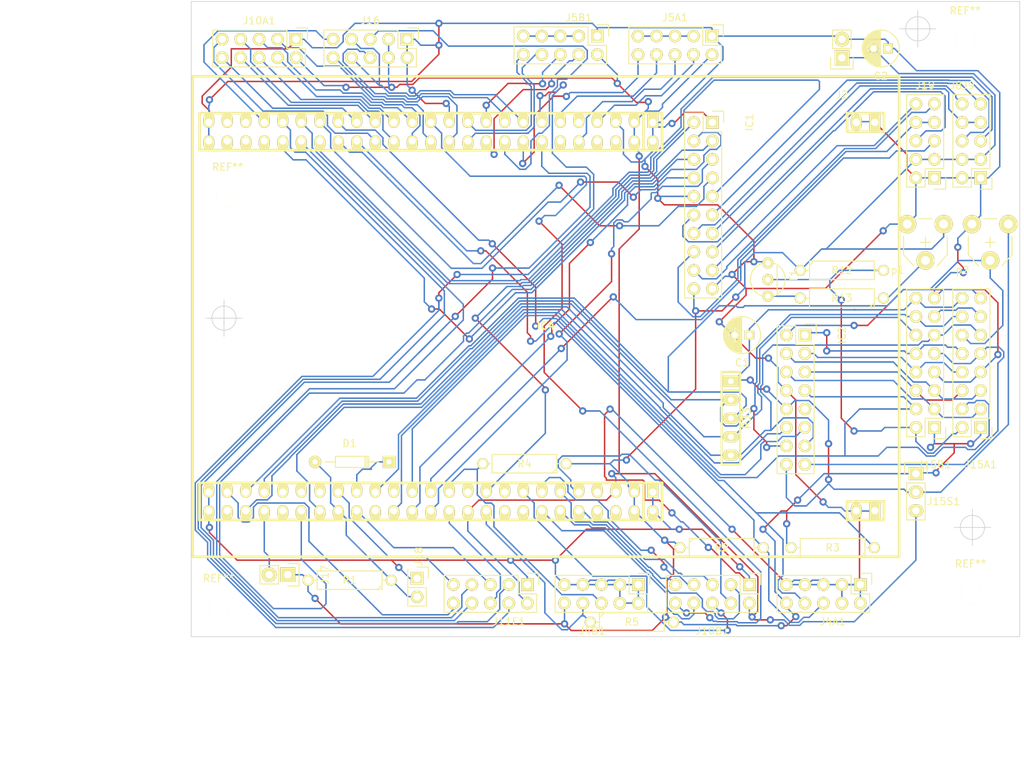
<source format=kicad_pcb>
(kicad_pcb (version 4) (host pcbnew 4.0.2-stable)
  (layers (0 F.Cu signal) (31 B.Cu signal) (35 F.Paste user) (37 F.SilkS user) (39 F.Mask user) (44 Edge.Cuts user))
  (net 0 "")
  (net 1 "Net-(C1-Pad1)")
  (net 2 GND)
  (net 3 +5V)
  (net 4 /PD0)
  (net 5 /PD1)
  (net 6 /PB8)
  (net 7 /PA15)
  (net 8 /PB3)
  (net 9 /PB5)
  (net 10 /PD10)
  (net 11 /PB12)
  (net 12 /PB13)
  (net 13 /PB15)
  (net 14 "Net-(IC1-Pad11)")
  (net 15 "Net-(IC1-Pad12)")
  (net 16 "Net-(IC1-Pad13)")
  (net 17 "Net-(IC1-Pad14)")
  (net 18 "Net-(IC1-Pad15)")
  (net 19 "Net-(IC1-Pad16)")
  (net 20 "Net-(IC1-Pad17)")
  (net 21 "Net-(IC1-Pad18)")
  (net 22 "Net-(IC2-Pad1)")
  (net 23 "Net-(IC2-Pad2)")
  (net 24 "Net-(IC2-Pad3)")
  (net 25 "Net-(IC2-Pad4)")
  (net 26 "Net-(IC2-Pad5)")
  (net 27 "Net-(IC2-Pad6)")
  (net 28 /PD7)
  (net 29 "Net-(IC2-Pad9)")
  (net 30 /PD6)
  (net 31 /PD3)
  (net 32 /PC11)
  (net 33 /PA8)
  (net 34 "Net-(IC2-Pad15)")
  (net 35 /PB10)
  (net 36 /PB11)
  (net 37 /PB6)
  (net 38 /PB9)
  (net 39 +3V3)
  (net 40 "Net-(J5A1-Pad3)")
  (net 41 /PC1)
  (net 42 /PC2)
  (net 43 /PA1)
  (net 44 /PA4)
  (net 45 "Net-(J5B1-Pad3)")
  (net 46 /PC4)
  (net 47 /PC5)
  (net 48 /PB0)
  (net 49 /PB1)
  (net 50 /PB14)
  (net 51 /PE8)
  (net 52 /PE9)
  (net 53 /PE10)
  (net 54 /PE11)
  (net 55 /PE12)
  (net 56 /PE13)
  (net 57 /PE14)
  (net 58 /PE15)
  (net 59 /PC13)
  (net 60 /PC14)
  (net 61 /PC15)
  (net 62 /PE2)
  (net 63 /PE4)
  (net 64 /PE5)
  (net 65 /PE6)
  (net 66 /PE7)
  (net 67 /PD9)
  (net 68 /PA3)
  (net 69 /PD2)
  (net 70 /PB7)
  (net 71 /PD8)
  (net 72 /PA2)
  (net 73 /PC12)
  (net 74 /PC6)
  (net 75 "Net-(J15A1-Pad2)")
  (net 76 /PC8)
  (net 77 "Net-(J15A1-Pad13)")
  (net 78 /PC9)
  (net 79 /PA6)
  (net 80 /PA7)
  (net 81 /PA5)
  (net 82 /PD11)
  (net 83 /PB2)
  (net 84 /PA9)
  (net 85 /PB4)
  (net 86 "Net-(R13-Pad1)")
  (net 87 "Net-(R13-Pad2)")
  (net 88 "Net-(IC4-Pad59)")
  (net 89 "Net-(IC4-Pad61)")
  (net 90 "Net-(IC4-Pad63)")
  (net 91 "Net-(IC4-Pad71)")
  (net 92 "Net-(IC4-Pad79)")
  (net 93 "Net-(IC4-Pad83)")
  (net 94 "Net-(IC4-Pad93)")
  (net 95 "Net-(IC4-Pad96)")
  (net 96 "Net-(IC4-Pad94)")
  (net 97 "Net-(IC4-Pad86)")
  (net 98 "Net-(IC4-Pad84)")
  (net 99 "Net-(IC4-Pad70)")
  (net 100 "Net-(IC4-Pad60)")
  (net 101 "Net-(IC4-Pad54)")
  (net 102 "Net-(IC4-Pad48)")
  (net 103 "Net-(IC4-Pad46)")
  (net 104 "Net-(IC4-Pad44)")
  (net 105 "Net-(IC4-Pad12)")
  (net 106 "Net-(IC4-Pad8)")
  (net 107 "Net-(IC4-Pad6)")
  (net 108 "Net-(IC4-Pad9)")
  (net 109 "Net-(IC4-Pad45)")
  (net 110 "Net-(IC4-Pad47)")
  (module Mounting_Holes:MountingHole_3mm (layer F.Cu) (at 111.25 64.75)
    (fp_text reference REF** (at 0 -4) (layer F.SilkS))
    (fp_text value MountingHole_3mm)
    (pad 1 np_thru_hole circle (at 0 0) (size 3 3) (drill 3) (layers *.Cu *.Mask F.SilkS))
  )
  (module w_conn_misc:stm32f4_discovery_header (layer F.Cu) (at 154.94 81.28)
    (fp_text reference IC4 (at 0 1.27) (layer F.SilkS) (effects (font (size 1.016 1.016) (thickness 0.2032))))
    (fp_text value STM32F4_Discovery_Header hide)
    (pad 51 thru_hole rect (at 45.16 26.67) (size 1.5 2.2) (drill 1.00076) (layers *.Cu *.Mask F.SilkS) (net 2 GND))
    (pad 52 thru_hole oval (at 42.62 26.67) (size 1.5 2.2) (drill 1.00076) (layers *.Cu *.Mask F.SilkS) (net 2 GND))
    (pad 51 thru_hole oval (at -46.28 24.13) (size 1.5 2) (drill 0.99822 (offset 0 -0.25)) (layers *.Cu *.Mask F.SilkS) (net 2 GND))
    (pad 53 thru_hole oval (at -43.74 24.13) (size 1.5 2) (drill 0.99822 (offset 0 -0.25)) (layers *.Cu *.Mask F.SilkS) (net 74 /PC6))
    (pad 55 thru_hole oval (at -41.2 24.13) (size 1.5 2) (drill 0.99822 (offset 0 -0.25)) (layers *.Cu *.Mask F.SilkS) (net 76 /PC8))
    (pad 57 thru_hole oval (at -38.66 24.13) (size 1.5 2) (drill 0.99822 (offset 0 -0.25)) (layers *.Cu *.Mask F.SilkS) (net 33 /PA8))
    (pad 59 thru_hole oval (at -36.12 24.13) (size 1.5 2) (drill 0.99822 (offset 0 -0.25)) (layers *.Cu *.Mask F.SilkS) (net 88 "Net-(IC4-Pad59)"))
    (pad 61 thru_hole oval (at -33.58 24.13) (size 1.5 2) (drill 0.99822 (offset 0 -0.25)) (layers *.Cu *.Mask F.SilkS) (net 89 "Net-(IC4-Pad61)"))
    (pad 63 thru_hole oval (at -31.04 24.13) (size 1.5 2) (drill 0.99822 (offset 0 -0.25)) (layers *.Cu *.Mask F.SilkS) (net 90 "Net-(IC4-Pad63)"))
    (pad 65 thru_hole oval (at -28.5 24.13) (size 1.5 2) (drill 0.99822 (offset 0 -0.25)) (layers *.Cu *.Mask F.SilkS) (net 73 /PC12))
    (pad 67 thru_hole oval (at -25.96 24.13) (size 1.5 2) (drill 0.99822 (offset 0 -0.25)) (layers *.Cu *.Mask F.SilkS) (net 5 /PD1))
    (pad 69 thru_hole oval (at -23.42 24.13) (size 1.5 2) (drill 0.99822 (offset 0 -0.25)) (layers *.Cu *.Mask F.SilkS) (net 31 /PD3))
    (pad 71 thru_hole oval (at -20.88 24.13) (size 1.5 2) (drill 0.99822 (offset 0 -0.25)) (layers *.Cu *.Mask F.SilkS) (net 91 "Net-(IC4-Pad71)"))
    (pad 73 thru_hole oval (at -18.34 24.13) (size 1.5 2) (drill 0.99822 (offset 0 -0.25)) (layers *.Cu *.Mask F.SilkS) (net 28 /PD7))
    (pad 75 thru_hole oval (at -15.8 24.13) (size 1.5 2) (drill 0.99822 (offset 0 -0.25)) (layers *.Cu *.Mask F.SilkS) (net 85 /PB4))
    (pad 77 thru_hole oval (at -13.26 24.13) (size 1.5 2) (drill 0.99822 (offset 0 -0.25)) (layers *.Cu *.Mask F.SilkS) (net 37 /PB6))
    (pad 79 thru_hole oval (at -10.72 24.13) (size 1.5 2) (drill 0.99822 (offset 0 -0.25)) (layers *.Cu *.Mask F.SilkS) (net 92 "Net-(IC4-Pad79)"))
    (pad 81 thru_hole oval (at -8.18 24.13) (size 1.5 2) (drill 0.99822 (offset 0 -0.25)) (layers *.Cu *.Mask F.SilkS) (net 6 /PB8))
    (pad 83 thru_hole oval (at -5.64 24.13) (size 1.5 2) (drill 0.99822 (offset 0 -0.25)) (layers *.Cu *.Mask F.SilkS) (net 93 "Net-(IC4-Pad83)"))
    (pad 85 thru_hole oval (at -3.1 24.13) (size 1.5 2) (drill 0.99822 (offset 0 -0.25)) (layers *.Cu *.Mask F.SilkS) (net 62 /PE2))
    (pad 87 thru_hole oval (at -0.56 24.13) (size 1.5 2) (drill 0.99822 (offset 0 -0.25)) (layers *.Cu *.Mask F.SilkS) (net 63 /PE4))
    (pad 89 thru_hole oval (at 1.98 24.13) (size 1.5 2) (drill 0.99822 (offset 0 -0.25)) (layers *.Cu *.Mask F.SilkS) (net 65 /PE6))
    (pad 91 thru_hole oval (at 4.52 24.13) (size 1.5 2) (drill 0.99822 (offset 0 -0.25)) (layers *.Cu *.Mask F.SilkS) (net 60 /PC14))
    (pad 93 thru_hole oval (at 7.06 24.13) (size 1.5 2) (drill 0.99822 (offset 0 -0.25)) (layers *.Cu *.Mask F.SilkS) (net 94 "Net-(IC4-Pad93)"))
    (pad 95 thru_hole oval (at 9.6 24.13) (size 1.5 2) (drill 0.99822 (offset 0 -0.25)) (layers *.Cu *.Mask F.SilkS) (net 39 +3V3))
    (pad 97 thru_hole oval (at 12.14 24.13) (size 1.5 2) (drill 0.99822 (offset 0 -0.25)) (layers *.Cu *.Mask F.SilkS) (net 3 +5V))
    (pad 99 thru_hole rect (at 14.68 24.13) (size 1.5 2) (drill 1.00076 (offset 0 -0.25)) (layers *.Cu *.Mask F.SilkS) (net 2 GND))
    (pad 100 thru_hole oval (at 14.68 26.67) (size 1.5 2) (drill 1.00076 (offset 0 0.25)) (layers *.Cu *.Mask F.SilkS) (net 2 GND))
    (pad 98 thru_hole oval (at 12.14 26.67) (size 1.5 2) (drill 1.00076 (offset 0 0.25)) (layers *.Cu *.Mask F.SilkS) (net 3 +5V))
    (pad 96 thru_hole oval (at 9.6 26.67) (size 1.5 2) (drill 1.00076 (offset 0 0.25)) (layers *.Cu *.Mask F.SilkS) (net 95 "Net-(IC4-Pad96)"))
    (pad 94 thru_hole oval (at 7.06 26.67) (size 1.5 2) (drill 1.00076 (offset 0 0.25)) (layers *.Cu *.Mask F.SilkS) (net 96 "Net-(IC4-Pad94)"))
    (pad 92 thru_hole oval (at 4.52 26.67) (size 1.5 2) (drill 1.00076 (offset 0 0.25)) (layers *.Cu *.Mask F.SilkS) (net 61 /PC15))
    (pad 90 thru_hole oval (at 1.98 26.67) (size 1.5 2) (drill 1.00076 (offset 0 0.25)) (layers *.Cu *.Mask F.SilkS) (net 59 /PC13))
    (pad 88 thru_hole oval (at -0.56 26.67) (size 1.5 2) (drill 1.00076 (offset 0 0.25)) (layers *.Cu *.Mask F.SilkS) (net 64 /PE5))
    (pad 86 thru_hole oval (at -3.1 26.67) (size 1.5 2) (drill 1.00076 (offset 0 0.25)) (layers *.Cu *.Mask F.SilkS) (net 97 "Net-(IC4-Pad86)"))
    (pad 84 thru_hole oval (at -5.64 26.67) (size 1.5 2) (drill 1.00076 (offset 0 0.25)) (layers *.Cu *.Mask F.SilkS) (net 98 "Net-(IC4-Pad84)"))
    (pad 82 thru_hole oval (at -8.18 26.67) (size 1.5 2) (drill 1.00076 (offset 0 0.25)) (layers *.Cu *.Mask F.SilkS) (net 38 /PB9))
    (pad 80 thru_hole oval (at -10.72 26.67) (size 1.5 2) (drill 1.00076 (offset 0 0.25)) (layers *.Cu *.Mask F.SilkS) (net 39 +3V3))
    (pad 78 thru_hole oval (at -13.26 26.67) (size 1.5 2) (drill 1.00076 (offset 0 0.25)) (layers *.Cu *.Mask F.SilkS) (net 70 /PB7))
    (pad 76 thru_hole oval (at -15.8 26.67) (size 1.5 2) (drill 1.00076 (offset 0 0.25)) (layers *.Cu *.Mask F.SilkS) (net 9 /PB5))
    (pad 74 thru_hole oval (at -18.34 26.67) (size 1.5 2) (drill 1.00076 (offset 0 0.25)) (layers *.Cu *.Mask F.SilkS) (net 8 /PB3))
    (pad 72 thru_hole oval (at -20.88 26.67) (size 1.5 2) (drill 1.00076 (offset 0 0.25)) (layers *.Cu *.Mask F.SilkS) (net 30 /PD6))
    (pad 70 thru_hole oval (at -23.42 26.67) (size 1.5 2) (drill 1.00076 (offset 0 0.25)) (layers *.Cu *.Mask F.SilkS) (net 99 "Net-(IC4-Pad70)"))
    (pad 68 thru_hole oval (at -25.96 26.67) (size 1.5 2) (drill 1.00076 (offset 0 0.25)) (layers *.Cu *.Mask F.SilkS) (net 69 /PD2))
    (pad 66 thru_hole oval (at -28.5 26.67) (size 1.5 2) (drill 1.00076 (offset 0 0.25)) (layers *.Cu *.Mask F.SilkS) (net 4 /PD0))
    (pad 64 thru_hole oval (at -31.04 26.67) (size 1.5 2) (drill 1.00076 (offset 0 0.25)) (layers *.Cu *.Mask F.SilkS) (net 32 /PC11))
    (pad 62 thru_hole oval (at -33.58 26.67) (size 1.5 2) (drill 1.00076 (offset 0 0.25)) (layers *.Cu *.Mask F.SilkS) (net 7 /PA15))
    (pad 60 thru_hole oval (at -36.12 26.67) (size 1.5 2) (drill 1.00076 (offset 0 0.25)) (layers *.Cu *.Mask F.SilkS) (net 100 "Net-(IC4-Pad60)"))
    (pad 58 thru_hole oval (at -38.66 26.67) (size 1.5 2) (drill 1.00076 (offset 0 0.25)) (layers *.Cu *.Mask F.SilkS) (net 84 /PA9))
    (pad 56 thru_hole oval (at -41.2 26.67) (size 1.5 2) (drill 1.00076 (offset 0 0.25)) (layers *.Cu *.Mask F.SilkS) (net 78 /PC9))
    (pad 54 thru_hole oval (at -43.74 26.67) (size 1.5 2) (drill 1.00076 (offset 0 0.25)) (layers *.Cu *.Mask F.SilkS) (net 101 "Net-(IC4-Pad54)"))
    (pad 52 thru_hole oval (at -46.28 26.67) (size 1.5 2) (drill 1.00076 (offset 0 0.25)) (layers *.Cu *.Mask F.SilkS) (net 2 GND))
    (pad 50 thru_hole oval (at -46.28 -24.13) (size 1.5 2) (drill 1.00076 (offset 0 0.25)) (layers *.Cu *.Mask F.SilkS) (net 2 GND))
    (pad 48 thru_hole oval (at -43.74 -24.13) (size 1.5 2) (drill 1.00076 (offset 0 0.25)) (layers *.Cu *.Mask F.SilkS) (net 102 "Net-(IC4-Pad48)"))
    (pad 46 thru_hole oval (at -41.2 -24.13) (size 1.5 2) (drill 1.00076 (offset 0 0.25)) (layers *.Cu *.Mask F.SilkS) (net 103 "Net-(IC4-Pad46)"))
    (pad 44 thru_hole oval (at -38.66 -24.13) (size 1.5 2) (drill 1.00076 (offset 0 0.25)) (layers *.Cu *.Mask F.SilkS) (net 104 "Net-(IC4-Pad44)"))
    (pad 42 thru_hole oval (at -36.12 -24.13) (size 1.5 2) (drill 1.00076 (offset 0 0.25)) (layers *.Cu *.Mask F.SilkS) (net 10 /PD10))
    (pad 40 thru_hole oval (at -33.58 -24.13) (size 1.5 2) (drill 1.00076 (offset 0 0.25)) (layers *.Cu *.Mask F.SilkS) (net 71 /PD8))
    (pad 38 thru_hole oval (at -31.04 -24.13) (size 1.5 2) (drill 1.00076 (offset 0 0.25)) (layers *.Cu *.Mask F.SilkS) (net 50 /PB14))
    (pad 36 thru_hole oval (at -28.5 -24.13) (size 1.5 2) (drill 1.00076 (offset 0 0.25)) (layers *.Cu *.Mask F.SilkS) (net 11 /PB12))
    (pad 34 thru_hole oval (at -25.96 -24.13) (size 1.5 2) (drill 1.00076 (offset 0 0.25)) (layers *.Cu *.Mask F.SilkS) (net 35 /PB10))
    (pad 32 thru_hole oval (at -23.42 -24.13) (size 1.5 2) (drill 1.00076 (offset 0 0.25)) (layers *.Cu *.Mask F.SilkS) (net 57 /PE14))
    (pad 30 thru_hole oval (at -20.88 -24.13) (size 1.5 2) (drill 1.00076 (offset 0 0.25)) (layers *.Cu *.Mask F.SilkS) (net 55 /PE12))
    (pad 28 thru_hole oval (at -18.34 -24.13) (size 1.5 2) (drill 1.00076 (offset 0 0.25)) (layers *.Cu *.Mask F.SilkS) (net 53 /PE10))
    (pad 26 thru_hole oval (at -15.8 -24.13) (size 1.5 2) (drill 1.00076 (offset 0 0.25)) (layers *.Cu *.Mask F.SilkS) (net 51 /PE8))
    (pad 24 thru_hole oval (at -13.26 -24.13) (size 1.5 2) (drill 1.00076 (offset 0 0.25)) (layers *.Cu *.Mask F.SilkS) (net 83 /PB2))
    (pad 22 thru_hole oval (at -10.72 -24.13) (size 1.5 2) (drill 1.00076 (offset 0 0.25)) (layers *.Cu *.Mask F.SilkS) (net 48 /PB0))
    (pad 20 thru_hole oval (at -8.18 -24.13) (size 1.5 2) (drill 1.00076 (offset 0 0.25)) (layers *.Cu *.Mask F.SilkS) (net 46 /PC4))
    (pad 18 thru_hole oval (at -5.64 -24.13) (size 1.5 2) (drill 1.00076 (offset 0 0.25)) (layers *.Cu *.Mask F.SilkS) (net 79 /PA6))
    (pad 16 thru_hole oval (at -3.1 -24.13) (size 1.5 2) (drill 1.00076 (offset 0 0.25)) (layers *.Cu *.Mask F.SilkS) (net 44 /PA4))
    (pad 14 thru_hole oval (at -0.56 -24.13) (size 1.5 2) (drill 1.00076 (offset 0 0.25)) (layers *.Cu *.Mask F.SilkS) (net 72 /PA2))
    (pad 12 thru_hole oval (at 1.98 -24.13) (size 1.5 2) (drill 1.00076 (offset 0 0.25)) (layers *.Cu *.Mask F.SilkS) (net 105 "Net-(IC4-Pad12)"))
    (pad 10 thru_hole oval (at 4.52 -24.13) (size 1.5 2) (drill 1.00076 (offset 0 0.25)) (layers *.Cu *.Mask F.SilkS) (net 42 /PC2))
    (pad 8 thru_hole oval (at 7.06 -24.13) (size 1.5 2) (drill 1.00076 (offset 0 0.25)) (layers *.Cu *.Mask F.SilkS) (net 106 "Net-(IC4-Pad8)"))
    (pad 6 thru_hole oval (at 9.6 -24.13) (size 1.5 2) (drill 1.00076 (offset 0 0.25)) (layers *.Cu *.Mask F.SilkS) (net 107 "Net-(IC4-Pad6)"))
    (pad 4 thru_hole oval (at 12.14 -24.13) (size 1.5 2) (drill 1.00076 (offset 0 0.25)) (layers *.Cu *.Mask F.SilkS) (net 39 +3V3))
    (pad 2 thru_hole oval (at 14.68 -24.13) (size 1.5 2) (drill 1.00076 (offset 0 0.25)) (layers *.Cu *.Mask F.SilkS) (net 2 GND))
    (pad 1 thru_hole rect (at 14.68 -26.67) (size 1.5 2) (drill 1.00076 (offset 0 -0.25)) (layers *.Cu *.Mask F.SilkS) (net 2 GND))
    (pad 3 thru_hole oval (at 12.14 -26.67) (size 1.5 2) (drill 0.99822 (offset 0 -0.25)) (layers *.Cu *.Mask F.SilkS) (net 39 +3V3))
    (pad 5 thru_hole oval (at 9.6 -26.67) (size 1.5 2) (drill 0.99822 (offset 0 -0.25)) (layers *.Cu *.Mask F.SilkS) (net 2 GND))
    (pad 7 thru_hole oval (at 7.06 -26.67) (size 1.5 2) (drill 0.99822 (offset 0 -0.25)) (layers *.Cu *.Mask F.SilkS) (net 41 /PC1))
    (pad 9 thru_hole oval (at 4.52 -26.67) (size 1.5 2) (drill 0.99822 (offset 0 -0.25)) (layers *.Cu *.Mask F.SilkS) (net 108 "Net-(IC4-Pad9)"))
    (pad 11 thru_hole oval (at 1.98 -26.67) (size 1.5 2) (drill 0.99822 (offset 0 -0.25)) (layers *.Cu *.Mask F.SilkS) (net 43 /PA1))
    (pad 13 thru_hole oval (at -0.56 -26.67) (size 1.5 2) (drill 0.99822 (offset 0 -0.25)) (layers *.Cu *.Mask F.SilkS) (net 68 /PA3))
    (pad 15 thru_hole oval (at -3.1 -26.67) (size 1.5 2) (drill 0.99822 (offset 0 -0.25)) (layers *.Cu *.Mask F.SilkS) (net 81 /PA5))
    (pad 17 thru_hole oval (at -5.64 -26.67) (size 1.5 2) (drill 0.99822 (offset 0 -0.25)) (layers *.Cu *.Mask F.SilkS) (net 80 /PA7))
    (pad 19 thru_hole oval (at -8.18 -26.67) (size 1.5 2) (drill 0.99822 (offset 0 -0.25)) (layers *.Cu *.Mask F.SilkS) (net 47 /PC5))
    (pad 21 thru_hole oval (at -10.72 -26.67) (size 1.5 2) (drill 0.99822 (offset 0 -0.25)) (layers *.Cu *.Mask F.SilkS) (net 49 /PB1))
    (pad 23 thru_hole oval (at -13.26 -26.67) (size 1.5 2) (drill 0.99822 (offset 0 -0.25)) (layers *.Cu *.Mask F.SilkS) (net 2 GND))
    (pad 25 thru_hole oval (at -15.8 -26.67) (size 1.5 2) (drill 0.99822 (offset 0 -0.25)) (layers *.Cu *.Mask F.SilkS) (net 66 /PE7))
    (pad 27 thru_hole oval (at -18.34 -26.67) (size 1.5 2) (drill 0.99822 (offset 0 -0.25)) (layers *.Cu *.Mask F.SilkS) (net 52 /PE9))
    (pad 29 thru_hole oval (at -20.88 -26.67) (size 1.5 2) (drill 0.99822 (offset 0 -0.25)) (layers *.Cu *.Mask F.SilkS) (net 54 /PE11))
    (pad 31 thru_hole oval (at -23.42 -26.67) (size 1.5 2) (drill 0.99822 (offset 0 -0.25)) (layers *.Cu *.Mask F.SilkS) (net 56 /PE13))
    (pad 33 thru_hole oval (at -25.96 -26.67) (size 1.5 2) (drill 0.99822 (offset 0 -0.25)) (layers *.Cu *.Mask F.SilkS) (net 58 /PE15))
    (pad 35 thru_hole oval (at -28.5 -26.67) (size 1.5 2) (drill 0.99822 (offset 0 -0.25)) (layers *.Cu *.Mask F.SilkS) (net 36 /PB11))
    (pad 37 thru_hole oval (at -31.04 -26.67) (size 1.5 2) (drill 0.99822 (offset 0 -0.25)) (layers *.Cu *.Mask F.SilkS) (net 12 /PB13))
    (pad 39 thru_hole oval (at -33.58 -26.67) (size 1.5 2) (drill 0.99822 (offset 0 -0.25)) (layers *.Cu *.Mask F.SilkS) (net 13 /PB15))
    (pad 41 thru_hole oval (at -36.12 -26.67) (size 1.5 2) (drill 0.99822 (offset 0 -0.25)) (layers *.Cu *.Mask F.SilkS) (net 67 /PD9))
    (pad 43 thru_hole oval (at -38.66 -26.67) (size 1.5 2) (drill 0.99822 (offset 0 -0.25)) (layers *.Cu *.Mask F.SilkS) (net 82 /PD11))
    (pad 45 thru_hole oval (at -41.2 -26.67) (size 1.5 2) (drill 0.99822 (offset 0 -0.25)) (layers *.Cu *.Mask F.SilkS) (net 109 "Net-(IC4-Pad45)"))
    (pad 47 thru_hole oval (at -43.74 -26.67) (size 1.5 2) (drill 0.99822 (offset 0 -0.25)) (layers *.Cu *.Mask F.SilkS) (net 110 "Net-(IC4-Pad47)"))
    (pad 49 thru_hole oval (at -46.28 -26.67) (size 1.5 2) (drill 0.99822 (offset 0 -0.25)) (layers *.Cu *.Mask F.SilkS) (net 2 GND))
    (pad 50 thru_hole oval (at 42.62 -26.67) (size 1.5 2.2) (drill 1.00076) (layers *.Cu *.Mask F.SilkS) (net 2 GND))
    (pad 49 thru_hole rect (at 45.16 -26.67) (size 1.5 2.2) (drill 1.00076) (layers *.Cu *.Mask F.SilkS) (net 2 GND))
  )
  (module Capacitors_ThroughHole:C_Radial_D5_L11_P2 (layer F.Cu) (at 182.88 83.82 180)
    (fp_text reference C1 (at 1 -3.8 180) (layer F.SilkS))
    (fp_text value C)
    (pad 1 thru_hole rect (at 0 0 180) (size 1.3 1.3) (drill 0.8) (layers *.Cu *.Mask F.SilkS) (net 1 "Net-(C1-Pad1)"))
    (pad 2 thru_hole circle (at 2 0 180) (size 1.3 1.3) (drill 0.8) (layers *.Cu *.Mask F.SilkS) (net 2 GND))
  )
  (module Capacitors_ThroughHole:C_Radial_D5_L11_P2 (layer F.Cu) (at 201.93 44.45 180)
    (fp_text reference C2 (at 1 -3.8 180) (layer F.SilkS))
    (fp_text value C)
    (pad 1 thru_hole rect (at 0 0 180) (size 1.3 1.3) (drill 0.8) (layers *.Cu *.Mask F.SilkS) (net 2 GND))
    (pad 2 thru_hole circle (at 2 0 180) (size 1.3 1.3) (drill 0.8) (layers *.Cu *.Mask F.SilkS) (net 3 +5V))
  )
  (module Diodes_ThroughHole:Diode_DO-35_SOD27_Horizontal_RM10 (layer F.Cu) (at 133.41052 101.24746 180)
    (fp_text reference D1 (at 5.43052 2.53746 180) (layer F.SilkS))
    (fp_text value D)
    (pad 2 thru_hole circle (at 10.16052 -0.00254) (size 1.69926 1.69926) (drill 0.70104) (layers *.Cu *.Mask F.SilkS) (net 4 /PD0))
    (pad 1 thru_hole rect (at 0.00052 -0.00254) (size 1.69926 1.69926) (drill 0.70104) (layers *.Cu *.Mask F.SilkS) (net 5 /PD1))
  )
  (module Socket_Strips:Socket_Strip_Straight_2x10 (layer F.Cu) (at 177.8 54.61 270)
    (fp_text reference IC1 (at 0 -5.1 270) (layer F.SilkS))
    (fp_text value 74HCT541_PWR)
    (pad 1 thru_hole rect (at 0 0 270) (size 1.7272 1.7272) (drill 1.016) (layers *.Cu *.Mask F.SilkS) (net 2 GND))
    (pad 2 thru_hole oval (at 0 2.54 270) (size 1.7272 1.7272) (drill 1.016) (layers *.Cu *.Mask F.SilkS) (net 6 /PB8))
    (pad 3 thru_hole oval (at 2.54 0 270) (size 1.7272 1.7272) (drill 1.016) (layers *.Cu *.Mask F.SilkS) (net 7 /PA15))
    (pad 4 thru_hole oval (at 2.54 2.54 270) (size 1.7272 1.7272) (drill 1.016) (layers *.Cu *.Mask F.SilkS) (net 8 /PB3))
    (pad 5 thru_hole oval (at 5.08 0 270) (size 1.7272 1.7272) (drill 1.016) (layers *.Cu *.Mask F.SilkS) (net 9 /PB5))
    (pad 6 thru_hole oval (at 5.08 2.54 270) (size 1.7272 1.7272) (drill 1.016) (layers *.Cu *.Mask F.SilkS) (net 10 /PD10))
    (pad 7 thru_hole oval (at 7.62 0 270) (size 1.7272 1.7272) (drill 1.016) (layers *.Cu *.Mask F.SilkS) (net 11 /PB12))
    (pad 8 thru_hole oval (at 7.62 2.54 270) (size 1.7272 1.7272) (drill 1.016) (layers *.Cu *.Mask F.SilkS) (net 12 /PB13))
    (pad 9 thru_hole oval (at 10.16 0 270) (size 1.7272 1.7272) (drill 1.016) (layers *.Cu *.Mask F.SilkS) (net 13 /PB15))
    (pad 10 thru_hole oval (at 10.16 2.54 270) (size 1.7272 1.7272) (drill 1.016) (layers *.Cu *.Mask F.SilkS) (net 2 GND))
    (pad 11 thru_hole oval (at 12.7 0 270) (size 1.7272 1.7272) (drill 1.016) (layers *.Cu *.Mask F.SilkS) (net 14 "Net-(IC1-Pad11)"))
    (pad 12 thru_hole oval (at 12.7 2.54 270) (size 1.7272 1.7272) (drill 1.016) (layers *.Cu *.Mask F.SilkS) (net 15 "Net-(IC1-Pad12)"))
    (pad 13 thru_hole oval (at 15.24 0 270) (size 1.7272 1.7272) (drill 1.016) (layers *.Cu *.Mask F.SilkS) (net 16 "Net-(IC1-Pad13)"))
    (pad 14 thru_hole oval (at 15.24 2.54 270) (size 1.7272 1.7272) (drill 1.016) (layers *.Cu *.Mask F.SilkS) (net 17 "Net-(IC1-Pad14)"))
    (pad 15 thru_hole oval (at 17.78 0 270) (size 1.7272 1.7272) (drill 1.016) (layers *.Cu *.Mask F.SilkS) (net 18 "Net-(IC1-Pad15)"))
    (pad 16 thru_hole oval (at 17.78 2.54 270) (size 1.7272 1.7272) (drill 1.016) (layers *.Cu *.Mask F.SilkS) (net 19 "Net-(IC1-Pad16)"))
    (pad 17 thru_hole oval (at 20.32 0 270) (size 1.7272 1.7272) (drill 1.016) (layers *.Cu *.Mask F.SilkS) (net 20 "Net-(IC1-Pad17)"))
    (pad 18 thru_hole oval (at 20.32 2.54 270) (size 1.7272 1.7272) (drill 1.016) (layers *.Cu *.Mask F.SilkS) (net 21 "Net-(IC1-Pad18)"))
    (pad 19 thru_hole oval (at 22.86 0 270) (size 1.7272 1.7272) (drill 1.016) (layers *.Cu *.Mask F.SilkS) (net 2 GND))
    (pad 20 thru_hole oval (at 22.86 2.54 270) (size 1.7272 1.7272) (drill 1.016) (layers *.Cu *.Mask F.SilkS) (net 3 +5V))
  )
  (module Socket_Strips:Socket_Strip_Straight_2x08 (layer F.Cu) (at 190.5 83.82 270)
    (fp_text reference IC2 (at 0 -5.1 270) (layer F.SilkS))
    (fp_text value 74HC595)
    (pad 1 thru_hole rect (at 0 0 270) (size 1.7272 1.7272) (drill 1.016) (layers *.Cu *.Mask F.SilkS) (net 22 "Net-(IC2-Pad1)"))
    (pad 2 thru_hole oval (at 0 2.54 270) (size 1.7272 1.7272) (drill 1.016) (layers *.Cu *.Mask F.SilkS) (net 23 "Net-(IC2-Pad2)"))
    (pad 3 thru_hole oval (at 2.54 0 270) (size 1.7272 1.7272) (drill 1.016) (layers *.Cu *.Mask F.SilkS) (net 24 "Net-(IC2-Pad3)"))
    (pad 4 thru_hole oval (at 2.54 2.54 270) (size 1.7272 1.7272) (drill 1.016) (layers *.Cu *.Mask F.SilkS) (net 25 "Net-(IC2-Pad4)"))
    (pad 5 thru_hole oval (at 5.08 0 270) (size 1.7272 1.7272) (drill 1.016) (layers *.Cu *.Mask F.SilkS) (net 26 "Net-(IC2-Pad5)"))
    (pad 6 thru_hole oval (at 5.08 2.54 270) (size 1.7272 1.7272) (drill 1.016) (layers *.Cu *.Mask F.SilkS) (net 27 "Net-(IC2-Pad6)"))
    (pad 7 thru_hole oval (at 7.62 0 270) (size 1.7272 1.7272) (drill 1.016) (layers *.Cu *.Mask F.SilkS) (net 28 /PD7))
    (pad 8 thru_hole oval (at 7.62 2.54 270) (size 1.7272 1.7272) (drill 1.016) (layers *.Cu *.Mask F.SilkS) (net 2 GND))
    (pad 9 thru_hole oval (at 10.16 0 270) (size 1.7272 1.7272) (drill 1.016) (layers *.Cu *.Mask F.SilkS) (net 29 "Net-(IC2-Pad9)"))
    (pad 10 thru_hole oval (at 10.16 2.54 270) (size 1.7272 1.7272) (drill 1.016) (layers *.Cu *.Mask F.SilkS) (net 1 "Net-(C1-Pad1)"))
    (pad 11 thru_hole oval (at 12.7 0 270) (size 1.7272 1.7272) (drill 1.016) (layers *.Cu *.Mask F.SilkS) (net 30 /PD6))
    (pad 12 thru_hole oval (at 12.7 2.54 270) (size 1.7272 1.7272) (drill 1.016) (layers *.Cu *.Mask F.SilkS) (net 31 /PD3))
    (pad 13 thru_hole oval (at 15.24 0 270) (size 1.7272 1.7272) (drill 1.016) (layers *.Cu *.Mask F.SilkS) (net 32 /PC11))
    (pad 14 thru_hole oval (at 15.24 2.54 270) (size 1.7272 1.7272) (drill 1.016) (layers *.Cu *.Mask F.SilkS) (net 33 /PA8))
    (pad 15 thru_hole oval (at 17.78 0 270) (size 1.7272 1.7272) (drill 1.016) (layers *.Cu *.Mask F.SilkS) (net 34 "Net-(IC2-Pad15)"))
    (pad 16 thru_hole oval (at 17.78 2.54 270) (size 1.7272 1.7272) (drill 1.016) (layers *.Cu *.Mask F.SilkS) (net 1 "Net-(C1-Pad1)"))
  )
  (module Pin_Headers:Pin_Header_Straight_1x02 (layer F.Cu) (at 195.58 45.72 180)
    (fp_text reference J2 (at 0 -5.1 180) (layer F.SilkS))
    (fp_text value CONN_2)
    (pad 1 thru_hole rect (at 0 0 180) (size 2.032 2.032) (drill 1.016) (layers *.Cu *.Mask F.SilkS) (net 3 +5V))
    (pad 2 thru_hole oval (at 0 2.54 180) (size 2.032 2.032) (drill 1.016) (layers *.Cu *.Mask F.SilkS) (net 2 GND))
  )
  (module Pin_Headers:Pin_Header_Straight_2x05 (layer F.Cu) (at 198.12 118.11 270)
    (fp_text reference J4A1 (at 5.08 3.81 360) (layer F.SilkS))
    (fp_text value CONN_02X05)
    (pad 1 thru_hole rect (at 0 0 270) (size 1.7272 1.7272) (drill 1.016) (layers *.Cu *.Mask F.SilkS) (net 2 GND))
    (pad 2 thru_hole oval (at 2.54 0 270) (size 1.7272 1.7272) (drill 1.016) (layers *.Cu *.Mask F.SilkS) (net 2 GND))
    (pad 3 thru_hole oval (at 0 2.54 270) (size 1.7272 1.7272) (drill 1.016) (layers *.Cu *.Mask F.SilkS) (net 2 GND))
    (pad 4 thru_hole oval (at 2.54 2.54 270) (size 1.7272 1.7272) (drill 1.016) (layers *.Cu *.Mask F.SilkS) (net 2 GND))
    (pad 5 thru_hole oval (at 0 5.08 270) (size 1.7272 1.7272) (drill 1.016) (layers *.Cu *.Mask F.SilkS) (net 2 GND))
    (pad 6 thru_hole oval (at 2.54 5.08 270) (size 1.7272 1.7272) (drill 1.016) (layers *.Cu *.Mask F.SilkS) (net 35 /PB10))
    (pad 7 thru_hole oval (at 0 7.62 270) (size 1.7272 1.7272) (drill 1.016) (layers *.Cu *.Mask F.SilkS) (net 2 GND))
    (pad 8 thru_hole oval (at 2.54 7.62 270) (size 1.7272 1.7272) (drill 1.016) (layers *.Cu *.Mask F.SilkS) (net 36 /PB11))
    (pad 9 thru_hole oval (at 0 10.16 270) (size 1.7272 1.7272) (drill 1.016) (layers *.Cu *.Mask F.SilkS) (net 2 GND))
    (pad 10 thru_hole oval (at 2.54 10.16 270) (size 1.7272 1.7272) (drill 1.016) (layers *.Cu *.Mask F.SilkS) (net 3 +5V))
  )
  (module Pin_Headers:Pin_Header_Straight_2x05 (layer F.Cu) (at 167.64 118.11 270)
    (fp_text reference J4B1 (at 6.35 6.35 360) (layer F.SilkS))
    (fp_text value CONN_02X05)
    (pad 1 thru_hole rect (at 0 0 270) (size 1.7272 1.7272) (drill 1.016) (layers *.Cu *.Mask F.SilkS) (net 2 GND))
    (pad 2 thru_hole oval (at 2.54 0 270) (size 1.7272 1.7272) (drill 1.016) (layers *.Cu *.Mask F.SilkS) (net 2 GND))
    (pad 3 thru_hole oval (at 0 2.54 270) (size 1.7272 1.7272) (drill 1.016) (layers *.Cu *.Mask F.SilkS) (net 2 GND))
    (pad 4 thru_hole oval (at 2.54 2.54 270) (size 1.7272 1.7272) (drill 1.016) (layers *.Cu *.Mask F.SilkS) (net 2 GND))
    (pad 5 thru_hole oval (at 0 5.08 270) (size 1.7272 1.7272) (drill 1.016) (layers *.Cu *.Mask F.SilkS) (net 2 GND))
    (pad 6 thru_hole oval (at 2.54 5.08 270) (size 1.7272 1.7272) (drill 1.016) (layers *.Cu *.Mask F.SilkS) (net 37 /PB6))
    (pad 7 thru_hole oval (at 0 7.62 270) (size 1.7272 1.7272) (drill 1.016) (layers *.Cu *.Mask F.SilkS) (net 2 GND))
    (pad 8 thru_hole oval (at 2.54 7.62 270) (size 1.7272 1.7272) (drill 1.016) (layers *.Cu *.Mask F.SilkS) (net 38 /PB9))
    (pad 9 thru_hole oval (at 0 10.16 270) (size 1.7272 1.7272) (drill 1.016) (layers *.Cu *.Mask F.SilkS) (net 2 GND))
    (pad 10 thru_hole oval (at 2.54 10.16 270) (size 1.7272 1.7272) (drill 1.016) (layers *.Cu *.Mask F.SilkS) (net 3 +5V))
  )
  (module Pin_Headers:Pin_Header_Straight_2x05 (layer F.Cu) (at 177.75 42.75 270)
    (fp_text reference J5A1 (at -2.54 5.08 360) (layer F.SilkS))
    (fp_text value CONN_02X05)
    (pad 1 thru_hole rect (at 0 0 270) (size 1.7272 1.7272) (drill 1.016) (layers *.Cu *.Mask F.SilkS) (net 2 GND))
    (pad 2 thru_hole oval (at 2.54 0 270) (size 1.7272 1.7272) (drill 1.016) (layers *.Cu *.Mask F.SilkS) (net 39 +3V3))
    (pad 3 thru_hole oval (at 0 2.54 270) (size 1.7272 1.7272) (drill 1.016) (layers *.Cu *.Mask F.SilkS) (net 40 "Net-(J5A1-Pad3)"))
    (pad 4 thru_hole oval (at 2.54 2.54 270) (size 1.7272 1.7272) (drill 1.016) (layers *.Cu *.Mask F.SilkS) (net 41 /PC1))
    (pad 5 thru_hole oval (at 0 5.08 270) (size 1.7272 1.7272) (drill 1.016) (layers *.Cu *.Mask F.SilkS) (net 40 "Net-(J5A1-Pad3)"))
    (pad 6 thru_hole oval (at 2.54 5.08 270) (size 1.7272 1.7272) (drill 1.016) (layers *.Cu *.Mask F.SilkS) (net 42 /PC2))
    (pad 7 thru_hole oval (at 0 7.62 270) (size 1.7272 1.7272) (drill 1.016) (layers *.Cu *.Mask F.SilkS) (net 40 "Net-(J5A1-Pad3)"))
    (pad 8 thru_hole oval (at 2.54 7.62 270) (size 1.7272 1.7272) (drill 1.016) (layers *.Cu *.Mask F.SilkS) (net 43 /PA1))
    (pad 9 thru_hole oval (at 0 10.16 270) (size 1.7272 1.7272) (drill 1.016) (layers *.Cu *.Mask F.SilkS) (net 40 "Net-(J5A1-Pad3)"))
    (pad 10 thru_hole oval (at 2.54 10.16 270) (size 1.7272 1.7272) (drill 1.016) (layers *.Cu *.Mask F.SilkS) (net 44 /PA4))
  )
  (module Pin_Headers:Pin_Header_Straight_2x05 (layer F.Cu) (at 162 42.75 270)
    (fp_text reference J5B1 (at -2.54 2.54 360) (layer F.SilkS))
    (fp_text value CONN_02X05)
    (pad 1 thru_hole rect (at 0 0 270) (size 1.7272 1.7272) (drill 1.016) (layers *.Cu *.Mask F.SilkS) (net 2 GND))
    (pad 2 thru_hole oval (at 2.54 0 270) (size 1.7272 1.7272) (drill 1.016) (layers *.Cu *.Mask F.SilkS) (net 39 +3V3))
    (pad 3 thru_hole oval (at 0 2.54 270) (size 1.7272 1.7272) (drill 1.016) (layers *.Cu *.Mask F.SilkS) (net 45 "Net-(J5B1-Pad3)"))
    (pad 4 thru_hole oval (at 2.54 2.54 270) (size 1.7272 1.7272) (drill 1.016) (layers *.Cu *.Mask F.SilkS) (net 46 /PC4))
    (pad 5 thru_hole oval (at 0 5.08 270) (size 1.7272 1.7272) (drill 1.016) (layers *.Cu *.Mask F.SilkS) (net 45 "Net-(J5B1-Pad3)"))
    (pad 6 thru_hole oval (at 2.54 5.08 270) (size 1.7272 1.7272) (drill 1.016) (layers *.Cu *.Mask F.SilkS) (net 47 /PC5))
    (pad 7 thru_hole oval (at 0 7.62 270) (size 1.7272 1.7272) (drill 1.016) (layers *.Cu *.Mask F.SilkS) (net 45 "Net-(J5B1-Pad3)"))
    (pad 8 thru_hole oval (at 2.54 7.62 270) (size 1.7272 1.7272) (drill 1.016) (layers *.Cu *.Mask F.SilkS) (net 48 /PB0))
    (pad 9 thru_hole oval (at 0 10.16 270) (size 1.7272 1.7272) (drill 1.016) (layers *.Cu *.Mask F.SilkS) (net 45 "Net-(J5B1-Pad3)"))
    (pad 10 thru_hole oval (at 2.54 10.16 270) (size 1.7272 1.7272) (drill 1.016) (layers *.Cu *.Mask F.SilkS) (net 49 /PB1))
  )
  (module Pin_Headers:Pin_Header_Straight_2x05 (layer F.Cu) (at 214.63 62.23 180)
    (fp_text reference J8J9 (at 2.54 12.7 180) (layer F.SilkS))
    (fp_text value CONN_02X05)
    (pad 1 thru_hole rect (at 0 0 180) (size 1.7272 1.7272) (drill 1.016) (layers *.Cu *.Mask F.SilkS) (net 2 GND))
    (pad 2 thru_hole oval (at 2.54 0 180) (size 1.7272 1.7272) (drill 1.016) (layers *.Cu *.Mask F.SilkS) (net 2 GND))
    (pad 3 thru_hole oval (at 0 2.54 180) (size 1.7272 1.7272) (drill 1.016) (layers *.Cu *.Mask F.SilkS) (net 3 +5V))
    (pad 4 thru_hole oval (at 2.54 2.54 180) (size 1.7272 1.7272) (drill 1.016) (layers *.Cu *.Mask F.SilkS) (net 3 +5V))
    (pad 5 thru_hole oval (at 0 5.08 180) (size 1.7272 1.7272) (drill 1.016) (layers *.Cu *.Mask F.SilkS) (net 50 /PB14))
    (pad 6 thru_hole oval (at 2.54 5.08 180) (size 1.7272 1.7272) (drill 1.016) (layers *.Cu *.Mask F.SilkS) (net 14 "Net-(IC1-Pad11)"))
    (pad 7 thru_hole oval (at 0 7.62 180) (size 1.7272 1.7272) (drill 1.016) (layers *.Cu *.Mask F.SilkS) (net 15 "Net-(IC1-Pad12)"))
    (pad 8 thru_hole oval (at 2.54 7.62 180) (size 1.7272 1.7272) (drill 1.016) (layers *.Cu *.Mask F.SilkS) (net 15 "Net-(IC1-Pad12)"))
    (pad 9 thru_hole oval (at 0 10.16 180) (size 1.7272 1.7272) (drill 1.016) (layers *.Cu *.Mask F.SilkS) (net 17 "Net-(IC1-Pad14)"))
    (pad 10 thru_hole oval (at 2.54 10.16 180) (size 1.7272 1.7272) (drill 1.016) (layers *.Cu *.Mask F.SilkS) (net 16 "Net-(IC1-Pad13)"))
  )
  (module Pin_Headers:Pin_Header_Straight_2x05 (layer F.Cu) (at 120.65 43.18 270)
    (fp_text reference J10A1 (at -2.54 5.08 360) (layer F.SilkS))
    (fp_text value CONN_02X05)
    (pad 1 thru_hole rect (at 0 0 270) (size 1.7272 1.7272) (drill 1.016) (layers *.Cu *.Mask F.SilkS) (net 2 GND))
    (pad 2 thru_hole oval (at 2.54 0 270) (size 1.7272 1.7272) (drill 1.016) (layers *.Cu *.Mask F.SilkS) (net 39 +3V3))
    (pad 3 thru_hole oval (at 0 2.54 270) (size 1.7272 1.7272) (drill 1.016) (layers *.Cu *.Mask F.SilkS) (net 51 /PE8))
    (pad 4 thru_hole oval (at 2.54 2.54 270) (size 1.7272 1.7272) (drill 1.016) (layers *.Cu *.Mask F.SilkS) (net 52 /PE9))
    (pad 5 thru_hole oval (at 0 5.08 270) (size 1.7272 1.7272) (drill 1.016) (layers *.Cu *.Mask F.SilkS) (net 53 /PE10))
    (pad 6 thru_hole oval (at 2.54 5.08 270) (size 1.7272 1.7272) (drill 1.016) (layers *.Cu *.Mask F.SilkS) (net 54 /PE11))
    (pad 7 thru_hole oval (at 0 7.62 270) (size 1.7272 1.7272) (drill 1.016) (layers *.Cu *.Mask F.SilkS) (net 55 /PE12))
    (pad 8 thru_hole oval (at 2.54 7.62 270) (size 1.7272 1.7272) (drill 1.016) (layers *.Cu *.Mask F.SilkS) (net 56 /PE13))
    (pad 9 thru_hole oval (at 0 10.16 270) (size 1.7272 1.7272) (drill 1.016) (layers *.Cu *.Mask F.SilkS) (net 57 /PE14))
    (pad 10 thru_hole oval (at 2.54 10.16 270) (size 1.7272 1.7272) (drill 1.016) (layers *.Cu *.Mask F.SilkS) (net 58 /PE15))
  )
  (module Pin_Headers:Pin_Header_Straight_2x05 (layer F.Cu) (at 182.88 118.11 270)
    (fp_text reference J10B1 (at 6.35 5.08 360) (layer F.SilkS))
    (fp_text value CONN_02X05)
    (pad 1 thru_hole rect (at 0 0 270) (size 1.7272 1.7272) (drill 1.016) (layers *.Cu *.Mask F.SilkS) (net 2 GND))
    (pad 2 thru_hole oval (at 2.54 0 270) (size 1.7272 1.7272) (drill 1.016) (layers *.Cu *.Mask F.SilkS) (net 39 +3V3))
    (pad 3 thru_hole oval (at 0 2.54 270) (size 1.7272 1.7272) (drill 1.016) (layers *.Cu *.Mask F.SilkS) (net 59 /PC13))
    (pad 4 thru_hole oval (at 2.54 2.54 270) (size 1.7272 1.7272) (drill 1.016) (layers *.Cu *.Mask F.SilkS) (net 60 /PC14))
    (pad 5 thru_hole oval (at 0 5.08 270) (size 1.7272 1.7272) (drill 1.016) (layers *.Cu *.Mask F.SilkS) (net 61 /PC15))
    (pad 6 thru_hole oval (at 2.54 5.08 270) (size 1.7272 1.7272) (drill 1.016) (layers *.Cu *.Mask F.SilkS) (net 62 /PE2))
    (pad 7 thru_hole oval (at 0 7.62 270) (size 1.7272 1.7272) (drill 1.016) (layers *.Cu *.Mask F.SilkS) (net 63 /PE4))
    (pad 8 thru_hole oval (at 2.54 7.62 270) (size 1.7272 1.7272) (drill 1.016) (layers *.Cu *.Mask F.SilkS) (net 64 /PE5))
    (pad 9 thru_hole oval (at 0 10.16 270) (size 1.7272 1.7272) (drill 1.016) (layers *.Cu *.Mask F.SilkS) (net 65 /PE6))
    (pad 10 thru_hole oval (at 2.54 10.16 270) (size 1.7272 1.7272) (drill 1.016) (layers *.Cu *.Mask F.SilkS) (net 66 /PE7))
  )
  (module Pin_Headers:Pin_Header_Straight_2x05 (layer F.Cu) (at 152.4 118.11 270)
    (fp_text reference J11E1 (at 5.08 2.54 360) (layer F.SilkS))
    (fp_text value CONN_02X05)
    (pad 1 thru_hole rect (at 0 0 270) (size 1.7272 1.7272) (drill 1.016) (layers *.Cu *.Mask F.SilkS) (net 2 GND))
    (pad 2 thru_hole oval (at 2.54 0 270) (size 1.7272 1.7272) (drill 1.016) (layers *.Cu *.Mask F.SilkS) (net 39 +3V3))
    (pad 3 thru_hole oval (at 0 2.54 270) (size 1.7272 1.7272) (drill 1.016) (layers *.Cu *.Mask F.SilkS) (net 67 /PD9))
    (pad 4 thru_hole oval (at 2.54 2.54 270) (size 1.7272 1.7272) (drill 1.016) (layers *.Cu *.Mask F.SilkS) (net 68 /PA3))
    (pad 5 thru_hole oval (at 0 5.08 270) (size 1.7272 1.7272) (drill 1.016) (layers *.Cu *.Mask F.SilkS) (net 69 /PD2))
    (pad 6 thru_hole oval (at 2.54 5.08 270) (size 1.7272 1.7272) (drill 1.016) (layers *.Cu *.Mask F.SilkS) (net 70 /PB7))
    (pad 7 thru_hole oval (at 0 7.62 270) (size 1.7272 1.7272) (drill 1.016) (layers *.Cu *.Mask F.SilkS) (net 71 /PD8))
    (pad 8 thru_hole oval (at 2.54 7.62 270) (size 1.7272 1.7272) (drill 1.016) (layers *.Cu *.Mask F.SilkS) (net 72 /PA2))
    (pad 9 thru_hole oval (at 0 10.16 270) (size 1.7272 1.7272) (drill 1.016) (layers *.Cu *.Mask F.SilkS) (net 73 /PC12))
    (pad 10 thru_hole oval (at 2.54 10.16 270) (size 1.7272 1.7272) (drill 1.016) (layers *.Cu *.Mask F.SilkS) (net 74 /PC6))
  )
  (module Pin_Headers:Pin_Header_Straight_2x08 (layer F.Cu) (at 214.63 96.52 180)
    (fp_text reference J15A1 (at 0 -5.1 180) (layer F.SilkS))
    (fp_text value CONN_02X08)
    (pad 1 thru_hole rect (at 0 0 180) (size 1.7272 1.7272) (drill 1.016) (layers *.Cu *.Mask F.SilkS) (net 3 +5V))
    (pad 2 thru_hole oval (at 2.54 0 180) (size 1.7272 1.7272) (drill 1.016) (layers *.Cu *.Mask F.SilkS) (net 75 "Net-(J15A1-Pad2)"))
    (pad 3 thru_hole oval (at 0 2.54 180) (size 1.7272 1.7272) (drill 1.016) (layers *.Cu *.Mask F.SilkS) (net 27 "Net-(IC2-Pad6)"))
    (pad 4 thru_hole oval (at 2.54 2.54 180) (size 1.7272 1.7272) (drill 1.016) (layers *.Cu *.Mask F.SilkS) (net 28 /PD7))
    (pad 5 thru_hole oval (at 0 5.08 180) (size 1.7272 1.7272) (drill 1.016) (layers *.Cu *.Mask F.SilkS) (net 25 "Net-(IC2-Pad4)"))
    (pad 6 thru_hole oval (at 2.54 5.08 180) (size 1.7272 1.7272) (drill 1.016) (layers *.Cu *.Mask F.SilkS) (net 26 "Net-(IC2-Pad5)"))
    (pad 7 thru_hole oval (at 0 7.62 180) (size 1.7272 1.7272) (drill 1.016) (layers *.Cu *.Mask F.SilkS) (net 23 "Net-(IC2-Pad2)"))
    (pad 8 thru_hole oval (at 2.54 7.62 180) (size 1.7272 1.7272) (drill 1.016) (layers *.Cu *.Mask F.SilkS) (net 24 "Net-(IC2-Pad3)"))
    (pad 9 thru_hole oval (at 0 10.16 180) (size 1.7272 1.7272) (drill 1.016) (layers *.Cu *.Mask F.SilkS) (net 34 "Net-(IC2-Pad15)"))
    (pad 10 thru_hole oval (at 2.54 10.16 180) (size 1.7272 1.7272) (drill 1.016) (layers *.Cu *.Mask F.SilkS) (net 22 "Net-(IC2-Pad1)"))
    (pad 11 thru_hole oval (at 0 12.7 180) (size 1.7272 1.7272) (drill 1.016) (layers *.Cu *.Mask F.SilkS) (net 32 /PC11))
    (pad 12 thru_hole oval (at 2.54 12.7 180) (size 1.7272 1.7272) (drill 1.016) (layers *.Cu *.Mask F.SilkS) (net 76 /PC8))
    (pad 13 thru_hole oval (at 0 15.24 180) (size 1.7272 1.7272) (drill 1.016) (layers *.Cu *.Mask F.SilkS) (net 77 "Net-(J15A1-Pad13)"))
    (pad 14 thru_hole oval (at 2.54 15.24 180) (size 1.7272 1.7272) (drill 1.016) (layers *.Cu *.Mask F.SilkS) (net 33 /PA8))
    (pad 15 thru_hole oval (at 0 17.78 180) (size 1.7272 1.7272) (drill 1.016) (layers *.Cu *.Mask F.SilkS) (net 2 GND))
    (pad 16 thru_hole oval (at 2.54 17.78 180) (size 1.7272 1.7272) (drill 1.016) (layers *.Cu *.Mask F.SilkS) (net 1 "Net-(C1-Pad1)"))
  )
  (module Pin_Headers:Pin_Header_Straight_2x08 (layer F.Cu) (at 208.28 96.52 180)
    (fp_text reference J15B1 (at 0 -5.1 180) (layer F.SilkS))
    (fp_text value CONN_02X08)
    (pad 1 thru_hole rect (at 0 0 180) (size 1.7272 1.7272) (drill 1.016) (layers *.Cu *.Mask F.SilkS) (net 3 +5V))
    (pad 2 thru_hole oval (at 2.54 0 180) (size 1.7272 1.7272) (drill 1.016) (layers *.Cu *.Mask F.SilkS) (net 75 "Net-(J15A1-Pad2)"))
    (pad 3 thru_hole oval (at 0 2.54 180) (size 1.7272 1.7272) (drill 1.016) (layers *.Cu *.Mask F.SilkS) (net 27 "Net-(IC2-Pad6)"))
    (pad 4 thru_hole oval (at 2.54 2.54 180) (size 1.7272 1.7272) (drill 1.016) (layers *.Cu *.Mask F.SilkS) (net 28 /PD7))
    (pad 5 thru_hole oval (at 0 5.08 180) (size 1.7272 1.7272) (drill 1.016) (layers *.Cu *.Mask F.SilkS) (net 25 "Net-(IC2-Pad4)"))
    (pad 6 thru_hole oval (at 2.54 5.08 180) (size 1.7272 1.7272) (drill 1.016) (layers *.Cu *.Mask F.SilkS) (net 26 "Net-(IC2-Pad5)"))
    (pad 7 thru_hole oval (at 0 7.62 180) (size 1.7272 1.7272) (drill 1.016) (layers *.Cu *.Mask F.SilkS) (net 23 "Net-(IC2-Pad2)"))
    (pad 8 thru_hole oval (at 2.54 7.62 180) (size 1.7272 1.7272) (drill 1.016) (layers *.Cu *.Mask F.SilkS) (net 24 "Net-(IC2-Pad3)"))
    (pad 9 thru_hole oval (at 0 10.16 180) (size 1.7272 1.7272) (drill 1.016) (layers *.Cu *.Mask F.SilkS) (net 34 "Net-(IC2-Pad15)"))
    (pad 10 thru_hole oval (at 2.54 10.16 180) (size 1.7272 1.7272) (drill 1.016) (layers *.Cu *.Mask F.SilkS) (net 22 "Net-(IC2-Pad1)"))
    (pad 11 thru_hole oval (at 0 12.7 180) (size 1.7272 1.7272) (drill 1.016) (layers *.Cu *.Mask F.SilkS) (net 32 /PC11))
    (pad 12 thru_hole oval (at 2.54 12.7 180) (size 1.7272 1.7272) (drill 1.016) (layers *.Cu *.Mask F.SilkS) (net 78 /PC9))
    (pad 13 thru_hole oval (at 0 15.24 180) (size 1.7272 1.7272) (drill 1.016) (layers *.Cu *.Mask F.SilkS) (net 77 "Net-(J15A1-Pad13)"))
    (pad 14 thru_hole oval (at 2.54 15.24 180) (size 1.7272 1.7272) (drill 1.016) (layers *.Cu *.Mask F.SilkS) (net 33 /PA8))
    (pad 15 thru_hole oval (at 0 17.78 180) (size 1.7272 1.7272) (drill 1.016) (layers *.Cu *.Mask F.SilkS) (net 2 GND))
    (pad 16 thru_hole oval (at 2.54 17.78 180) (size 1.7272 1.7272) (drill 1.016) (layers *.Cu *.Mask F.SilkS) (net 1 "Net-(C1-Pad1)"))
  )
  (module Pin_Headers:Pin_Header_Straight_1x03 (layer F.Cu) (at 205.74 102.87)
    (fp_text reference J15S1 (at 3.81 3.81) (layer F.SilkS))
    (fp_text value CONN_01X03)
    (pad 1 thru_hole rect (at 0 0) (size 2.032 1.7272) (drill 1.016) (layers *.Cu *.Mask F.SilkS) (net 3 +5V))
    (pad 2 thru_hole oval (at 0 2.54) (size 2.032 1.7272) (drill 1.016) (layers *.Cu *.Mask F.SilkS) (net 1 "Net-(C1-Pad1)"))
    (pad 3 thru_hole oval (at 0 5.08) (size 2.032 1.7272) (drill 1.016) (layers *.Cu *.Mask F.SilkS) (net 39 +3V3))
  )
  (module Pin_Headers:Pin_Header_Straight_2x05 (layer F.Cu) (at 135.89 43.18 270)
    (fp_text reference J16 (at -2.54 5.08 360) (layer F.SilkS))
    (fp_text value CONN_02X05)
    (pad 1 thru_hole rect (at 0 0 270) (size 1.7272 1.7272) (drill 1.016) (layers *.Cu *.Mask F.SilkS) (net 2 GND))
    (pad 2 thru_hole oval (at 2.54 0 270) (size 1.7272 1.7272) (drill 1.016) (layers *.Cu *.Mask F.SilkS) (net 2 GND))
    (pad 3 thru_hole oval (at 0 2.54 270) (size 1.7272 1.7272) (drill 1.016) (layers *.Cu *.Mask F.SilkS) (net 39 +3V3))
    (pad 4 thru_hole oval (at 2.54 2.54 270) (size 1.7272 1.7272) (drill 1.016) (layers *.Cu *.Mask F.SilkS) (net 39 +3V3))
    (pad 5 thru_hole oval (at 0 5.08 270) (size 1.7272 1.7272) (drill 1.016) (layers *.Cu *.Mask F.SilkS) (net 79 /PA6))
    (pad 6 thru_hole oval (at 2.54 5.08 270) (size 1.7272 1.7272) (drill 1.016) (layers *.Cu *.Mask F.SilkS) (net 80 /PA7))
    (pad 7 thru_hole oval (at 0 7.62 270) (size 1.7272 1.7272) (drill 1.016) (layers *.Cu *.Mask F.SilkS) (net 81 /PA5))
    (pad 8 thru_hole oval (at 2.54 7.62 270) (size 1.7272 1.7272) (drill 1.016) (layers *.Cu *.Mask F.SilkS) (net 81 /PA5))
    (pad 9 thru_hole oval (at 0 10.16 270) (size 1.7272 1.7272) (drill 1.016) (layers *.Cu *.Mask F.SilkS) (net 82 /PD11))
    (pad 10 thru_hole oval (at 2.54 10.16 270) (size 1.7272 1.7272) (drill 1.016) (layers *.Cu *.Mask F.SilkS) (net 83 /PB2))
  )
  (module Pin_Headers:Pin_Header_Straight_1x02 (layer F.Cu) (at 119.5 116.75 270)
    (fp_text reference J17 (at 0 -5.1 270) (layer F.SilkS))
    (fp_text value CONN_01X02)
    (pad 1 thru_hole rect (at 0 0 270) (size 2.032 2.032) (drill 1.016) (layers *.Cu *.Mask F.SilkS) (net 3 +5V))
    (pad 2 thru_hole oval (at 0 2.54 270) (size 2.032 2.032) (drill 1.016) (layers *.Cu *.Mask F.SilkS) (net 84 /PA9))
  )
  (module Pin_Headers:Pin_Header_Straight_2x05 (layer F.Cu) (at 208.28 62.23 180)
    (fp_text reference J19 (at 1.27 12.7 180) (layer F.SilkS))
    (fp_text value CONN_02X05)
    (pad 1 thru_hole rect (at 0 0 180) (size 1.7272 1.7272) (drill 1.016) (layers *.Cu *.Mask F.SilkS) (net 2 GND))
    (pad 2 thru_hole oval (at 2.54 0 180) (size 1.7272 1.7272) (drill 1.016) (layers *.Cu *.Mask F.SilkS) (net 2 GND))
    (pad 3 thru_hole oval (at 0 2.54 180) (size 1.7272 1.7272) (drill 1.016) (layers *.Cu *.Mask F.SilkS) (net 3 +5V))
    (pad 4 thru_hole oval (at 2.54 2.54 180) (size 1.7272 1.7272) (drill 1.016) (layers *.Cu *.Mask F.SilkS) (net 3 +5V))
    (pad 5 thru_hole oval (at 0 5.08 180) (size 1.7272 1.7272) (drill 1.016) (layers *.Cu *.Mask F.SilkS) (net 85 /PB4))
    (pad 6 thru_hole oval (at 2.54 5.08 180) (size 1.7272 1.7272) (drill 1.016) (layers *.Cu *.Mask F.SilkS) (net 18 "Net-(IC1-Pad15)"))
    (pad 7 thru_hole oval (at 0 7.62 180) (size 1.7272 1.7272) (drill 1.016) (layers *.Cu *.Mask F.SilkS) (net 19 "Net-(IC1-Pad16)"))
    (pad 8 thru_hole oval (at 2.54 7.62 180) (size 1.7272 1.7272) (drill 1.016) (layers *.Cu *.Mask F.SilkS) (net 19 "Net-(IC1-Pad16)"))
    (pad 9 thru_hole oval (at 0 10.16 180) (size 1.7272 1.7272) (drill 1.016) (layers *.Cu *.Mask F.SilkS) (net 21 "Net-(IC1-Pad18)"))
    (pad 10 thru_hole oval (at 2.54 10.16 180) (size 1.7272 1.7272) (drill 1.016) (layers *.Cu *.Mask F.SilkS) (net 20 "Net-(IC1-Pad17)"))
  )
  (module w_pth_resistors:r-sil_5 (layer F.Cu) (at 180.34 95.25 270)
    (fp_text reference R33 (at 0 -2.159 270) (layer F.SilkS) (effects (font (size 1.016 1.016) (thickness 0.2032))))
    (fp_text value R-SIL_4 hide)
    (pad 1 thru_hole rect (at -5.08 0 270) (size 1.524 2.19964) (drill 0.8001) (layers *.Cu *.Mask F.SilkS) (net 1 "Net-(C1-Pad1)"))
    (pad 2 thru_hole oval (at -2.54 0 270) (size 1.524 2.19964) (drill 0.8001) (layers *.Cu *.Mask F.SilkS) (net 33 /PA8))
    (pad 3 thru_hole oval (at 0 0 270) (size 1.524 2.19964) (drill 0.8001) (layers *.Cu *.Mask F.SilkS) (net 76 /PC8))
    (pad 4 thru_hole oval (at 2.54 0 270) (size 1.524 2.19964) (drill 0.8001) (layers *.Cu *.Mask F.SilkS) (net 78 /PC9))
    (pad 5 thru_hole oval (at 5.08 0 270) (size 1.524 2.19964) (drill 0.8001) (layers *.Cu *.Mask F.SilkS) (net 32 /PC11))
  )
  (module Discret:R4-5 (layer F.Cu) (at 128 117.5 180)
    (fp_text reference R1 (at 0 0 180) (layer F.SilkS))
    (fp_text value R)
    (pad 1 thru_hole circle (at -5.715 0 180) (size 1.524 1.524) (drill 1.016) (layers *.Cu *.Mask F.SilkS) (net 4 /PD0))
    (pad 2 thru_hole circle (at 5.715 0 180) (size 1.524 1.524) (drill 1.016) (layers *.Cu *.Mask F.SilkS) (net 3 +5V))
  )
  (module Discret:R4-5 (layer F.Cu) (at 194.31 113.03 180)
    (fp_text reference R3 (at 0 0 180) (layer F.SilkS))
    (fp_text value R)
    (pad 1 thru_hole circle (at -5.715 0 180) (size 1.524 1.524) (drill 1.016) (layers *.Cu *.Mask F.SilkS) (net 36 /PB11))
    (pad 2 thru_hole circle (at 5.715 0 180) (size 1.524 1.524) (drill 1.016) (layers *.Cu *.Mask F.SilkS) (net 3 +5V))
  )
  (module Discret:R4-5 (layer F.Cu) (at 166.75 123.25)
    (fp_text reference R5 (at 0 0) (layer F.SilkS))
    (fp_text value R)
    (pad 1 thru_hole circle (at -5.715 0) (size 1.524 1.524) (drill 1.016) (layers *.Cu *.Mask F.SilkS) (net 38 /PB9))
    (pad 2 thru_hole circle (at 5.715 0) (size 1.524 1.524) (drill 1.016) (layers *.Cu *.Mask F.SilkS) (net 3 +5V))
  )
  (module Discret:R4-5 (layer F.Cu) (at 195.58 78.74 180)
    (fp_text reference R13 (at 0 0 180) (layer F.SilkS))
    (fp_text value R)
    (pad 1 thru_hole circle (at -5.715 0 180) (size 1.524 1.524) (drill 1.016) (layers *.Cu *.Mask F.SilkS) (net 86 "Net-(R13-Pad1)"))
    (pad 2 thru_hole circle (at 5.715 0 180) (size 1.524 1.524) (drill 1.016) (layers *.Cu *.Mask F.SilkS) (net 87 "Net-(R13-Pad2)"))
  )
  (module Discret:R4-5 (layer F.Cu) (at 152 101.5 180)
    (fp_text reference R4 (at 0 0 180) (layer F.SilkS))
    (fp_text value R)
    (pad 1 thru_hole circle (at -5.715 0 180) (size 1.524 1.524) (drill 1.016) (layers *.Cu *.Mask F.SilkS) (net 3 +5V))
    (pad 2 thru_hole circle (at 5.715 0 180) (size 1.524 1.524) (drill 1.016) (layers *.Cu *.Mask F.SilkS) (net 37 /PB6))
  )
  (module Discret:R4-5 (layer F.Cu) (at 179.07 113.03)
    (fp_text reference R2 (at 0 0) (layer F.SilkS))
    (fp_text value R)
    (pad 1 thru_hole circle (at -5.715 0) (size 1.524 1.524) (drill 1.016) (layers *.Cu *.Mask F.SilkS) (net 3 +5V))
    (pad 2 thru_hole circle (at 5.715 0) (size 1.524 1.524) (drill 1.016) (layers *.Cu *.Mask F.SilkS) (net 35 /PB10))
  )
  (module Discret:R4-5 (layer F.Cu) (at 195.58 74.93)
    (fp_text reference R12 (at 0 0) (layer F.SilkS))
    (fp_text value R)
    (pad 1 thru_hole circle (at -5.715 0) (size 1.524 1.524) (drill 1.016) (layers *.Cu *.Mask F.SilkS) (net 3 +5V))
    (pad 2 thru_hole circle (at 5.715 0) (size 1.524 1.524) (drill 1.016) (layers *.Cu *.Mask F.SilkS) (net 75 "Net-(J15A1-Pad2)"))
  )
  (module Potentiometers:Potentiometer_VishaySpectrol-Econtrim-Type36T (layer F.Cu) (at 218.44 68.58 180)
    (fp_text reference p2 (at 6.30936 -6.30936 180) (layer F.SilkS))
    (fp_text value POT)
    (pad 2 thru_hole circle (at 2.49936 -4.99872 180) (size 2.49936 2.49936) (drill 1.19888) (layers *.Cu *.Mask F.SilkS) (net 76 /PC8))
    (pad 3 thru_hole circle (at 4.99872 0 180) (size 2.49936 2.49936) (drill 1.19888) (layers *.Cu *.Mask F.SilkS) (net 2 GND))
    (pad 1 thru_hole circle (at 0 0 180) (size 2.49936 2.49936) (drill 1.19888) (layers *.Cu *.Mask F.SilkS) (net 1 "Net-(C1-Pad1)"))
  )
  (module Potentiometers:Potentiometer_VishaySpectrol-Econtrim-Type36T (layer F.Cu) (at 209.55 68.58 180)
    (fp_text reference p1 (at 6.30936 -6.30936 180) (layer F.SilkS))
    (fp_text value POT)
    (pad 2 thru_hole circle (at 2.49936 -4.99872 180) (size 2.49936 2.49936) (drill 1.19888) (layers *.Cu *.Mask F.SilkS) (net 86 "Net-(R13-Pad1)"))
    (pad 3 thru_hole circle (at 4.99872 0 180) (size 2.49936 2.49936) (drill 1.19888) (layers *.Cu *.Mask F.SilkS) (net 2 GND))
    (pad 1 thru_hole circle (at 0 0 180) (size 2.49936 2.49936) (drill 1.19888) (layers *.Cu *.Mask F.SilkS) (net 3 +5V))
  )
  (module Pin_Headers:Pin_Header_Straight_2x01 (layer F.Cu) (at 137.25 117.25 270)
    (fp_text reference J18 (at -3 -0.25 450) (layer F.SilkS))
    (fp_text value CONN_2)
    (pad 1 thru_hole rect (at 0 0 270) (size 1.7272 1.7272) (drill 1.016) (layers *.Cu *.Mask F.SilkS) (net 2 GND))
    (pad 2 thru_hole oval (at 2.54 0 270) (size 1.7272 1.7272) (drill 1.016) (layers *.Cu *.Mask F.SilkS) (net 4 /PD0))
  )
  (module Mounting_Holes:MountingHole_3mm (layer F.Cu) (at 213.25 119.25)
    (fp_text reference REF** (at 0 -4) (layer F.SilkS))
    (fp_text value MountingHole_3mm)
    (pad 1 np_thru_hole circle (at 0 0) (size 3 3) (drill 3) (layers *.Cu *.Mask F.SilkS))
  )
  (module Mounting_Holes:MountingHole_3mm (layer F.Cu) (at 110 121.25)
    (fp_text reference REF** (at 0 -4) (layer F.SilkS))
    (fp_text value MountingHole_3mm)
    (pad 1 np_thru_hole circle (at 0 0) (size 3 3) (drill 3) (layers *.Cu *.Mask F.SilkS))
  )
  (module Mounting_Holes:MountingHole_3mm (layer F.Cu) (at 212.5 43.25)
    (fp_text reference REF** (at 0 -4) (layer F.SilkS))
    (fp_text value MountingHole_3mm)
    (pad 1 np_thru_hole circle (at 0 0) (size 3 3) (drill 3) (layers *.Cu *.Mask F.SilkS))
  )
  (module "empreinte ksir:bc337" (layer F.Cu) (at 185.42 76.2 90)
    (fp_text reference T1 (at 0.508 3.556 90) (layer F.SilkS))
    (fp_text value BC817-40)
    (pad 3 thru_hole circle (at 0 0 90) (size 1.524 1.524) (drill 0.762) (layers *.Cu *.Mask F.SilkS) (net 75 "Net-(J15A1-Pad2)"))
    (pad 2 thru_hole circle (at 2.286 0 90) (size 1.524 1.524) (drill 0.762) (layers *.Cu *.Mask F.SilkS) (net 2 GND))
    (pad 1 thru_hole circle (at -2.286 0 90) (size 1.524 1.524) (drill 0.762) (layers *.Cu *.Mask F.SilkS) (net 87 "Net-(R13-Pad2)"))
  )
  (target plus (at 110.75 81.5) (size 5) (width 0.1) (layer Edge.Cuts))
  (target plus (at 213.5 110.25) (size 5) (width 0.1) (layer Edge.Cuts))
  (target plus (at 206 41.75) (size 5) (width 0.1) (layer Edge.Cuts))
  (gr_line (start 220 38) (end 219.75 38) (layer Edge.Cuts) (width 0.1))
  (gr_line (start 220 125.25) (end 220 38) (layer Edge.Cuts) (width 0.1))
  (gr_line (start 219.75 125.25) (end 220 125.25) (layer Edge.Cuts) (width 0.1))
  (gr_line (start 219.75 38) (end 106.25 38) (layer Edge.Cuts) (width 0.1))
  (gr_line (start 219.5 125.25) (end 219.75 125.25) (layer Edge.Cuts) (width 0.1))
  (gr_line (start 106.25 125.25) (end 219.5 125.25) (layer Edge.Cuts) (width 0.1))
  (gr_line (start 106.25 38) (end 106.25 125.25) (layer Edge.Cuts) (width 0.1))
  (segment (start 183 90) (end 180.51 90) (width 0.2) (layer B.Cu) (net 1))
  (segment (start 180.51 90) (end 180.34 90.17) (width 0.2) (layer B.Cu) (net 1))
  (segment (start 185.25 91.25) (end 184.25 91.25) (width 0.2) (layer F.Cu) (net 1))
  (segment (start 184.25 91.25) (end 183 90) (width 0.2) (layer F.Cu) (net 1))
  (via (at 183 90) (size 1) (drill 0.5) (layers F.Cu B.Cu) (net 1))
  (segment (start 187.96 93.98) (end 185.25 91.27) (width 0.2) (layer B.Cu) (net 1))
  (segment (start 185.25 91.27) (end 185.25 91.25) (width 0.2) (layer B.Cu) (net 1))
  (via (at 185.25 91.25) (size 1) (drill 0.5) (layers F.Cu B.Cu) (net 1))
  (segment (start 187.96 102.821314) (end 187.96 101.6) (width 0.2) (layer B.Cu) (net 1))
  (segment (start 187.96 106.144004) (end 187.96 102.821314) (width 0.2) (layer B.Cu) (net 1))
  (segment (start 189.115998 107.300002) (end 187.96 106.144004) (width 0.2) (layer B.Cu) (net 1))
  (segment (start 190.699998 107.300002) (end 189.115998 107.300002) (width 0.2) (layer B.Cu) (net 1))
  (segment (start 193.75 104.25) (end 190.699998 107.300002) (width 0.2) (layer B.Cu) (net 1))
  (segment (start 193.75 98.75) (end 193.75 103.67002) (width 0.2) (layer F.Cu) (net 1))
  (segment (start 193.75 104.25) (end 193.75 103.67002) (width 0.2) (layer B.Cu) (net 1))
  (via (at 193.75 103.67002) (size 1) (drill 0.5) (layers F.Cu B.Cu) (net 1))
  (segment (start 187.96 93.98) (end 189.123601 92.816399) (width 0.2) (layer B.Cu) (net 1))
  (segment (start 189.123601 92.816399) (end 191.058529 92.816399) (width 0.2) (layer B.Cu) (net 1))
  (segment (start 191.058529 92.816399) (end 193.75 95.50787) (width 0.2) (layer B.Cu) (net 1))
  (segment (start 193.75 95.50787) (end 193.75 98.042894) (width 0.2) (layer B.Cu) (net 1))
  (segment (start 193.75 98.042894) (end 193.75 98.75) (width 0.2) (layer B.Cu) (net 1))
  (segment (start 185.500011 80.349989) (end 197.25 80.349989) (width 0.2) (layer B.Cu) (net 1))
  (segment (start 197.25 80.349989) (end 204.130011 80.349989) (width 0.2) (layer B.Cu) (net 1))
  (segment (start 197.400011 80.349989) (end 197.25 80.349989) (width 0.2) (layer B.Cu) (net 1))
  (segment (start 204.114 105) (end 194.5 105) (width 0.2) (layer B.Cu) (net 1))
  (segment (start 193.75 104.25) (end 194.5 105) (width 0.2) (layer B.Cu) (net 1))
  (via (at 193.75 98.75) (size 1) (drill 0.5) (layers F.Cu B.Cu) (net 1))
  (segment (start 205.74 105.41) (end 204.524 105.41) (width 0.2) (layer B.Cu) (net 1))
  (segment (start 204.524 105.41) (end 204.114 105) (width 0.2) (layer B.Cu) (net 1))
  (segment (start 218.44 68.58) (end 218.44 96.108602) (width 0.2) (layer B.Cu) (net 1))
  (segment (start 218.44 96.108602) (end 209.138602 105.41) (width 0.2) (layer B.Cu) (net 1))
  (segment (start 209.138602 105.41) (end 206.956 105.41) (width 0.2) (layer B.Cu) (net 1))
  (segment (start 206.956 105.41) (end 205.74 105.41) (width 0.2) (layer B.Cu) (net 1))
  (segment (start 204.130011 80.349989) (end 204.876401 79.603599) (width 0.2) (layer B.Cu) (net 1))
  (segment (start 204.876401 79.603599) (end 205.74 78.74) (width 0.2) (layer B.Cu) (net 1))
  (segment (start 182.88 83.82) (end 182.88 82.97) (width 0.2) (layer B.Cu) (net 1))
  (segment (start 182.88 82.97) (end 185.500011 80.349989) (width 0.2) (layer B.Cu) (net 1))
  (segment (start 182.88 83.82) (end 182.88 87.96782) (width 0.2) (layer B.Cu) (net 1))
  (segment (start 182.88 87.96782) (end 180.67782 90.17) (width 0.2) (layer B.Cu) (net 1))
  (segment (start 180.67782 90.17) (end 180.34 90.17) (width 0.2) (layer B.Cu) (net 1))
  (segment (start 207 80) (end 210.83 80) (width 0.2) (layer B.Cu) (net 1))
  (segment (start 210.83 80) (end 212.09 78.74) (width 0.2) (layer B.Cu) (net 1))
  (segment (start 205.74 78.74) (end 207 80) (width 0.2) (layer B.Cu) (net 1))
  (segment (start 120.65 43.18) (end 120.75 43.25) (width 0.2) (layer F.Cu) (net 2))
  (segment (start 120.75 43.25) (end 119.5 44.5) (width 0.2) (layer F.Cu) (net 2))
  (segment (start 119.5 44.5) (end 111.75 44.5) (width 0.2) (layer F.Cu) (net 2))
  (segment (start 111.75 44.5) (end 111.75 47) (width 0.2) (layer F.Cu) (net 2))
  (segment (start 111.75 47) (end 107.75 51) (width 0.2) (layer F.Cu) (net 2))
  (segment (start 107.75 51) (end 107.75 52) (width 0.2) (layer F.Cu) (net 2))
  (segment (start 107.75 52) (end 108.75 53) (width 0.2) (layer F.Cu) (net 2))
  (segment (start 108.75 53) (end 108.75 54.5) (width 0.2) (layer F.Cu) (net 2))
  (segment (start 108.75 54.5) (end 108.66 54.61) (width 0.2) (layer F.Cu) (net 2))
  (segment (start 187.96 91.44) (end 188 91.5) (width 0.2) (layer F.Cu) (net 2))
  (segment (start 188 91.5) (end 189.25 92.75) (width 0.2) (layer F.Cu) (net 2))
  (segment (start 189.25 92.75) (end 189.25 103) (width 0.2) (layer F.Cu) (net 2))
  (segment (start 189.25 103) (end 193 106.75) (width 0.2) (layer F.Cu) (net 2))
  (via (at 193 106.75) (size 1) (layers F.Cu B.Cu) (net 2))
  (segment (start 193 106.75) (end 193.75 107.5) (width 0.2) (layer B.Cu) (net 2))
  (segment (start 193.75 107.5) (end 195.5 107.5) (width 0.2) (layer B.Cu) (net 2))
  (segment (start 195.5 107.5) (end 196 108) (width 0.2) (layer B.Cu) (net 2))
  (segment (start 196 108) (end 197.5 108) (width 0.2) (layer B.Cu) (net 2))
  (segment (start 197.5 108) (end 197.56 107.95) (width 0.2) (layer B.Cu) (net 2))
  (segment (start 200.1 54.61) (end 200 54.5) (width 0.2) (layer F.Cu) (net 2))
  (segment (start 200 54.5) (end 204.5 59) (width 0.2) (layer F.Cu) (net 2))
  (segment (start 204.5 59) (end 204.5 61) (width 0.2) (layer F.Cu) (net 2))
  (segment (start 204.5 61) (end 205.75 62.25) (width 0.2) (layer F.Cu) (net 2))
  (segment (start 205.75 62.25) (end 205.74 62.23) (width 0.2) (layer F.Cu) (net 2))
  (segment (start 197.56 107.95) (end 197.5 108) (width 0.2) (layer F.Cu) (net 2))
  (segment (start 197.5 108) (end 198 108.5) (width 0.2) (layer F.Cu) (net 2))
  (segment (start 198 108.5) (end 198 118) (width 0.2) (layer F.Cu) (net 2))
  (segment (start 198 118) (end 198.12 118.11) (width 0.2) (layer F.Cu) (net 2))
  (segment (start 169.62 54.61) (end 169.5 54.5) (width 0.2) (layer B.Cu) (net 2))
  (segment (start 169.5 54.5) (end 170.25 55.25) (width 0.2) (layer B.Cu) (net 2))
  (segment (start 170.25 55.25) (end 171.25 55.25) (width 0.2) (layer B.Cu) (net 2))
  (segment (start 171.25 55.25) (end 171.75 54.75) (width 0.2) (layer B.Cu) (net 2))
  (segment (start 171.75 54.75) (end 172.25 54.75) (width 0.2) (layer B.Cu) (net 2))
  (via (at 172.25 54.75) (size 1) (layers F.Cu B.Cu) (net 2))
  (segment (start 172.25 54.75) (end 172.5 54.75) (width 0.2) (layer F.Cu) (net 2))
  (segment (start 172.5 54.75) (end 174 53.25) (width 0.2) (layer F.Cu) (net 2))
  (segment (start 174 53.25) (end 176.5 53.25) (width 0.2) (layer F.Cu) (net 2))
  (segment (start 176.5 53.25) (end 177.75 54.5) (width 0.2) (layer F.Cu) (net 2))
  (segment (start 177.75 54.5) (end 177.8 54.61) (width 0.2) (layer F.Cu) (net 2))
  (segment (start 187.96 118.11) (end 188 118) (width 0.2) (layer F.Cu) (net 2))
  (segment (start 188 118) (end 180.5 110.5) (width 0.2) (layer F.Cu) (net 2))
  (via (at 180.5 110.5) (size 1) (layers F.Cu B.Cu) (net 2))
  (segment (start 180.5 110.5) (end 164 94) (width 0.2) (layer B.Cu) (net 2))
  (segment (start 164 94) (end 163.75 94) (width 0.2) (layer B.Cu) (net 2))
  (via (at 163.75 94) (size 1) (layers F.Cu B.Cu) (net 2))
  (segment (start 163.75 94) (end 163 94.75) (width 0.2) (layer F.Cu) (net 2))
  (segment (start 163 94.75) (end 163 103.25) (width 0.2) (layer F.Cu) (net 2))
  (segment (start 163 103.25) (end 163.25 103.5) (width 0.2) (layer F.Cu) (net 2))
  (segment (start 163.25 103.5) (end 163.25 103.75) (width 0.2) (layer F.Cu) (net 2))
  (segment (start 163.25 103.75) (end 168.25 103.75) (width 0.2) (layer F.Cu) (net 2))
  (segment (start 168.25 103.75) (end 168.5 104) (width 0.2) (layer F.Cu) (net 2))
  (segment (start 168.5 104) (end 168.5 106.5) (width 0.2) (layer F.Cu) (net 2))
  (segment (start 168.5 106.5) (end 170.5 106.5) (width 0.2) (layer F.Cu) (net 2))
  (segment (start 170.5 106.5) (end 172.25 108.25) (width 0.2) (layer F.Cu) (net 2))
  (via (at 172.25 108.25) (size 1) (layers F.Cu B.Cu) (net 2))
  (segment (start 172.25 108.25) (end 173.5 109.5) (width 0.2) (layer B.Cu) (net 2))
  (segment (start 173.5 109.5) (end 173.75 109.5) (width 0.2) (layer B.Cu) (net 2))
  (segment (start 173.75 109.5) (end 177.25 113) (width 0.2) (layer B.Cu) (net 2))
  (via (at 177.25 113) (size 1) (layers F.Cu B.Cu) (net 2))
  (segment (start 177.25 113) (end 177.5 113) (width 0.2) (layer F.Cu) (net 2))
  (segment (start 177.5 113) (end 181 116.5) (width 0.2) (layer F.Cu) (net 2))
  (segment (start 181 116.5) (end 181.5 116.5) (width 0.2) (layer F.Cu) (net 2))
  (segment (start 181.5 116.5) (end 183 118) (width 0.2) (layer F.Cu) (net 2))
  (segment (start 183 118) (end 182.88 118.11) (width 0.2) (layer F.Cu) (net 2))
  (segment (start 162.56 118.11) (end 162.5 118) (width 0.2) (layer B.Cu) (net 2))
  (segment (start 162.5 118) (end 162 117.5) (width 0.2) (layer B.Cu) (net 2))
  (segment (start 162 117.5) (end 161 117.5) (width 0.2) (layer B.Cu) (net 2))
  (segment (start 161 117.5) (end 160.5 118) (width 0.2) (layer B.Cu) (net 2))
  (segment (start 160.5 118) (end 160 118) (width 0.2) (layer B.Cu) (net 2))
  (segment (start 160 118) (end 160.02 118.11) (width 0.2) (layer B.Cu) (net 2))
  (segment (start 165.1 118.11) (end 165 118) (width 0.2) (layer B.Cu) (net 2))
  (segment (start 165 118) (end 164.5 117.5) (width 0.2) (layer B.Cu) (net 2))
  (segment (start 164.5 117.5) (end 163.5 117.5) (width 0.2) (layer B.Cu) (net 2))
  (segment (start 163.5 117.5) (end 163 118) (width 0.2) (layer B.Cu) (net 2))
  (segment (start 163 118) (end 162.5 118) (width 0.2) (layer B.Cu) (net 2))
  (segment (start 162.5 118) (end 162.56 118.11) (width 0.2) (layer B.Cu) (net 2))
  (segment (start 200.1 54.61) (end 200 54.5) (width 0.2) (layer B.Cu) (net 2))
  (segment (start 200 54.5) (end 197.5 54.5) (width 0.2) (layer B.Cu) (net 2))
  (segment (start 197.5 54.5) (end 197.56 54.61) (width 0.2) (layer B.Cu) (net 2))
  (segment (start 193.04 118.11) (end 193 118) (width 0.2) (layer B.Cu) (net 2))
  (segment (start 193 118) (end 192.5 117.5) (width 0.2) (layer B.Cu) (net 2))
  (segment (start 192.5 117.5) (end 191.5 117.5) (width 0.2) (layer B.Cu) (net 2))
  (segment (start 191.5 117.5) (end 191 118) (width 0.2) (layer B.Cu) (net 2))
  (segment (start 191 118) (end 190.5 118) (width 0.2) (layer B.Cu) (net 2))
  (segment (start 190.5 118) (end 190.5 118.11) (width 0.2) (layer B.Cu) (net 2))
  (segment (start 190.5 118.11) (end 190.5 118) (width 0.2) (layer B.Cu) (net 2))
  (segment (start 190.5 118) (end 190 117.5) (width 0.2) (layer B.Cu) (net 2))
  (segment (start 190 117.5) (end 189 117.5) (width 0.2) (layer B.Cu) (net 2))
  (segment (start 189 117.5) (end 188.5 118) (width 0.2) (layer B.Cu) (net 2))
  (segment (start 188.5 118) (end 188 118) (width 0.2) (layer B.Cu) (net 2))
  (segment (start 188 118) (end 187.96 118.11) (width 0.2) (layer B.Cu) (net 2))
  (segment (start 197.56 107.95) (end 197.5 108) (width 0.2) (layer B.Cu) (net 2))
  (segment (start 197.5 108) (end 200 108) (width 0.2) (layer B.Cu) (net 2))
  (segment (start 200 108) (end 200.1 107.95) (width 0.2) (layer B.Cu) (net 2))
  (segment (start 185.5 87) (end 183.75 87) (width 0.2) (layer F.Cu) (net 2))
  (segment (start 183.75 87) (end 178.75 82) (width 0.2) (layer F.Cu) (net 2))
  (segment (start 186.796399 90.276399) (end 186.796399 88.296399) (width 0.2) (layer B.Cu) (net 2))
  (segment (start 187.96 91.44) (end 186.796399 90.276399) (width 0.2) (layer B.Cu) (net 2))
  (segment (start 186.796399 88.296399) (end 185.5 87) (width 0.2) (layer B.Cu) (net 2))
  (via (at 185.5 87) (size 1) (drill 0.5) (layers F.Cu B.Cu) (net 2))
  (segment (start 178.75 82) (end 180.57 83.82) (width 0.2) (layer B.Cu) (net 2))
  (segment (start 180.57 83.82) (end 180.88 83.82) (width 0.2) (layer B.Cu) (net 2))
  (segment (start 182.423999 78.326001) (end 178.75 82) (width 0.2) (layer F.Cu) (net 2))
  (via (at 178.75 82) (size 1) (drill 0.5) (layers F.Cu B.Cu) (net 2))
  (segment (start 182.423999 77.423999) (end 182.423999 78.326001) (width 0.2) (layer F.Cu) (net 2))
  (segment (start 182.5 77.423999) (end 193.326001 77.423999) (width 0.2) (layer F.Cu) (net 2))
  (segment (start 180.5 75.5) (end 182.423999 77.423999) (width 0.2) (layer F.Cu) (net 2))
  (segment (start 182.423999 77.423999) (end 182.5 77.423999) (width 0.2) (layer F.Cu) (net 2))
  (segment (start 108.75 51.5) (end 108.75 52.207106) (width 0.2) (layer B.Cu) (net 2))
  (segment (start 108.75 52.207106) (end 108.66 52.297106) (width 0.2) (layer B.Cu) (net 2))
  (segment (start 108.66 52.297106) (end 108.66 57.15) (width 0.2) (layer B.Cu) (net 2))
  (segment (start 111.266347 48.983653) (end 108.75 51.5) (width 0.2) (layer F.Cu) (net 2))
  (via (at 108.75 51.5) (size 1) (drill 0.5) (layers F.Cu B.Cu) (net 2))
  (segment (start 141.25 52) (end 138.389637 52) (width 0.2) (layer F.Cu) (net 2))
  (segment (start 136.516347 48.983653) (end 111.266347 48.983653) (width 0.2) (layer F.Cu) (net 2))
  (via (at 136.573321 50.183684) (size 1) (drill 0.5) (layers F.Cu B.Cu) (net 2))
  (segment (start 140.25 45.25) (end 136.516347 48.983653) (width 0.2) (layer F.Cu) (net 2))
  (segment (start 135.89 49.500363) (end 136.073322 49.683685) (width 0.2) (layer B.Cu) (net 2))
  (segment (start 136.073322 49.683685) (end 136.573321 50.183684) (width 0.2) (layer B.Cu) (net 2))
  (segment (start 135.89 45.72) (end 135.89 49.500363) (width 0.2) (layer B.Cu) (net 2))
  (segment (start 138.389637 52) (end 137.07332 50.683683) (width 0.2) (layer F.Cu) (net 2))
  (segment (start 137.07332 50.683683) (end 136.573321 50.183684) (width 0.2) (layer F.Cu) (net 2))
  (segment (start 140.25 44) (end 140.25 45.25) (width 0.2) (layer F.Cu) (net 2))
  (segment (start 128.72787 41) (end 140.25 41) (width 0.2) (layer B.Cu) (net 2))
  (segment (start 140.25 41) (end 161.3136 41) (width 0.2) (layer B.Cu) (net 2))
  (segment (start 140.25 41.5) (end 140.25 41) (width 0.2) (layer F.Cu) (net 2))
  (via (at 140.25 41) (size 1) (drill 0.5) (layers F.Cu B.Cu) (net 2))
  (segment (start 140.25 44) (end 140.25 41.5) (width 0.2) (layer F.Cu) (net 2))
  (segment (start 137.5 43.75) (end 137.75 44) (width 0.2) (layer B.Cu) (net 2))
  (segment (start 137.75 44) (end 140.25 44) (width 0.2) (layer B.Cu) (net 2))
  (via (at 140.25 44) (size 1) (drill 0.5) (layers F.Cu B.Cu) (net 2))
  (segment (start 137.5 43.7264) (end 137.5 43.75) (width 0.2) (layer B.Cu) (net 2))
  (segment (start 135.89 43.18) (end 136.9536 43.18) (width 0.2) (layer B.Cu) (net 2))
  (segment (start 136.9536 43.18) (end 137.5 43.7264) (width 0.2) (layer B.Cu) (net 2))
  (segment (start 170.30002 65.034424) (end 171.199197 65.933601) (width 0.2) (layer F.Cu) (net 2))
  (segment (start 171.199197 65.933601) (end 178.517231 65.933601) (width 0.2) (layer F.Cu) (net 2))
  (segment (start 178.517231 65.933601) (end 183.5 70.91637) (width 0.2) (layer F.Cu) (net 2))
  (segment (start 183.5 73.042894) (end 183.5 73.75) (width 0.2) (layer F.Cu) (net 2))
  (segment (start 183.5 70.91637) (end 183.5 73.042894) (width 0.2) (layer F.Cu) (net 2))
  (segment (start 170.30002 62.403807) (end 169.05 61.153787) (width 0.2) (layer F.Cu) (net 2))
  (segment (start 169.05 61.153787) (end 168.550001 60.653788) (width 0.2) (layer F.Cu) (net 2))
  (segment (start 170.564444 64.77) (end 170.30002 65.034424) (width 0.2) (layer B.Cu) (net 2))
  (segment (start 175.26 64.77) (end 170.564444 64.77) (width 0.2) (layer B.Cu) (net 2))
  (segment (start 170.30002 65.034424) (end 170.30002 62.403807) (width 0.2) (layer F.Cu) (net 2))
  (segment (start 168.550001 59.634003) (end 168.550001 59.946682) (width 0.2) (layer B.Cu) (net 2))
  (segment (start 168.550001 59.946682) (end 168.550001 60.653788) (width 0.2) (layer B.Cu) (net 2))
  (via (at 170.30002 65.034424) (size 1) (drill 0.5) (layers F.Cu B.Cu) (net 2))
  (segment (start 169.62 58.564004) (end 168.550001 59.634003) (width 0.2) (layer B.Cu) (net 2))
  (via (at 168.550001 60.653788) (size 1) (drill 0.5) (layers F.Cu B.Cu) (net 2))
  (segment (start 201.25 69.5) (end 202.17 68.58) (width 0.2) (layer B.Cu) (net 2))
  (segment (start 202.17 68.58) (end 204.55128 68.58) (width 0.2) (layer B.Cu) (net 2))
  (segment (start 193.326001 77.423999) (end 201.25 69.5) (width 0.2) (layer F.Cu) (net 2))
  (via (at 201.25 69.5) (size 1) (drill 0.5) (layers F.Cu B.Cu) (net 2))
  (segment (start 183.5 73.75) (end 185.256 73.75) (width 0.2) (layer B.Cu) (net 2))
  (segment (start 185.256 73.75) (end 185.42 73.914) (width 0.2) (layer B.Cu) (net 2))
  (segment (start 180.5 75.5) (end 182.25 73.75) (width 0.2) (layer F.Cu) (net 2))
  (segment (start 182.25 73.75) (end 183.5 73.75) (width 0.2) (layer F.Cu) (net 2))
  (via (at 183.5 73.75) (size 1) (drill 0.5) (layers F.Cu B.Cu) (net 2))
  (via (at 180.5 75.5) (size 1) (drill 0.5) (layers F.Cu B.Cu) (net 2))
  (segment (start 179.52 75.75) (end 180.25 75.75) (width 0.2) (layer B.Cu) (net 2))
  (segment (start 180.25 75.75) (end 180.5 75.5) (width 0.2) (layer B.Cu) (net 2))
  (segment (start 177.8 77.47) (end 179.52 75.75) (width 0.2) (layer B.Cu) (net 2))
  (segment (start 165.59001 58.975986) (end 165.59001 55.66001) (width 0.2) (layer B.Cu) (net 2))
  (segment (start 168.134002 60.050002) (end 166.664026 60.050002) (width 0.2) (layer B.Cu) (net 2))
  (segment (start 166.664026 60.050002) (end 165.59001 58.975986) (width 0.2) (layer B.Cu) (net 2))
  (segment (start 169.62 58.564004) (end 168.134002 60.050002) (width 0.2) (layer B.Cu) (net 2))
  (segment (start 169.62 58.4457) (end 169.62 58.564004) (width 0.2) (layer B.Cu) (net 2))
  (segment (start 165.59001 55.66001) (end 164.54 54.61) (width 0.2) (layer B.Cu) (net 2))
  (segment (start 169.62 58.1957) (end 169.62 58.4457) (width 0.2) (layer B.Cu) (net 2))
  (segment (start 169.62 57.15) (end 169.62 57.9457) (width 0.2) (layer B.Cu) (net 2))
  (segment (start 169.62 57.9457) (end 169.62 58.1957) (width 0.2) (layer B.Cu) (net 2))
  (via (at 141.25 52) (size 1) (drill 0.5) (layers F.Cu B.Cu) (net 2))
  (segment (start 141.68 54.61) (end 141.68 52.43) (width 0.2) (layer B.Cu) (net 2))
  (segment (start 141.68 52.43) (end 141.25 52) (width 0.2) (layer B.Cu) (net 2))
  (segment (start 161.3136 41) (end 162 41.6864) (width 0.2) (layer B.Cu) (net 2))
  (segment (start 162 41.6864) (end 162 42.75) (width 0.2) (layer B.Cu) (net 2))
  (segment (start 120.65 43.18) (end 121.7136 43.18) (width 0.2) (layer B.Cu) (net 2))
  (segment (start 121.7136 43.18) (end 122.877201 44.343601) (width 0.2) (layer B.Cu) (net 2))
  (segment (start 122.877201 44.343601) (end 126.288529 44.343601) (width 0.2) (layer B.Cu) (net 2))
  (segment (start 126.288529 44.343601) (end 127.106399 43.525731) (width 0.2) (layer B.Cu) (net 2))
  (segment (start 127.106399 43.525731) (end 127.106399 42.621471) (width 0.2) (layer B.Cu) (net 2))
  (segment (start 127.106399 42.621471) (end 128.72787 41) (width 0.2) (layer B.Cu) (net 2))
  (segment (start 169.62 54.61) (end 170.64 54.61) (width 0.2) (layer B.Cu) (net 2))
  (segment (start 179.25 44.25) (end 177.75 42.75) (width 0.2) (layer B.Cu) (net 2))
  (segment (start 179.25 46) (end 179.25 44.25) (width 0.2) (layer B.Cu) (net 2))
  (segment (start 170.64 54.61) (end 179.25 46) (width 0.2) (layer B.Cu) (net 2))
  (segment (start 211.5 71.75) (end 211.5 70.52128) (width 0.2) (layer B.Cu) (net 2))
  (segment (start 211.5 70.52128) (end 213.44128 68.58) (width 0.2) (layer B.Cu) (net 2))
  (segment (start 211.5 73.792894) (end 211.5 71.75) (width 0.2) (layer F.Cu) (net 2))
  (via (at 211.5 71.75) (size 1) (drill 0.5) (layers F.Cu B.Cu) (net 2))
  (segment (start 212.25 75.25) (end 212.25 74.542894) (width 0.2) (layer F.Cu) (net 2))
  (segment (start 212.25 74.542894) (end 211.5 73.792894) (width 0.2) (layer F.Cu) (net 2))
  (segment (start 210.548686 75.25) (end 212.25 75.25) (width 0.2) (layer B.Cu) (net 2))
  (via (at 212.25 75.25) (size 1) (drill 0.5) (layers F.Cu B.Cu) (net 2))
  (segment (start 208.28 78.74) (end 208.28 77.518686) (width 0.2) (layer B.Cu) (net 2))
  (segment (start 208.28 77.518686) (end 210.548686 75.25) (width 0.2) (layer B.Cu) (net 2))
  (segment (start 217.25 50.5) (end 217.25 60.6736) (width 0.2) (layer B.Cu) (net 2))
  (segment (start 217.25 60.6736) (end 215.6936 62.23) (width 0.2) (layer B.Cu) (net 2))
  (segment (start 215.6936 62.23) (end 214.63 62.23) (width 0.2) (layer B.Cu) (net 2))
  (segment (start 214.25 47.5) (end 217.25 50.5) (width 0.2) (layer B.Cu) (net 2))
  (segment (start 205.83 47.5) (end 214.25 47.5) (width 0.2) (layer B.Cu) (net 2))
  (segment (start 201.93 44.45) (end 202.78 44.45) (width 0.2) (layer B.Cu) (net 2))
  (segment (start 202.78 44.45) (end 205.83 47.5) (width 0.2) (layer B.Cu) (net 2))
  (segment (start 195.58 43.18) (end 201.51 43.18) (width 0.2) (layer B.Cu) (net 2))
  (segment (start 201.51 43.18) (end 201.93 43.6) (width 0.2) (layer B.Cu) (net 2))
  (segment (start 201.93 43.6) (end 201.93 44.45) (width 0.2) (layer B.Cu) (net 2))
  (segment (start 177.75 42.75) (end 195.15 42.75) (width 0.2) (layer B.Cu) (net 2))
  (segment (start 195.15 42.75) (end 195.58 43.18) (width 0.2) (layer B.Cu) (net 2))
  (segment (start 177.75 41.6864) (end 177.75 42.75) (width 0.2) (layer B.Cu) (net 2))
  (segment (start 177.649999 41.586399) (end 177.75 41.6864) (width 0.2) (layer B.Cu) (net 2))
  (segment (start 162.100001 41.586399) (end 177.649999 41.586399) (width 0.2) (layer B.Cu) (net 2))
  (segment (start 162 41.6864) (end 162.100001 41.586399) (width 0.2) (layer B.Cu) (net 2))
  (segment (start 169.62 57.15) (end 169.62 54.61) (width 0.2) (layer B.Cu) (net 2))
  (segment (start 214.63 78.74) (end 213.466399 77.576399) (width 0.2) (layer B.Cu) (net 2))
  (segment (start 213.466399 77.576399) (end 209.443601 77.576399) (width 0.2) (layer B.Cu) (net 2))
  (segment (start 209.443601 77.576399) (end 209.143599 77.876401) (width 0.2) (layer B.Cu) (net 2))
  (segment (start 209.143599 77.876401) (end 208.28 78.74) (width 0.2) (layer B.Cu) (net 2))
  (segment (start 205.74 62.23) (end 205.74 67.39128) (width 0.2) (layer B.Cu) (net 2))
  (segment (start 205.74 67.39128) (end 204.55128 68.58) (width 0.2) (layer B.Cu) (net 2))
  (segment (start 214.63 62.23) (end 214.63 67.39128) (width 0.2) (layer B.Cu) (net 2))
  (segment (start 214.63 67.39128) (end 213.44128 68.58) (width 0.2) (layer B.Cu) (net 2))
  (segment (start 212.09 62.23) (end 213.311314 62.23) (width 0.2) (layer B.Cu) (net 2))
  (segment (start 213.311314 62.23) (end 214.63 62.23) (width 0.2) (layer B.Cu) (net 2))
  (segment (start 208.28 62.23) (end 209.3436 62.23) (width 0.2) (layer B.Cu) (net 2))
  (segment (start 209.3436 62.23) (end 212.09 62.23) (width 0.2) (layer B.Cu) (net 2))
  (segment (start 205.74 62.23) (end 208.28 62.23) (width 0.2) (layer B.Cu) (net 2))
  (segment (start 182.88 116.974197) (end 182.056526 116.150723) (width 0.2) (layer B.Cu) (net 2))
  (segment (start 182.88 118.11) (end 182.88 116.974197) (width 0.2) (layer B.Cu) (net 2))
  (segment (start 181.056528 115.150725) (end 181.556527 115.650724) (width 0.2) (layer F.Cu) (net 2))
  (segment (start 176.405803 110.5) (end 181.056528 115.150725) (width 0.2) (layer F.Cu) (net 2))
  (segment (start 173.25 110.5) (end 176.405803 110.5) (width 0.2) (layer F.Cu) (net 2))
  (via (at 181.556527 115.650724) (size 1) (drill 0.5) (layers F.Cu B.Cu) (net 2))
  (segment (start 182.056526 116.150723) (end 181.556527 115.650724) (width 0.2) (layer B.Cu) (net 2))
  (segment (start 195.58 120.65) (end 195.58 119.428686) (width 0.2) (layer B.Cu) (net 2))
  (segment (start 195.58 119.428686) (end 195.58 118.11) (width 0.2) (layer B.Cu) (net 2))
  (segment (start 187.96 118.11) (end 198.12 118.11) (width 0.2) (layer B.Cu) (net 2))
  (segment (start 195.58 118.11) (end 198.12 118.11) (width 0.2) (layer B.Cu) (net 2))
  (segment (start 198.12 120.65) (end 198.12 118.11) (width 0.2) (layer B.Cu) (net 2))
  (segment (start 173.25 110.5) (end 172.17 110.5) (width 0.2) (layer B.Cu) (net 2))
  (segment (start 172.17 110.5) (end 169.62 107.95) (width 0.2) (layer B.Cu) (net 2))
  (segment (start 173.25 110.5) (end 160.5 110.5) (width 0.2) (layer F.Cu) (net 2))
  (via (at 173.25 110.5) (size 1) (drill 0.5) (layers F.Cu B.Cu) (net 2))
  (segment (start 160.5 110.5) (end 156.25 114.75) (width 0.2) (layer F.Cu) (net 2))
  (segment (start 165.1 120.65) (end 165.1 118.11) (width 0.2) (layer B.Cu) (net 2))
  (segment (start 167.64 120.65) (end 165.1 120.65) (width 0.2) (layer B.Cu) (net 2))
  (segment (start 167.64 120.65) (end 167.64 118.11) (width 0.2) (layer B.Cu) (net 2))
  (segment (start 169.62 105.41) (end 169.62 107.95) (width 0.2) (layer B.Cu) (net 2))
  (segment (start 157.48 118.11) (end 158.701314 118.11) (width 0.2) (layer B.Cu) (net 2))
  (segment (start 158.701314 118.11) (end 167.64 118.11) (width 0.2) (layer B.Cu) (net 2))
  (segment (start 156.25 114.75) (end 156.25 116.88) (width 0.2) (layer B.Cu) (net 2))
  (segment (start 156.25 116.88) (end 157.48 118.11) (width 0.2) (layer B.Cu) (net 2))
  (segment (start 154.12 114.75) (end 156.25 114.75) (width 0.2) (layer F.Cu) (net 2))
  (via (at 156.25 114.75) (size 1) (drill 0.5) (layers F.Cu B.Cu) (net 2))
  (segment (start 150.1036 114.75) (end 154.12 114.75) (width 0.2) (layer F.Cu) (net 2))
  (via (at 150.1036 114.75) (size 1) (drill 0.5) (layers F.Cu B.Cu) (net 2))
  (segment (start 152.4 118.11) (end 152.4 117.0464) (width 0.2) (layer B.Cu) (net 2))
  (segment (start 152.4 117.0464) (end 150.1036 114.75) (width 0.2) (layer B.Cu) (net 2))
  (via (at 152.4 118.11) (size 1) (drill 0.5) (layers F.Cu B.Cu) (net 2))
  (segment (start 133.75 114.75) (end 150.1036 114.75) (width 0.2) (layer F.Cu) (net 2))
  (segment (start 134.75 115.75) (end 136.25 117.25) (width 0.2) (layer B.Cu) (net 2))
  (segment (start 136.25 117.25) (end 137.25 117.25) (width 0.2) (layer B.Cu) (net 2))
  (segment (start 112.542894 114.75) (end 133.75 114.75) (width 0.2) (layer F.Cu) (net 2))
  (segment (start 133.75 114.75) (end 134.75 115.75) (width 0.2) (layer F.Cu) (net 2))
  (via (at 134.75 115.75) (size 1) (drill 0.5) (layers F.Cu B.Cu) (net 2))
  (segment (start 108.75 110.25) (end 108.75 110.957106) (width 0.2) (layer F.Cu) (net 2))
  (segment (start 108.75 110.957106) (end 112.542894 114.75) (width 0.2) (layer F.Cu) (net 2))
  (segment (start 108.66 110.16) (end 108.75 110.25) (width 0.2) (layer B.Cu) (net 2))
  (via (at 108.75 110.25) (size 1) (drill 0.5) (layers F.Cu B.Cu) (net 2))
  (segment (start 108.66 107.95) (end 108.66 110.16) (width 0.2) (layer B.Cu) (net 2))
  (segment (start 108.66 105.41) (end 108.66 107.95) (width 0.2) (layer B.Cu) (net 2))
  (segment (start 135.89 44.45) (end 135.89 43.18) (width 0.2) (layer B.Cu) (net 2))
  (segment (start 135.89 45.72) (end 135.89 44.45) (width 0.2) (layer B.Cu) (net 2))
  (segment (start 180.513091 79.105509) (end 181.01309 78.60551) (width 0.2) (layer F.Cu) (net 3))
  (segment (start 175.5 80.5) (end 179.1186 80.5) (width 0.2) (layer F.Cu) (net 3))
  (segment (start 182.249999 77.368601) (end 181.513089 78.105511) (width 0.2) (layer B.Cu) (net 3))
  (segment (start 182.249999 73.815999) (end 182.249999 77.368601) (width 0.2) (layer B.Cu) (net 3))
  (segment (start 183.565998 72.5) (end 182.249999 73.815999) (width 0.2) (layer B.Cu) (net 3))
  (segment (start 179.1186 80.5) (end 180.513091 79.105509) (width 0.2) (layer F.Cu) (net 3))
  (segment (start 189.865 74.93) (end 187.435 72.5) (width 0.2) (layer B.Cu) (net 3))
  (segment (start 187.435 72.5) (end 183.565998 72.5) (width 0.2) (layer B.Cu) (net 3))
  (segment (start 181.513089 78.105511) (end 181.01309 78.60551) (width 0.2) (layer B.Cu) (net 3))
  (via (at 181.01309 78.60551) (size 1) (drill 0.5) (layers F.Cu B.Cu) (net 3))
  (segment (start 181.184004 123.75) (end 186.542894 123.75) (width 0.2) (layer B.Cu) (net 3))
  (segment (start 173.892621 123.599991) (end 178.284589 123.599991) (width 0.2) (layer B.Cu) (net 3))
  (segment (start 186.542894 123.75) (end 187.25 123.75) (width 0.2) (layer B.Cu) (net 3))
  (segment (start 178.284621 123.600023) (end 181.034027 123.600023) (width 0.2) (layer B.Cu) (net 3))
  (segment (start 173.54263 123.25) (end 173.892621 123.599991) (width 0.2) (layer B.Cu) (net 3))
  (segment (start 181.034027 123.600023) (end 181.184004 123.75) (width 0.2) (layer B.Cu) (net 3))
  (segment (start 178.284589 123.599991) (end 178.284621 123.600023) (width 0.2) (layer B.Cu) (net 3))
  (segment (start 172.465 123.25) (end 173.54263 123.25) (width 0.2) (layer B.Cu) (net 3))
  (segment (start 158.411715 124.411715) (end 169.543117 124.411715) (width 0.2) (layer F.Cu) (net 3))
  (segment (start 172.465 123.25) (end 171.703001 122.488001) (width 0.2) (layer B.Cu) (net 3))
  (segment (start 171.703001 122.488001) (end 171.466831 122.488001) (width 0.2) (layer B.Cu) (net 3))
  (segment (start 169.543117 124.411715) (end 170.864735 123.090097) (width 0.2) (layer F.Cu) (net 3))
  (segment (start 171.466831 122.488001) (end 171.364734 122.590098) (width 0.2) (layer B.Cu) (net 3))
  (via (at 171.364734 122.590098) (size 1) (drill 0.5) (layers F.Cu B.Cu) (net 3))
  (segment (start 157.5 123.5) (end 158.411715 124.411715) (width 0.2) (layer F.Cu) (net 3))
  (segment (start 170.864735 123.090097) (end 171.364734 122.590098) (width 0.2) (layer F.Cu) (net 3))
  (segment (start 166 101) (end 164.250298 101) (width 0.2) (layer B.Cu) (net 3))
  (segment (start 164.250298 101) (end 163.750298 101.5) (width 0.2) (layer B.Cu) (net 3))
  (segment (start 163.750298 101.5) (end 166.25 103.999702) (width 0.2) (layer B.Cu) (net 3))
  (segment (start 157.715 101.5) (end 163.750298 101.5) (width 0.2) (layer B.Cu) (net 3))
  (segment (start 166.25 104.58) (end 167.08 105.41) (width 0.2) (layer B.Cu) (net 3))
  (segment (start 166.25 103.999702) (end 166.25 104.58) (width 0.2) (layer B.Cu) (net 3))
  (segment (start 175.5 91.25) (end 166 100.75) (width 0.2) (layer F.Cu) (net 3))
  (segment (start 166 100.75) (end 166 101) (width 0.2) (layer F.Cu) (net 3))
  (via (at 166 101) (size 1) (drill 0.5) (layers F.Cu B.Cu) (net 3))
  (segment (start 175.5 80.5) (end 175.5 91.25) (width 0.2) (layer F.Cu) (net 3))
  (segment (start 172.465 123.25) (end 171.556399 122.341399) (width 0.2) (layer F.Cu) (net 3))
  (segment (start 171.556399 122.341399) (end 171.556399 117.551471) (width 0.2) (layer F.Cu) (net 3))
  (segment (start 171.556399 117.551471) (end 172.465 116.64287) (width 0.2) (layer F.Cu) (net 3))
  (segment (start 172.465 116.64287) (end 172.465 113.215) (width 0.2) (layer F.Cu) (net 3))
  (segment (start 172.465 113.215) (end 171.25 112) (width 0.2) (layer F.Cu) (net 3))
  (via (at 171.25 112) (size 1) (drill 0.5) (layers F.Cu B.Cu) (net 3))
  (segment (start 184.75 110.5) (end 187.25 108) (width 0.2) (layer F.Cu) (net 3))
  (segment (start 187.25 108) (end 188 108) (width 0.2) (layer F.Cu) (net 3))
  (segment (start 186.396388 112.146388) (end 184.75 110.5) (width 0.2) (layer B.Cu) (net 3))
  (via (at 184.75 110.5) (size 1) (drill 0.5) (layers F.Cu B.Cu) (net 3))
  (segment (start 186.396388 119.086388) (end 186.396388 112.146388) (width 0.2) (layer B.Cu) (net 3))
  (segment (start 187.96 120.65) (end 186.396388 119.086388) (width 0.2) (layer B.Cu) (net 3))
  (segment (start 188 109.75) (end 188 112.435) (width 0.2) (layer B.Cu) (net 3))
  (segment (start 188 112.435) (end 188.595 113.03) (width 0.2) (layer B.Cu) (net 3))
  (segment (start 189.5 106.5) (end 188 108) (width 0.2) (layer F.Cu) (net 3))
  (segment (start 188 108) (end 188 109.75) (width 0.2) (layer F.Cu) (net 3))
  (via (at 188 109.75) (size 1) (drill 0.5) (layers F.Cu B.Cu) (net 3))
  (segment (start 205.74 102.87) (end 193.13 102.87) (width 0.2) (layer B.Cu) (net 3))
  (segment (start 193.13 102.87) (end 189.5 106.5) (width 0.2) (layer B.Cu) (net 3))
  (via (at 189.5 106.5) (size 1) (drill 0.5) (layers F.Cu B.Cu) (net 3))
  (segment (start 208.5 102.75) (end 205.86 102.75) (width 0.2) (layer B.Cu) (net 3))
  (segment (start 205.86 102.75) (end 205.74 102.87) (width 0.2) (layer B.Cu) (net 3))
  (segment (start 211 100) (end 208.5 102.5) (width 0.2) (layer F.Cu) (net 3))
  (segment (start 208.5 102.5) (end 208.5 102.75) (width 0.2) (layer F.Cu) (net 3))
  (via (at 208.5 102.75) (size 1) (drill 0.5) (layers F.Cu B.Cu) (net 3))
  (segment (start 211 98.75) (end 208.25 98.75) (width 0.2) (layer F.Cu) (net 3))
  (segment (start 213.25 98.75) (end 211 98.75) (width 0.2) (layer F.Cu) (net 3))
  (segment (start 211 98.75) (end 211 100) (width 0.2) (layer F.Cu) (net 3))
  (segment (start 207.75 99.25) (end 208.28 98.72) (width 0.2) (layer B.Cu) (net 3))
  (segment (start 208.28 98.72) (end 208.28 96.52) (width 0.2) (layer B.Cu) (net 3))
  (via (at 207.75 99.25) (size 1) (drill 0.5) (layers F.Cu B.Cu) (net 3))
  (segment (start 208.25 98.75) (end 207.75 99.25) (width 0.2) (layer F.Cu) (net 3))
  (via (at 213.25 98.75) (size 1) (drill 0.5) (layers F.Cu B.Cu) (net 3))
  (segment (start 214.63 96.52) (end 214.63 97.5836) (width 0.2) (layer B.Cu) (net 3))
  (segment (start 214.63 97.5836) (end 213.4636 98.75) (width 0.2) (layer B.Cu) (net 3))
  (segment (start 213.4636 98.75) (end 213.25 98.75) (width 0.2) (layer B.Cu) (net 3))
  (segment (start 175.26 77.47) (end 175.26 80.26) (width 0.2) (layer B.Cu) (net 3))
  (segment (start 175.26 80.26) (end 175.5 80.5) (width 0.2) (layer B.Cu) (net 3))
  (via (at 175.5 80.5) (size 1) (drill 0.5) (layers F.Cu B.Cu) (net 3))
  (segment (start 203.380011 47.900011) (end 200.579999 45.099999) (width 0.2) (layer B.Cu) (net 3))
  (segment (start 213.650011 47.900011) (end 203.380011 47.900011) (width 0.2) (layer B.Cu) (net 3))
  (segment (start 200.579999 45.099999) (end 199.93 44.45) (width 0.2) (layer B.Cu) (net 3))
  (segment (start 216.593622 50.843622) (end 213.650011 47.900011) (width 0.2) (layer B.Cu) (net 3))
  (segment (start 214.63 59.69) (end 216.593622 57.726378) (width 0.2) (layer B.Cu) (net 3))
  (segment (start 216.593622 57.726378) (end 216.593622 50.843622) (width 0.2) (layer B.Cu) (net 3))
  (segment (start 195.58 45.72) (end 198.66 45.72) (width 0.2) (layer B.Cu) (net 3))
  (segment (start 198.66 45.72) (end 199.93 44.45) (width 0.2) (layer B.Cu) (net 3))
  (segment (start 205.74 59.69) (end 193.43 72) (width 0.2) (layer B.Cu) (net 3))
  (segment (start 193.43 72) (end 192.795 72) (width 0.2) (layer B.Cu) (net 3))
  (segment (start 207.897314 72) (end 192.795 72) (width 0.2) (layer B.Cu) (net 3))
  (segment (start 192.795 72) (end 189.865 74.93) (width 0.2) (layer B.Cu) (net 3))
  (segment (start 209.55 68.58) (end 209.55 70.347314) (width 0.2) (layer B.Cu) (net 3))
  (segment (start 209.55 70.347314) (end 207.897314 72) (width 0.2) (layer B.Cu) (net 3))
  (segment (start 189.25 122.5) (end 187.96 121.21) (width 0.2) (layer B.Cu) (net 3))
  (segment (start 187.96 121.21) (end 187.96 120.65) (width 0.2) (layer B.Cu) (net 3))
  (segment (start 187.25 123.75) (end 188 123.75) (width 0.2) (layer F.Cu) (net 3))
  (segment (start 188 123.75) (end 189.25 122.5) (width 0.2) (layer F.Cu) (net 3))
  (via (at 189.25 122.5) (size 1) (drill 0.5) (layers F.Cu B.Cu) (net 3))
  (via (at 187.25 123.75) (size 1) (drill 0.5) (layers F.Cu B.Cu) (net 3))
  (segment (start 167.08 107.95) (end 167.08 105.41) (width 0.2) (layer B.Cu) (net 3))
  (segment (start 173.355 113.03) (end 172.593001 112.268001) (width 0.2) (layer B.Cu) (net 3))
  (segment (start 172.593001 112.268001) (end 171.398001 112.268001) (width 0.2) (layer B.Cu) (net 3))
  (segment (start 171.398001 112.268001) (end 167.08 107.95) (width 0.2) (layer B.Cu) (net 3))
  (segment (start 157.5 123.5) (end 157.5 120.67) (width 0.2) (layer B.Cu) (net 3))
  (segment (start 157.5 120.67) (end 157.48 120.65) (width 0.2) (layer B.Cu) (net 3))
  (segment (start 126.75 123.5) (end 157.5 123.5) (width 0.2) (layer F.Cu) (net 3))
  (via (at 157.5 123.5) (size 1) (drill 0.5) (layers F.Cu B.Cu) (net 3))
  (segment (start 123.25 120) (end 126.75 123.5) (width 0.2) (layer F.Cu) (net 3))
  (segment (start 122.285 117.5) (end 122.285 119.035) (width 0.2) (layer B.Cu) (net 3))
  (segment (start 122.285 119.035) (end 123.25 120) (width 0.2) (layer B.Cu) (net 3))
  (via (at 123.25 120) (size 1) (drill 0.5) (layers F.Cu B.Cu) (net 3))
  (segment (start 119.5 116.75) (end 121.535 116.75) (width 0.2) (layer B.Cu) (net 3))
  (segment (start 121.535 116.75) (end 122.285 117.5) (width 0.2) (layer B.Cu) (net 3))
  (segment (start 205.74 59.69) (end 208.28 59.69) (width 0.2) (layer B.Cu) (net 3))
  (segment (start 208.28 59.69) (end 212.09 59.69) (width 0.2) (layer B.Cu) (net 3))
  (segment (start 212.09 59.69) (end 214.63 59.69) (width 0.2) (layer B.Cu) (net 3))
  (segment (start 133.715 117.5) (end 133.75 117.5) (width 0.2) (layer B.Cu) (net 4))
  (segment (start 133.75 117.5) (end 136 119.75) (width 0.2) (layer B.Cu) (net 4))
  (segment (start 136 119.75) (end 137.25 119.75) (width 0.2) (layer B.Cu) (net 4))
  (segment (start 137.25 119.75) (end 137.25 119.79) (width 0.2) (layer B.Cu) (net 4))
  (segment (start 133.715 117.5) (end 127.529979 111.314979) (width 0.2) (layer B.Cu) (net 4))
  (segment (start 127.529979 111.314979) (end 127.529979 109.039979) (width 0.2) (layer B.Cu) (net 4))
  (segment (start 127.529979 109.039979) (end 126.44 107.95) (width 0.2) (layer B.Cu) (net 4))
  (segment (start 130.465 114.25) (end 133.715 117.5) (width 0.2) (layer B.Cu) (net 4))
  (segment (start 126.44 107.95) (end 125.38999 106.89999) (width 0.2) (layer B.Cu) (net 4))
  (segment (start 125.38999 106.89999) (end 125.38999 103.38999) (width 0.2) (layer B.Cu) (net 4))
  (segment (start 125.38999 103.38999) (end 124.099629 102.099629) (width 0.2) (layer B.Cu) (net 4))
  (segment (start 124.099629 102.099629) (end 123.25 101.25) (width 0.2) (layer B.Cu) (net 4))
  (segment (start 130.75 102.24746) (end 131.00052 102.24746) (width 0.2) (layer B.Cu) (net 5))
  (segment (start 129.75254 102.24746) (end 130.75 102.24746) (width 0.2) (layer B.Cu) (net 5))
  (segment (start 130.75 102.24746) (end 131.74746 101.25) (width 0.2) (layer B.Cu) (net 5))
  (segment (start 131.74746 101.25) (end 133.41 101.25) (width 0.2) (layer B.Cu) (net 5))
  (segment (start 128.98 105.41) (end 128.98 103.02) (width 0.2) (layer B.Cu) (net 5))
  (segment (start 128.98 103.02) (end 129.75254 102.24746) (width 0.2) (layer B.Cu) (net 5))
  (segment (start 169.265398 62.25383) (end 170.150043 61.369185) (width 0.2) (layer B.Cu) (net 6))
  (segment (start 174.396401 55.489937) (end 174.396401 55.473599) (width 0.2) (layer B.Cu) (net 6))
  (segment (start 164.949945 64.936393) (end 164.949945 64.00125) (width 0.2) (layer B.Cu) (net 6))
  (segment (start 151.703664 77.149934) (end 151.852998 77.0006) (width 0.2) (layer B.Cu) (net 6))
  (segment (start 170.150043 61.369185) (end 170.150043 59.736295) (width 0.2) (layer B.Cu) (net 6))
  (segment (start 166.697365 62.25383) (end 169.265398 62.25383) (width 0.2) (layer B.Cu) (net 6))
  (segment (start 152.885738 77.0006) (end 164.949945 64.936393) (width 0.2) (layer B.Cu) (net 6))
  (segment (start 149.600066 77.149934) (end 151.703664 77.149934) (width 0.2) (layer B.Cu) (net 6))
  (segment (start 164.949945 64.00125) (end 166.697365 62.25383) (width 0.2) (layer B.Cu) (net 6))
  (segment (start 145.25 81.5) (end 149.600066 77.149934) (width 0.2) (layer B.Cu) (net 6))
  (segment (start 174.396401 55.473599) (end 175.26 54.61) (width 0.2) (layer B.Cu) (net 6))
  (segment (start 170.150043 59.736295) (end 174.396401 55.489937) (width 0.2) (layer B.Cu) (net 6))
  (segment (start 151.852998 77.0006) (end 152.885738 77.0006) (width 0.2) (layer B.Cu) (net 6))
  (segment (start 145.25 81.5) (end 154.86823 91.11823) (width 0.2) (layer F.Cu) (net 6))
  (segment (start 154.86823 92.075336) (end 154.86823 91.36823) (width 0.2) (layer B.Cu) (net 6))
  (segment (start 146.76 105.41) (end 154.86823 97.30177) (width 0.2) (layer B.Cu) (net 6))
  (via (at 154.86823 91.36823) (size 1) (drill 0.5) (layers F.Cu B.Cu) (net 6))
  (segment (start 154.86823 97.30177) (end 154.86823 92.075336) (width 0.2) (layer B.Cu) (net 6))
  (segment (start 154.86823 91.11823) (end 154.86823 91.36823) (width 0.2) (layer F.Cu) (net 6))
  (via (at 145.25 81.5) (size 1) (drill 0.5) (layers F.Cu B.Cu) (net 6))
  (segment (start 169.431087 62.653841) (end 173.668622 58.416306) (width 0.2) (layer B.Cu) (net 7))
  (segment (start 176.533694 58.416306) (end 176.936401 58.013599) (width 0.2) (layer B.Cu) (net 7))
  (segment (start 135.984318 91.25) (end 137.25 89.984318) (width 0.2) (layer B.Cu) (net 7))
  (segment (start 135.984318 91.265682) (end 135.984318 91.25) (width 0.2) (layer B.Cu) (net 7))
  (segment (start 110.149991 104.11574) (end 122.465709 91.800022) (width 0.2) (layer B.Cu) (net 7))
  (segment (start 176.936401 58.013599) (end 177.8 57.15) (width 0.2) (layer B.Cu) (net 7))
  (segment (start 173.668622 58.416306) (end 176.533694 58.416306) (width 0.2) (layer B.Cu) (net 7))
  (segment (start 121.36 114.61) (end 124.75 118) (width 0.2) (layer B.Cu) (net 7))
  (segment (start 166.863054 62.653841) (end 169.431087 62.653841) (width 0.2) (layer B.Cu) (net 7))
  (segment (start 165.349956 64.166939) (end 166.863054 62.653841) (width 0.2) (layer B.Cu) (net 7))
  (segment (start 165.349956 65.102083) (end 165.349956 64.166939) (width 0.2) (layer B.Cu) (net 7))
  (segment (start 144.04747 83.558627) (end 144.330195 83.558627) (width 0.2) (layer B.Cu) (net 7))
  (segment (start 143.63147 83.974627) (end 144.04747 83.558627) (width 0.2) (layer B.Cu) (net 7))
  (segment (start 138.331382 89.984318) (end 143.63147 84.68423) (width 0.2) (layer B.Cu) (net 7))
  (segment (start 137.25 89.984318) (end 138.331382 89.984318) (width 0.2) (layer B.Cu) (net 7))
  (segment (start 135.449978 91.800022) (end 135.984318 91.265682) (width 0.2) (layer B.Cu) (net 7))
  (segment (start 122.465709 91.800022) (end 135.449978 91.800022) (width 0.2) (layer B.Cu) (net 7))
  (segment (start 110.149991 114.011993) (end 110.149991 104.11574) (width 0.2) (layer B.Cu) (net 7))
  (segment (start 124.75 120.75) (end 124.100042 121.399958) (width 0.2) (layer B.Cu) (net 7))
  (segment (start 121.36 107.95) (end 121.36 114.61) (width 0.2) (layer B.Cu) (net 7))
  (segment (start 124.75 118) (end 124.75 120.75) (width 0.2) (layer B.Cu) (net 7))
  (segment (start 117.537956 121.399958) (end 110.149991 114.011993) (width 0.2) (layer B.Cu) (net 7))
  (segment (start 124.100042 121.399958) (end 117.537956 121.399958) (width 0.2) (layer B.Cu) (net 7))
  (segment (start 152.902093 77.549945) (end 165.349956 65.102083) (width 0.2) (layer B.Cu) (net 7))
  (segment (start 144.330195 83.558627) (end 150.338877 77.549945) (width 0.2) (layer B.Cu) (net 7))
  (segment (start 150.338877 77.549945) (end 152.902093 77.549945) (width 0.2) (layer B.Cu) (net 7))
  (segment (start 143.63147 84.68423) (end 143.63147 83.974627) (width 0.2) (layer B.Cu) (net 7))
  (segment (start 176.636399 59.131471) (end 176.636399 60.035731) (width 0.2) (layer B.Cu) (net 8))
  (segment (start 166.149978 64.498317) (end 166.149978 65.968922) (width 0.2) (layer B.Cu) (net 8))
  (segment (start 163.859289 68.289848) (end 161.548179 70.600958) (width 0.2) (layer B.Cu) (net 8))
  (segment (start 161.548179 70.600958) (end 161.04818 71.100957) (width 0.2) (layer B.Cu) (net 8))
  (segment (start 163.859289 68.259611) (end 163.859289 68.289848) (width 0.2) (layer B.Cu) (net 8))
  (segment (start 166.149978 65.968922) (end 163.859289 68.259611) (width 0.2) (layer B.Cu) (net 8))
  (segment (start 167.19443 63.453865) (end 166.149978 64.498317) (width 0.2) (layer B.Cu) (net 8))
  (segment (start 176.636399 60.035731) (end 175.605731 61.066399) (width 0.2) (layer B.Cu) (net 8))
  (segment (start 177.454269 58.313601) (end 176.636399 59.131471) (width 0.2) (layer B.Cu) (net 8))
  (segment (start 178.963601 57.708529) (end 178.358529 58.313601) (width 0.2) (layer B.Cu) (net 8))
  (segment (start 175.26 57.15) (end 176.423601 55.986399) (width 0.2) (layer B.Cu) (net 8))
  (segment (start 176.423601 55.986399) (end 178.486399 55.986399) (width 0.2) (layer B.Cu) (net 8))
  (segment (start 175.605731 61.066399) (end 172.149929 61.066399) (width 0.2) (layer B.Cu) (net 8))
  (segment (start 178.486399 55.986399) (end 178.963601 56.463601) (width 0.2) (layer B.Cu) (net 8))
  (segment (start 178.963601 56.463601) (end 178.963601 57.708529) (width 0.2) (layer B.Cu) (net 8))
  (segment (start 169.762463 63.453865) (end 167.19443 63.453865) (width 0.2) (layer B.Cu) (net 8))
  (segment (start 172.149929 61.066399) (end 169.762463 63.453865) (width 0.2) (layer B.Cu) (net 8))
  (segment (start 178.358529 58.313601) (end 177.454269 58.313601) (width 0.2) (layer B.Cu) (net 8))
  (segment (start 136.6 107.95) (end 137.65001 106.89999) (width 0.2) (layer B.Cu) (net 8))
  (segment (start 155.109152 84.492663) (end 155.609151 83.992664) (width 0.2) (layer B.Cu) (net 8))
  (via (at 155.609151 83.992664) (size 1) (drill 0.5) (layers F.Cu B.Cu) (net 8))
  (segment (start 158.17408 73.975057) (end 158.17408 80.25036) (width 0.2) (layer F.Cu) (net 8))
  (segment (start 158.17408 80.25036) (end 155.758721 82.665719) (width 0.2) (layer F.Cu) (net 8))
  (segment (start 161.04818 71.100957) (end 158.17408 73.975057) (width 0.2) (layer F.Cu) (net 8))
  (segment (start 137.65001 106.89999) (end 137.65001 101.951805) (width 0.2) (layer B.Cu) (net 8))
  (segment (start 137.65001 101.951805) (end 155.109152 84.492663) (width 0.2) (layer B.Cu) (net 8))
  (segment (start 155.758721 82.665719) (end 155.758721 83.843094) (width 0.2) (layer F.Cu) (net 8))
  (segment (start 155.758721 83.843094) (end 155.609151 83.992664) (width 0.2) (layer F.Cu) (net 8))
  (via (at 161.04818 71.100957) (size 1) (drill 0.5) (layers F.Cu B.Cu) (net 8))
  (segment (start 166.25 68.2593) (end 165.693302 68.2593) (width 0.2) (layer B.Cu) (net 9))
  (segment (start 170.954128 63.393601) (end 170.093842 64.253887) (width 0.2) (layer B.Cu) (net 9))
  (segment (start 163.959301 71.952195) (end 163.959301 72.659301) (width 0.2) (layer B.Cu) (net 9))
  (segment (start 164.2593 68.4253) (end 164.2593 71.652196) (width 0.2) (layer B.Cu) (net 9))
  (segment (start 164.2593 71.652196) (end 163.959301 71.952195) (width 0.2) (layer B.Cu) (net 9))
  (segment (start 165.443302 68.0093) (end 164.6753 68.0093) (width 0.2) (layer B.Cu) (net 9))
  (segment (start 176.423601 62.788529) (end 175.818529 63.393601) (width 0.2) (layer B.Cu) (net 9))
  (segment (start 177.8 59.69) (end 176.423601 61.066399) (width 0.2) (layer B.Cu) (net 9))
  (segment (start 169.399979 65.109321) (end 166.25 68.2593) (width 0.2) (layer B.Cu) (net 9))
  (segment (start 169.399979 64.365999) (end 169.399979 65.109321) (width 0.2) (layer B.Cu) (net 9))
  (segment (start 176.423601 61.066399) (end 176.423601 62.788529) (width 0.2) (layer B.Cu) (net 9))
  (segment (start 175.818529 63.393601) (end 170.954128 63.393601) (width 0.2) (layer B.Cu) (net 9))
  (segment (start 165.693302 68.2593) (end 165.443302 68.0093) (width 0.2) (layer B.Cu) (net 9))
  (segment (start 164.6753 68.0093) (end 164.2593 68.4253) (width 0.2) (layer B.Cu) (net 9))
  (segment (start 170.093842 64.253887) (end 169.512092 64.253887) (width 0.2) (layer B.Cu) (net 9))
  (segment (start 169.512092 64.253887) (end 169.399979 64.365999) (width 0.2) (layer B.Cu) (net 9))
  (segment (start 157.265726 84.172725) (end 156.765727 83.672726) (width 0.2) (layer B.Cu) (net 9))
  (segment (start 157.849989 87.255073) (end 157.849989 84.756988) (width 0.2) (layer B.Cu) (net 9))
  (segment (start 157.849989 84.756988) (end 157.265726 84.172725) (width 0.2) (layer B.Cu) (net 9))
  (segment (start 139.14 107.95) (end 140.19001 106.89999) (width 0.2) (layer B.Cu) (net 9))
  (segment (start 140.19001 104.915052) (end 157.849989 87.255073) (width 0.2) (layer B.Cu) (net 9))
  (segment (start 140.19001 106.89999) (end 140.19001 104.915052) (width 0.2) (layer B.Cu) (net 9))
  (segment (start 157.265726 83.172727) (end 156.765727 83.672726) (width 0.2) (layer F.Cu) (net 9))
  (segment (start 163.959301 72.659301) (end 163.959301 76.479152) (width 0.2) (layer F.Cu) (net 9))
  (segment (start 163.959301 76.479152) (end 157.265726 83.172727) (width 0.2) (layer F.Cu) (net 9))
  (via (at 156.765727 83.672726) (size 1) (drill 0.5) (layers F.Cu B.Cu) (net 9))
  (via (at 163.959301 72.659301) (size 1) (drill 0.5) (layers F.Cu B.Cu) (net 9))
  (segment (start 175.26 59.69) (end 172.960628 59.69) (width 0.2) (layer B.Cu) (net 10))
  (segment (start 165.749967 64.332628) (end 165.749967 65.267772) (width 0.2) (layer B.Cu) (net 10))
  (segment (start 150.781014 78.009087) (end 144.931471 83.85863) (width 0.2) (layer B.Cu) (net 10))
  (segment (start 153.008651 78.009087) (end 150.781014 78.009087) (width 0.2) (layer B.Cu) (net 10))
  (segment (start 165.749967 65.267772) (end 153.008651 78.009087) (width 0.2) (layer B.Cu) (net 10))
  (segment (start 169.596774 63.053854) (end 167.028741 63.053854) (width 0.2) (layer B.Cu) (net 10))
  (segment (start 172.960628 59.69) (end 169.596774 63.053854) (width 0.2) (layer B.Cu) (net 10))
  (segment (start 144.931471 83.85863) (end 144.431472 84.358629) (width 0.2) (layer B.Cu) (net 10))
  (segment (start 167.028741 63.053854) (end 165.749967 64.332628) (width 0.2) (layer B.Cu) (net 10))
  (via (at 144.431472 84.358629) (size 1) (drill 0.5) (layers F.Cu B.Cu) (net 10))
  (segment (start 143.931473 83.85863) (end 144.431472 84.358629) (width 0.2) (layer F.Cu) (net 10))
  (segment (start 139.25 80.25) (end 140.322843 80.25) (width 0.2) (layer F.Cu) (net 10))
  (segment (start 140.322843 80.25) (end 143.931473 83.85863) (width 0.2) (layer F.Cu) (net 10))
  (segment (start 138.25 76) (end 138.25 79.25) (width 0.2) (layer B.Cu) (net 10))
  (via (at 139.25 80.25) (size 1) (drill 0.5) (layers F.Cu B.Cu) (net 10))
  (segment (start 138.25 79.25) (end 139.25 80.25) (width 0.2) (layer B.Cu) (net 10))
  (segment (start 122 59.75) (end 138.25 76) (width 0.2) (layer B.Cu) (net 10))
  (segment (start 120.25 59.75) (end 122 59.75) (width 0.2) (layer B.Cu) (net 10))
  (segment (start 118.82 58.32) (end 120.25 59.75) (width 0.2) (layer B.Cu) (net 10))
  (segment (start 118.82 57.15) (end 118.82 58.32) (width 0.2) (layer B.Cu) (net 10))
  (segment (start 175.25 59.7) (end 175.26 59.69) (width 0.2) (layer B.Cu) (net 10))
  (segment (start 175.605731 66.146399) (end 173.103601 66.146399) (width 0.2) (layer B.Cu) (net 11))
  (segment (start 164.352195 68.809301) (end 165.059301 68.809301) (width 0.2) (layer F.Cu) (net 11))
  (segment (start 165.766407 68.809301) (end 165.059301 68.809301) (width 0.2) (layer B.Cu) (net 11))
  (segment (start 170.440699 68.809301) (end 165.766407 68.809301) (width 0.2) (layer B.Cu) (net 11))
  (segment (start 176.636399 65.115731) (end 175.605731 66.146399) (width 0.2) (layer B.Cu) (net 11))
  (segment (start 162.309301 68.809301) (end 164.352195 68.809301) (width 0.2) (layer F.Cu) (net 11))
  (segment (start 177.8 62.23) (end 176.636399 63.393601) (width 0.2) (layer B.Cu) (net 11))
  (segment (start 173.103601 66.146399) (end 170.440699 68.809301) (width 0.2) (layer B.Cu) (net 11))
  (segment (start 176.636399 63.393601) (end 176.636399 65.115731) (width 0.2) (layer B.Cu) (net 11))
  (via (at 165.059301 68.809301) (size 1) (drill 0.5) (layers F.Cu B.Cu) (net 11))
  (segment (start 156.75 63.25) (end 162.309301 68.809301) (width 0.2) (layer F.Cu) (net 11))
  (segment (start 146 74) (end 156.75 63.25) (width 0.2) (layer B.Cu) (net 11))
  (via (at 156.75 63.25) (size 1) (drill 0.5) (layers F.Cu B.Cu) (net 11))
  (segment (start 145 74) (end 146 74) (width 0.2) (layer B.Cu) (net 11))
  (segment (start 129.70001 58.70001) (end 145 74) (width 0.2) (layer B.Cu) (net 11))
  (segment (start 126.44 57.15) (end 127.99001 58.70001) (width 0.2) (layer B.Cu) (net 11))
  (segment (start 127.99001 58.70001) (end 129.70001 58.70001) (width 0.2) (layer B.Cu) (net 11))
  (via (at 166.94998 64.882319) (size 1) (drill 0.5) (layers F.Cu B.Cu) (net 12))
  (segment (start 167.978423 63.853876) (end 167.449979 64.38232) (width 0.2) (layer B.Cu) (net 12))
  (segment (start 169.928154 63.853876) (end 167.978423 63.853876) (width 0.2) (layer B.Cu) (net 12))
  (segment (start 167.449979 64.38232) (end 166.94998 64.882319) (width 0.2) (layer B.Cu) (net 12))
  (segment (start 175.26 62.23) (end 171.55203 62.23) (width 0.2) (layer B.Cu) (net 12))
  (segment (start 166.449981 64.38232) (end 166.94998 64.882319) (width 0.2) (layer F.Cu) (net 12))
  (segment (start 164.867667 62.800006) (end 166.449981 64.38232) (width 0.2) (layer F.Cu) (net 12))
  (segment (start 159.69998 62.800006) (end 164.867667 62.800006) (width 0.2) (layer F.Cu) (net 12))
  (segment (start 171.55203 62.23) (end 169.928154 63.853876) (width 0.2) (layer B.Cu) (net 12))
  (segment (start 141.955071 74.650009) (end 146.165691 74.650009) (width 0.2) (layer B.Cu) (net 12))
  (segment (start 125.38999 58.084928) (end 141.955071 74.650009) (width 0.2) (layer B.Cu) (net 12))
  (segment (start 159.199981 63.300005) (end 159.69998 62.800006) (width 0.2) (layer B.Cu) (net 12))
  (segment (start 123.9 54.61) (end 125.38999 56.09999) (width 0.2) (layer B.Cu) (net 12))
  (segment (start 156.949984 65.550002) (end 159.199981 63.300005) (width 0.2) (layer B.Cu) (net 12))
  (segment (start 146.165691 74.650009) (end 155.265698 65.550002) (width 0.2) (layer B.Cu) (net 12))
  (via (at 159.69998 62.800006) (size 1) (drill 0.5) (layers F.Cu B.Cu) (net 12))
  (segment (start 125.38999 56.09999) (end 125.38999 58.084928) (width 0.2) (layer B.Cu) (net 12))
  (segment (start 155.265698 65.550002) (end 156.949984 65.550002) (width 0.2) (layer B.Cu) (net 12))
  (segment (start 178.035674 48.800027) (end 173.900011 52.93569) (width 0.2) (layer B.Cu) (net 13))
  (segment (start 152.720049 76.600589) (end 151.687309 76.600589) (width 0.2) (layer B.Cu) (net 13))
  (segment (start 166.531676 61.853819) (end 164.549934 63.835561) (width 0.2) (layer B.Cu) (net 13))
  (segment (start 169.099709 61.853819) (end 166.531676 61.853819) (width 0.2) (layer B.Cu) (net 13))
  (segment (start 169.750032 61.203496) (end 169.099709 61.853819) (width 0.2) (layer B.Cu) (net 13))
  (segment (start 141.514985 76.749923) (end 122.84999 58.084928) (width 0.2) (layer B.Cu) (net 13))
  (segment (start 151.537975 76.749923) (end 141.514985 76.749923) (width 0.2) (layer B.Cu) (net 13))
  (segment (start 169.750032 59.570606) (end 169.750032 61.203496) (width 0.2) (layer B.Cu) (net 13))
  (segment (start 177.8 64.77) (end 192.5 50.07) (width 0.2) (layer B.Cu) (net 13))
  (segment (start 192.5 49) (end 192.300027 48.800027) (width 0.2) (layer B.Cu) (net 13))
  (segment (start 192.300027 48.800027) (end 178.035674 48.800027) (width 0.2) (layer B.Cu) (net 13))
  (segment (start 192.5 50.07) (end 192.5 49) (width 0.2) (layer B.Cu) (net 13))
  (segment (start 151.687309 76.600589) (end 151.537975 76.749923) (width 0.2) (layer B.Cu) (net 13))
  (segment (start 122.84999 58.084928) (end 122.84999 56.09999) (width 0.2) (layer B.Cu) (net 13))
  (segment (start 122.84999 56.09999) (end 121.36 54.61) (width 0.2) (layer B.Cu) (net 13))
  (segment (start 173.900011 52.93569) (end 173.900011 55.420627) (width 0.2) (layer B.Cu) (net 13))
  (segment (start 173.900011 55.420627) (end 169.750032 59.570606) (width 0.2) (layer B.Cu) (net 13))
  (segment (start 164.549934 63.835561) (end 164.549934 64.770704) (width 0.2) (layer B.Cu) (net 13))
  (segment (start 164.549934 64.770704) (end 152.720049 76.600589) (width 0.2) (layer B.Cu) (net 13))
  (segment (start 215.793601 51.511471) (end 213.132119 48.849989) (width 0.2) (layer B.Cu) (net 14))
  (segment (start 214.975731 55.986399) (end 215.793601 55.168529) (width 0.2) (layer B.Cu) (net 14))
  (segment (start 215.793601 55.168529) (end 215.793601 51.511471) (width 0.2) (layer B.Cu) (net 14))
  (segment (start 196.309973 48.800027) (end 178.663599 66.446401) (width 0.2) (layer B.Cu) (net 14))
  (segment (start 213.253601 55.986399) (end 214.975731 55.986399) (width 0.2) (layer B.Cu) (net 14))
  (segment (start 212.09 57.15) (end 213.253601 55.986399) (width 0.2) (layer B.Cu) (net 14))
  (segment (start 209.252931 48.799969) (end 209.252873 48.800027) (width 0.2) (layer B.Cu) (net 14))
  (segment (start 210.247069 48.799969) (end 209.252931 48.799969) (width 0.2) (layer B.Cu) (net 14))
  (segment (start 209.252873 48.800027) (end 196.309973 48.800027) (width 0.2) (layer B.Cu) (net 14))
  (segment (start 213.132119 48.849989) (end 210.297089 48.849989) (width 0.2) (layer B.Cu) (net 14))
  (segment (start 178.663599 66.446401) (end 177.8 67.31) (width 0.2) (layer B.Cu) (net 14))
  (segment (start 210.297089 48.849989) (end 210.247069 48.799969) (width 0.2) (layer B.Cu) (net 14))
  (segment (start 212.09 54.61) (end 210.25 52.77) (width 0.2) (layer B.Cu) (net 15))
  (segment (start 210.25 52.77) (end 210.25 50.5) (width 0.2) (layer B.Cu) (net 15))
  (segment (start 210.25 50.5) (end 209.75006 50.00006) (width 0.2) (layer B.Cu) (net 15))
  (segment (start 209.75006 50.00006) (end 199.49994 50.00006) (width 0.2) (layer B.Cu) (net 15))
  (segment (start 199.49994 50.00006) (end 178.486399 71.013601) (width 0.2) (layer B.Cu) (net 15))
  (segment (start 174.513601 71.013601) (end 173.75 70.25) (width 0.2) (layer B.Cu) (net 15))
  (segment (start 173.75 70.25) (end 173.75 68.82) (width 0.2) (layer B.Cu) (net 15))
  (segment (start 178.486399 71.013601) (end 174.513601 71.013601) (width 0.2) (layer B.Cu) (net 15))
  (segment (start 173.75 68.82) (end 174.396401 68.173599) (width 0.2) (layer B.Cu) (net 15))
  (segment (start 174.396401 68.173599) (end 175.26 67.31) (width 0.2) (layer B.Cu) (net 15))
  (segment (start 214.63 54.61) (end 212.09 54.61) (width 0.2) (layer B.Cu) (net 15))
  (segment (start 211.226401 51.206401) (end 212.09 52.07) (width 0.2) (layer B.Cu) (net 16))
  (segment (start 211.226401 50.910701) (end 211.226401 51.206401) (width 0.2) (layer B.Cu) (net 16))
  (segment (start 209.584251 49.600049) (end 209.584309 49.599991) (width 0.2) (layer B.Cu) (net 16))
  (segment (start 198.049951 49.600049) (end 209.584251 49.600049) (width 0.2) (layer B.Cu) (net 16))
  (segment (start 177.8 69.85) (end 198.049951 49.600049) (width 0.2) (layer B.Cu) (net 16))
  (segment (start 209.584309 49.599991) (end 209.915691 49.599991) (width 0.2) (layer B.Cu) (net 16))
  (segment (start 209.915691 49.599991) (end 211.226401 50.910701) (width 0.2) (layer B.Cu) (net 16))
  (segment (start 211.81 49.25) (end 210.1314 49.25) (width 0.2) (layer B.Cu) (net 17))
  (segment (start 176.423601 68.686399) (end 176.123599 68.986401) (width 0.2) (layer B.Cu) (net 17))
  (segment (start 176.123599 68.986401) (end 175.26 69.85) (width 0.2) (layer B.Cu) (net 17))
  (segment (start 178.145731 68.686399) (end 176.423601 68.686399) (width 0.2) (layer B.Cu) (net 17))
  (segment (start 214.63 52.07) (end 211.81 49.25) (width 0.2) (layer B.Cu) (net 17))
  (segment (start 210.1314 49.25) (end 210.08138 49.19998) (width 0.2) (layer B.Cu) (net 17))
  (segment (start 209.418562 49.200038) (end 197.632092 49.200038) (width 0.2) (layer B.Cu) (net 17))
  (segment (start 197.632092 49.200038) (end 178.145731 68.686399) (width 0.2) (layer B.Cu) (net 17))
  (segment (start 209.41862 49.19998) (end 209.418562 49.200038) (width 0.2) (layer B.Cu) (net 17))
  (segment (start 210.08138 49.19998) (end 209.41862 49.19998) (width 0.2) (layer B.Cu) (net 17))
  (segment (start 206.603599 56.286401) (end 207.116399 55.773601) (width 0.2) (layer B.Cu) (net 18))
  (segment (start 207.116399 55.773601) (end 209.226399 55.773601) (width 0.2) (layer B.Cu) (net 18))
  (segment (start 209.226399 55.773601) (end 209.75 55.25) (width 0.2) (layer B.Cu) (net 18))
  (segment (start 209.75 55.25) (end 209.75 51) (width 0.2) (layer B.Cu) (net 18))
  (segment (start 209.75 51) (end 209.150071 50.400071) (width 0.2) (layer B.Cu) (net 18))
  (segment (start 209.150071 50.400071) (end 199.934991 50.400071) (width 0.2) (layer B.Cu) (net 18))
  (segment (start 199.934991 50.400071) (end 194.585062 55.75) (width 0.2) (layer B.Cu) (net 18))
  (segment (start 194.585062 55.75) (end 194.44 55.75) (width 0.2) (layer B.Cu) (net 18))
  (segment (start 194.44 55.75) (end 177.8 72.39) (width 0.2) (layer B.Cu) (net 18))
  (segment (start 206.603599 56.286401) (end 205.74 57.15) (width 0.2) (layer B.Cu) (net 18))
  (segment (start 206.903601 55.986399) (end 206.603599 56.286401) (width 0.2) (layer B.Cu) (net 18))
  (segment (start 204.876401 55.473599) (end 205.74 54.61) (width 0.2) (layer B.Cu) (net 19))
  (segment (start 201.74999 58.60001) (end 204.876401 55.473599) (width 0.2) (layer B.Cu) (net 19))
  (segment (start 196.150286 58.60001) (end 201.74999 58.60001) (width 0.2) (layer B.Cu) (net 19))
  (segment (start 181.300002 76.11862) (end 181.300002 73.450294) (width 0.2) (layer B.Cu) (net 19))
  (segment (start 175.115998 81.300002) (end 176.11862 81.300002) (width 0.2) (layer B.Cu) (net 19))
  (segment (start 181.300002 73.450294) (end 196.150286 58.60001) (width 0.2) (layer B.Cu) (net 19))
  (segment (start 173.1 79.284004) (end 175.115998 81.300002) (width 0.2) (layer B.Cu) (net 19))
  (segment (start 176.11862 81.300002) (end 181.300002 76.11862) (width 0.2) (layer B.Cu) (net 19))
  (segment (start 173.1 74.55) (end 173.1 79.284004) (width 0.2) (layer B.Cu) (net 19))
  (segment (start 175.26 72.39) (end 173.1 74.55) (width 0.2) (layer B.Cu) (net 19))
  (segment (start 205.74 54.61) (end 208.28 54.61) (width 0.2) (layer B.Cu) (net 19))
  (segment (start 200.010012 57.799988) (end 194.930012 57.799988) (width 0.2) (layer B.Cu) (net 20))
  (segment (start 194.930012 57.799988) (end 178.663599 74.066401) (width 0.2) (layer B.Cu) (net 20))
  (segment (start 205.74 52.07) (end 200.010012 57.799988) (width 0.2) (layer B.Cu) (net 20))
  (segment (start 178.663599 74.066401) (end 177.8 74.93) (width 0.2) (layer B.Cu) (net 20))
  (segment (start 179.783588 74.401008) (end 195.984597 58.199999) (width 0.2) (layer B.Cu) (net 21))
  (segment (start 179.783588 74.668542) (end 179.783588 74.401008) (width 0.2) (layer B.Cu) (net 21))
  (segment (start 178.358529 76.093601) (end 179.783588 74.668542) (width 0.2) (layer B.Cu) (net 21))
  (segment (start 176.423601 76.093601) (end 178.358529 76.093601) (width 0.2) (layer B.Cu) (net 21))
  (segment (start 175.26 74.93) (end 176.423601 76.093601) (width 0.2) (layer B.Cu) (net 21))
  (segment (start 207.416401 52.933599) (end 208.28 52.07) (width 0.2) (layer B.Cu) (net 21))
  (segment (start 207.116399 53.233601) (end 207.416401 52.933599) (width 0.2) (layer B.Cu) (net 21))
  (segment (start 205.181471 53.233601) (end 207.116399 53.233601) (width 0.2) (layer B.Cu) (net 21))
  (segment (start 200.215073 58.199999) (end 205.181471 53.233601) (width 0.2) (layer B.Cu) (net 21))
  (segment (start 195.984597 58.199999) (end 200.215073 58.199999) (width 0.2) (layer B.Cu) (net 21))
  (segment (start 193.5 83.5) (end 190.82 83.5) (width 0.2) (layer B.Cu) (net 22))
  (segment (start 190.82 83.5) (end 190.5 83.82) (width 0.2) (layer B.Cu) (net 22))
  (segment (start 193.5 85.292894) (end 193.5 83.5) (width 0.2) (layer F.Cu) (net 22))
  (via (at 193.5 83.5) (size 1) (drill 0.5) (layers F.Cu B.Cu) (net 22))
  (segment (start 193.5 86) (end 193.5 85.292894) (width 0.2) (layer F.Cu) (net 22))
  (segment (start 204.158686 86) (end 193.5 86) (width 0.2) (layer B.Cu) (net 22))
  (via (at 193.5 86) (size 1) (drill 0.5) (layers F.Cu B.Cu) (net 22))
  (segment (start 205.74 86.36) (end 204.518686 86.36) (width 0.2) (layer B.Cu) (net 22))
  (segment (start 204.518686 86.36) (end 204.158686 86) (width 0.2) (layer B.Cu) (net 22))
  (segment (start 206.803601 85.196399) (end 206.803601 85.296399) (width 0.2) (layer B.Cu) (net 22))
  (segment (start 206.803601 85.296399) (end 205.74 86.36) (width 0.2) (layer B.Cu) (net 22))
  (segment (start 210.096401 85.496401) (end 209.796399 85.196399) (width 0.2) (layer B.Cu) (net 22))
  (segment (start 209.796399 85.196399) (end 206.803601 85.196399) (width 0.2) (layer B.Cu) (net 22))
  (segment (start 212.09 86.36) (end 211.226401 85.496401) (width 0.2) (layer B.Cu) (net 22))
  (segment (start 211.226401 85.496401) (end 210.096401 85.496401) (width 0.2) (layer B.Cu) (net 22))
  (segment (start 217 86.5) (end 217 79.38787) (width 0.2) (layer F.Cu) (net 23))
  (segment (start 217 79.38787) (end 215.188529 77.576399) (width 0.2) (layer F.Cu) (net 23))
  (segment (start 215.188529 77.576399) (end 204.030363 77.576399) (width 0.2) (layer F.Cu) (net 23))
  (segment (start 204.030363 77.576399) (end 199.106762 82.5) (width 0.2) (layer F.Cu) (net 23))
  (segment (start 199.106762 82.5) (end 197.957106 82.5) (width 0.2) (layer F.Cu) (net 23))
  (segment (start 197.957106 82.5) (end 197.25 82.5) (width 0.2) (layer F.Cu) (net 23))
  (segment (start 197.25 82.5) (end 189.28 82.5) (width 0.2) (layer B.Cu) (net 23))
  (segment (start 189.28 82.5) (end 187.96 83.82) (width 0.2) (layer B.Cu) (net 23))
  (via (at 197.25 82.5) (size 1) (drill 0.5) (layers F.Cu B.Cu) (net 23))
  (via (at 217 86.5) (size 1) (drill 0.5) (layers F.Cu B.Cu) (net 23))
  (segment (start 214.63 88.9) (end 217 86.53) (width 0.2) (layer B.Cu) (net 23))
  (segment (start 217 86.53) (end 217 86.5) (width 0.2) (layer B.Cu) (net 23))
  (segment (start 214.63 88.9) (end 213.253601 90.276399) (width 0.2) (layer B.Cu) (net 23))
  (segment (start 213.253601 90.276399) (end 209.656399 90.276399) (width 0.2) (layer B.Cu) (net 23))
  (segment (start 209.656399 90.276399) (end 208.28 88.9) (width 0.2) (layer B.Cu) (net 23))
  (segment (start 191.721314 86.36) (end 190.5 86.36) (width 0.2) (layer B.Cu) (net 24))
  (segment (start 192.261325 86.900011) (end 191.721314 86.36) (width 0.2) (layer B.Cu) (net 24))
  (segment (start 203.740011 86.900011) (end 192.261325 86.900011) (width 0.2) (layer B.Cu) (net 24))
  (segment (start 205.74 88.9) (end 203.740011 86.900011) (width 0.2) (layer B.Cu) (net 24))
  (segment (start 209.568686 87.6) (end 207.04 87.6) (width 0.2) (layer B.Cu) (net 24))
  (segment (start 207.04 87.6) (end 205.74 88.9) (width 0.2) (layer B.Cu) (net 24))
  (segment (start 212.09 88.9) (end 210.868686 88.9) (width 0.2) (layer B.Cu) (net 24))
  (segment (start 210.868686 88.9) (end 209.568686 87.6) (width 0.2) (layer B.Cu) (net 24))
  (segment (start 187.96 86.36) (end 189.123601 87.523601) (width 0.2) (layer B.Cu) (net 25))
  (segment (start 189.123601 87.523601) (end 202.641471 87.523601) (width 0.2) (layer B.Cu) (net 25))
  (segment (start 202.641471 87.523601) (end 205.394269 90.276399) (width 0.2) (layer B.Cu) (net 25))
  (segment (start 205.394269 90.276399) (end 207.116399 90.276399) (width 0.2) (layer B.Cu) (net 25))
  (segment (start 207.116399 90.276399) (end 207.416401 90.576401) (width 0.2) (layer B.Cu) (net 25))
  (segment (start 207.416401 90.576401) (end 208.28 91.44) (width 0.2) (layer B.Cu) (net 25))
  (segment (start 213.766401 92.303599) (end 214.63 91.44) (width 0.2) (layer B.Cu) (net 25))
  (segment (start 209.443601 92.603601) (end 213.466399 92.603601) (width 0.2) (layer B.Cu) (net 25))
  (segment (start 213.466399 92.603601) (end 213.766401 92.303599) (width 0.2) (layer B.Cu) (net 25))
  (segment (start 208.28 91.44) (end 209.443601 92.603601) (width 0.2) (layer B.Cu) (net 25))
  (segment (start 205.74 91.44) (end 205.75 91.5) (width 0.2) (layer F.Cu) (net 26))
  (segment (start 205.75 91.5) (end 207 92.75) (width 0.2) (layer F.Cu) (net 26))
  (segment (start 207 92.75) (end 210.75 92.75) (width 0.2) (layer F.Cu) (net 26))
  (segment (start 210.75 92.75) (end 212 91.5) (width 0.2) (layer F.Cu) (net 26))
  (segment (start 212 91.5) (end 212.09 91.44) (width 0.2) (layer F.Cu) (net 26))
  (segment (start 203.2 88.9) (end 191.721314 88.9) (width 0.2) (layer B.Cu) (net 26))
  (segment (start 205.74 91.44) (end 203.2 88.9) (width 0.2) (layer B.Cu) (net 26))
  (segment (start 191.721314 88.9) (end 190.5 88.9) (width 0.2) (layer B.Cu) (net 26))
  (segment (start 214.63 93.98) (end 213.466399 95.143601) (width 0.2) (layer B.Cu) (net 27))
  (segment (start 213.466399 95.143601) (end 209.443601 95.143601) (width 0.2) (layer B.Cu) (net 27))
  (segment (start 209.443601 95.143601) (end 209.143599 94.843599) (width 0.2) (layer B.Cu) (net 27))
  (segment (start 209.143599 94.843599) (end 208.28 93.98) (width 0.2) (layer B.Cu) (net 27))
  (segment (start 187.96 88.9) (end 189.123601 90.063601) (width 0.2) (layer B.Cu) (net 27))
  (segment (start 189.123601 90.063601) (end 202.641471 90.063601) (width 0.2) (layer B.Cu) (net 27))
  (segment (start 202.641471 90.063601) (end 205.181471 92.603601) (width 0.2) (layer B.Cu) (net 27))
  (segment (start 205.181471 92.603601) (end 206.903601 92.603601) (width 0.2) (layer B.Cu) (net 27))
  (segment (start 206.903601 92.603601) (end 207.416401 93.116401) (width 0.2) (layer B.Cu) (net 27))
  (segment (start 207.416401 93.116401) (end 208.28 93.98) (width 0.2) (layer B.Cu) (net 27))
  (segment (start 156.5256 81.1442) (end 152.1715 81.1442) (width 0.2) (layer B.Cu) (net 28))
  (segment (start 186.879301 100.436399) (end 183.915689 103.400011) (width 0.2) (layer B.Cu) (net 28))
  (segment (start 196 100.436399) (end 186.879301 100.436399) (width 0.2) (layer B.Cu) (net 28))
  (segment (start 152.1715 81.1442) (end 136.6 96.7157) (width 0.2) (layer B.Cu) (net 28))
  (segment (start 183.915689 103.400011) (end 178.781411 103.400011) (width 0.2) (layer B.Cu) (net 28))
  (segment (start 136.6 96.7157) (end 136.6 105.41) (width 0.2) (layer B.Cu) (net 28))
  (segment (start 178.781411 103.400011) (end 156.5256 81.1442) (width 0.2) (layer B.Cu) (net 28))
  (segment (start 200.563601 100.436399) (end 196 100.436399) (width 0.2) (layer B.Cu) (net 28))
  (segment (start 201.75 99.25) (end 200.563601 100.436399) (width 0.2) (layer B.Cu) (net 28))
  (segment (start 207.20031 100.450012) (end 206.000298 99.25) (width 0.2) (layer B.Cu) (net 28))
  (segment (start 206.000298 99.25) (end 201.75 99.25) (width 0.2) (layer B.Cu) (net 28))
  (segment (start 208.29969 100.450012) (end 207.20031 100.450012) (width 0.2) (layer B.Cu) (net 28))
  (segment (start 212.953599 93.116401) (end 213.771469 93.116401) (width 0.2) (layer B.Cu) (net 28))
  (segment (start 212.565996 99.25) (end 209.499702 99.25) (width 0.2) (layer B.Cu) (net 28))
  (segment (start 215.793601 97.623601) (end 213.8672 99.550002) (width 0.2) (layer B.Cu) (net 28))
  (segment (start 215.188529 92.816399) (end 215.793601 93.421471) (width 0.2) (layer B.Cu) (net 28))
  (segment (start 212.865998 99.550002) (end 212.565996 99.25) (width 0.2) (layer B.Cu) (net 28))
  (segment (start 215.793601 93.421471) (end 215.793601 97.623601) (width 0.2) (layer B.Cu) (net 28))
  (segment (start 214.071471 92.816399) (end 215.188529 92.816399) (width 0.2) (layer B.Cu) (net 28))
  (segment (start 209.499702 99.25) (end 208.29969 100.450012) (width 0.2) (layer B.Cu) (net 28))
  (segment (start 213.8672 99.550002) (end 212.865998 99.550002) (width 0.2) (layer B.Cu) (net 28))
  (segment (start 212.09 93.98) (end 212.953599 93.116401) (width 0.2) (layer B.Cu) (net 28))
  (segment (start 213.771469 93.116401) (end 214.071471 92.816399) (width 0.2) (layer B.Cu) (net 28))
  (segment (start 198.02 93.98) (end 196 96) (width 0.2) (layer B.Cu) (net 28))
  (segment (start 196 96) (end 196 100.436399) (width 0.2) (layer B.Cu) (net 28))
  (segment (start 204.02 93.98) (end 198.02 93.98) (width 0.2) (layer B.Cu) (net 28))
  (segment (start 204.02 93.98) (end 205.74 93.98) (width 0.2) (layer B.Cu) (net 28))
  (segment (start 205.74 93.98) (end 204.063599 92.303599) (width 0.2) (layer B.Cu) (net 28))
  (segment (start 204.063599 92.303599) (end 191.363599 92.303599) (width 0.2) (layer B.Cu) (net 28))
  (segment (start 191.363599 92.303599) (end 190.5 91.44) (width 0.2) (layer B.Cu) (net 28))
  (segment (start 189.27 97.75) (end 189.636401 97.383599) (width 0.2) (layer B.Cu) (net 30))
  (segment (start 189.636401 97.383599) (end 190.5 96.52) (width 0.2) (layer B.Cu) (net 30))
  (segment (start 187.4343 97.75) (end 189.27 97.75) (width 0.2) (layer B.Cu) (net 30))
  (segment (start 152.005811 80.744189) (end 156.691289 80.744189) (width 0.2) (layer B.Cu) (net 30))
  (segment (start 135.11001 106.89999) (end 135.11001 97.63999) (width 0.2) (layer B.Cu) (net 30))
  (segment (start 186.734302 98.449998) (end 187.4343 97.75) (width 0.2) (layer B.Cu) (net 30))
  (segment (start 135.11001 97.63999) (end 152.005811 80.744189) (width 0.2) (layer B.Cu) (net 30))
  (segment (start 134.06 107.95) (end 135.11001 106.89999) (width 0.2) (layer B.Cu) (net 30))
  (segment (start 184.449998 98.865998) (end 184.865998 98.449998) (width 0.2) (layer B.Cu) (net 30))
  (segment (start 184.865998 98.449998) (end 186.734302 98.449998) (width 0.2) (layer B.Cu) (net 30))
  (segment (start 182.29787 103) (end 184.449998 100.847872) (width 0.2) (layer B.Cu) (net 30))
  (segment (start 178.9471 103) (end 182.29787 103) (width 0.2) (layer B.Cu) (net 30))
  (segment (start 184.449998 100.847872) (end 184.449998 98.865998) (width 0.2) (layer B.Cu) (net 30))
  (segment (start 156.691289 80.744189) (end 178.9471 103) (width 0.2) (layer B.Cu) (net 30))
  (segment (start 134.709999 102.220001) (end 134.709999 97.474301) (width 0.2) (layer B.Cu) (net 31))
  (segment (start 170.650009 93.952909) (end 178.08911 101.39201) (width 0.2) (layer B.Cu) (net 31))
  (segment (start 134.709999 97.474301) (end 151.840122 80.344178) (width 0.2) (layer B.Cu) (net 31))
  (segment (start 178.08911 101.39201) (end 181.358286 101.39201) (width 0.2) (layer B.Cu) (net 31))
  (segment (start 181.358286 101.39201) (end 185.366697 97.383599) (width 0.2) (layer B.Cu) (net 31))
  (segment (start 185.366697 97.383599) (end 187.096401 97.383599) (width 0.2) (layer B.Cu) (net 31))
  (segment (start 131.52 105.41) (end 134.709999 102.220001) (width 0.2) (layer B.Cu) (net 31))
  (segment (start 170.650009 93.834309) (end 170.650009 93.952909) (width 0.2) (layer B.Cu) (net 31))
  (segment (start 151.840122 80.344178) (end 157.159878 80.344178) (width 0.2) (layer B.Cu) (net 31))
  (segment (start 157.159878 80.344178) (end 170.650009 93.834309) (width 0.2) (layer B.Cu) (net 31))
  (segment (start 187.096401 97.383599) (end 187.96 96.52) (width 0.2) (layer B.Cu) (net 31))
  (segment (start 184.449998 91.634002) (end 185.8343 93.018304) (width 0.2) (layer B.Cu) (net 32))
  (segment (start 184.449998 90.865998) (end 184.449998 91.634002) (width 0.2) (layer B.Cu) (net 32))
  (segment (start 185.8343 93.018304) (end 185.8343 96.92357) (width 0.2) (layer B.Cu) (net 32))
  (segment (start 184.699998 86.615998) (end 184.699998 90.615998) (width 0.2) (layer B.Cu) (net 32))
  (segment (start 207.416401 84.683599) (end 206.598531 84.683599) (width 0.2) (layer B.Cu) (net 32))
  (segment (start 208.28 83.82) (end 207.416401 84.683599) (width 0.2) (layer B.Cu) (net 32))
  (segment (start 186.119597 85.196399) (end 184.699998 86.615998) (width 0.2) (layer B.Cu) (net 32))
  (segment (start 206.085731 85.196399) (end 186.119597 85.196399) (width 0.2) (layer B.Cu) (net 32))
  (segment (start 184.699998 90.615998) (end 184.449998 90.865998) (width 0.2) (layer B.Cu) (net 32))
  (segment (start 206.598531 84.683599) (end 206.085731 85.196399) (width 0.2) (layer B.Cu) (net 32))
  (segment (start 120.75 102.5) (end 120.75 100.25) (width 0.2) (layer B.Cu) (net 32))
  (segment (start 179.04018 100.33) (end 180.34 100.33) (width 0.2) (layer B.Cu) (net 32))
  (segment (start 177.5928 100.33) (end 179.04018 100.33) (width 0.2) (layer B.Cu) (net 32))
  (segment (start 127.25 93.75) (end 137.8686 93.75) (width 0.2) (layer B.Cu) (net 32))
  (segment (start 120.75 100.25) (end 127.25 93.75) (width 0.2) (layer B.Cu) (net 32))
  (segment (start 123.9 107.95) (end 122.5 106.55) (width 0.2) (layer B.Cu) (net 32))
  (segment (start 137.8686 93.75) (end 151.674433 79.944167) (width 0.2) (layer B.Cu) (net 32))
  (segment (start 151.674433 79.944167) (end 157.825567 79.944167) (width 0.2) (layer B.Cu) (net 32))
  (segment (start 171.05002 93.16862) (end 171.05002 93.78722) (width 0.2) (layer B.Cu) (net 32))
  (segment (start 122.5 104.25) (end 120.75 102.5) (width 0.2) (layer B.Cu) (net 32))
  (segment (start 122.5 106.55) (end 122.5 104.25) (width 0.2) (layer B.Cu) (net 32))
  (segment (start 157.825567 79.944167) (end 171.05002 93.16862) (width 0.2) (layer B.Cu) (net 32))
  (segment (start 171.05002 93.78722) (end 177.5928 100.33) (width 0.2) (layer B.Cu) (net 32))
  (segment (start 181.63982 100.33) (end 180.34 100.33) (width 0.2) (layer B.Cu) (net 32))
  (segment (start 185.8343 96.92357) (end 185.04625 96.92357) (width 0.2) (layer B.Cu) (net 32))
  (segment (start 185.04625 96.92357) (end 181.63982 100.33) (width 0.2) (layer B.Cu) (net 32))
  (segment (start 185.8343 96.92357) (end 187.55787 95.2) (width 0.2) (layer B.Cu) (net 32))
  (segment (start 191.663601 95.961471) (end 191.663601 97.896399) (width 0.2) (layer B.Cu) (net 32))
  (segment (start 187.55787 95.2) (end 190.90213 95.2) (width 0.2) (layer B.Cu) (net 32))
  (segment (start 190.90213 95.2) (end 191.663601 95.961471) (width 0.2) (layer B.Cu) (net 32))
  (segment (start 191.363599 98.196401) (end 190.5 99.06) (width 0.2) (layer B.Cu) (net 32))
  (segment (start 191.663601 97.896399) (end 191.363599 98.196401) (width 0.2) (layer B.Cu) (net 32))
  (segment (start 210.877713 82.443601) (end 209.501314 83.82) (width 0.2) (layer B.Cu) (net 32))
  (segment (start 209.501314 83.82) (end 208.28 83.82) (width 0.2) (layer B.Cu) (net 32))
  (segment (start 213.253601 82.443601) (end 210.877713 82.443601) (width 0.2) (layer B.Cu) (net 32))
  (segment (start 214.63 83.82) (end 213.253601 82.443601) (width 0.2) (layer B.Cu) (net 32))
  (segment (start 204.518686 81.28) (end 204.238686 81) (width 0.2) (layer B.Cu) (net 33))
  (segment (start 205.74 81.28) (end 204.518686 81.28) (width 0.2) (layer B.Cu) (net 33))
  (segment (start 183.649976 90.53462) (end 183.649976 93.779752) (width 0.2) (layer B.Cu) (net 33))
  (segment (start 183.899976 90.28462) (end 183.649976 90.53462) (width 0.2) (layer B.Cu) (net 33))
  (segment (start 181.117718 96.31201) (end 179.562282 96.31201) (width 0.2) (layer B.Cu) (net 33))
  (segment (start 204.238686 81) (end 188.49217 81) (width 0.2) (layer B.Cu) (net 33))
  (segment (start 188.49217 81) (end 183.899976 85.592194) (width 0.2) (layer B.Cu) (net 33))
  (segment (start 183.899976 85.592194) (end 183.899976 90.28462) (width 0.2) (layer B.Cu) (net 33))
  (segment (start 179.562282 96.31201) (end 178.94017 95.689898) (width 0.2) (layer B.Cu) (net 33))
  (segment (start 178.94017 95.689898) (end 178.94017 93.77201) (width 0.2) (layer B.Cu) (net 33))
  (segment (start 178.94017 93.77201) (end 180.00218 92.71) (width 0.2) (layer B.Cu) (net 33))
  (segment (start 183.649976 93.779752) (end 181.117718 96.31201) (width 0.2) (layer B.Cu) (net 33))
  (segment (start 180.00218 92.71) (end 180.34 92.71) (width 0.2) (layer B.Cu) (net 33))
  (segment (start 158.578445 79.144145) (end 151.343055 79.144145) (width 0.2) (layer B.Cu) (net 33))
  (segment (start 116.28 103.5886) (end 116.28 105.41) (width 0.2) (layer B.Cu) (net 33))
  (segment (start 172.1443 92.71) (end 158.578445 79.144145) (width 0.2) (layer B.Cu) (net 33))
  (segment (start 151.343055 79.144145) (end 144.787188 85.700012) (width 0.2) (layer B.Cu) (net 33))
  (segment (start 137.337189 92.900011) (end 126.968589 92.900011) (width 0.2) (layer B.Cu) (net 33))
  (segment (start 180.34 92.71) (end 172.1443 92.71) (width 0.2) (layer B.Cu) (net 33))
  (segment (start 144.787188 85.700012) (end 144.537188 85.700012) (width 0.2) (layer B.Cu) (net 33))
  (segment (start 126.968589 92.900011) (end 116.28 103.5886) (width 0.2) (layer B.Cu) (net 33))
  (segment (start 144.537188 85.700012) (end 137.337189 92.900011) (width 0.2) (layer B.Cu) (net 33))
  (via (at 183.5 93.929728) (size 1) (drill 0.5) (layers F.Cu B.Cu) (net 33))
  (segment (start 183.5 96.792894) (end 183.5 93.929728) (width 0.2) (layer F.Cu) (net 33))
  (segment (start 185.25 99.25) (end 185.25 98.542894) (width 0.2) (layer F.Cu) (net 33))
  (segment (start 185.25 98.542894) (end 183.5 96.792894) (width 0.2) (layer F.Cu) (net 33))
  (segment (start 185.44 99.06) (end 185.25 99.25) (width 0.2) (layer B.Cu) (net 33))
  (via (at 185.25 99.25) (size 1) (drill 0.5) (layers F.Cu B.Cu) (net 33))
  (segment (start 187.96 99.06) (end 185.44 99.06) (width 0.2) (layer B.Cu) (net 33))
  (segment (start 209.548686 82.6) (end 207.06 82.6) (width 0.2) (layer B.Cu) (net 33))
  (segment (start 207.06 82.6) (end 205.74 81.28) (width 0.2) (layer B.Cu) (net 33))
  (segment (start 212.09 81.28) (end 210.868686 81.28) (width 0.2) (layer B.Cu) (net 33))
  (segment (start 210.868686 81.28) (end 209.548686 82.6) (width 0.2) (layer B.Cu) (net 33))
  (segment (start 191.721314 101.6) (end 190.5 101.6) (width 0.2) (layer B.Cu) (net 34))
  (segment (start 212.382902 101.6) (end 191.721314 101.6) (width 0.2) (layer B.Cu) (net 34))
  (segment (start 217 87.684004) (end 217 96.982902) (width 0.2) (layer B.Cu) (net 34))
  (segment (start 217.800002 86.115998) (end 217.800002 86.884002) (width 0.2) (layer B.Cu) (net 34))
  (segment (start 217.800002 86.884002) (end 217 87.684004) (width 0.2) (layer B.Cu) (net 34))
  (segment (start 215.493599 85.496401) (end 217.180405 85.496401) (width 0.2) (layer B.Cu) (net 34))
  (segment (start 217.180405 85.496401) (end 217.800002 86.115998) (width 0.2) (layer B.Cu) (net 34))
  (segment (start 214.63 86.36) (end 215.493599 85.496401) (width 0.2) (layer B.Cu) (net 34))
  (segment (start 217 96.982902) (end 212.382902 101.6) (width 0.2) (layer B.Cu) (net 34))
  (segment (start 213.766401 87.223599) (end 214.63 86.36) (width 0.2) (layer B.Cu) (net 34))
  (segment (start 213.253601 87.736399) (end 213.766401 87.223599) (width 0.2) (layer B.Cu) (net 34))
  (segment (start 210.877713 87.736399) (end 213.253601 87.736399) (width 0.2) (layer B.Cu) (net 34))
  (segment (start 209.501314 86.36) (end 210.877713 87.736399) (width 0.2) (layer B.Cu) (net 34))
  (segment (start 208.28 86.36) (end 209.501314 86.36) (width 0.2) (layer B.Cu) (net 34))
  (segment (start 184.785 113.03) (end 183.505 111.75) (width 0.2) (layer B.Cu) (net 35))
  (segment (start 158.2756 84.0256) (end 183.505 109.255) (width 0.2) (layer B.Cu) (net 35))
  (segment (start 183.505 109.255) (end 183.505 111.75) (width 0.2) (layer B.Cu) (net 35))
  (segment (start 158.25 84.0256) (end 158.2756 84.0256) (width 0.2) (layer B.Cu) (net 35))
  (segment (start 158.25 84.0256) (end 156.321657 82.097257) (width 0.2) (layer B.Cu) (net 35))
  (segment (start 156.321657 82.097257) (end 156.109061 82.097257) (width 0.2) (layer B.Cu) (net 35))
  (segment (start 152.838033 83.954073) (end 152.838033 84.661179) (width 0.2) (layer F.Cu) (net 35))
  (segment (start 153.545139 84.661179) (end 152.838033 84.661179) (width 0.2) (layer B.Cu) (net 35))
  (via (at 152.838033 84.661179) (size 1) (drill 0.5) (layers F.Cu B.Cu) (net 35))
  (segment (start 146.707106 72.25) (end 152.401676 77.94457) (width 0.2) (layer F.Cu) (net 35))
  (segment (start 152.401676 83.517716) (end 152.838033 83.954073) (width 0.2) (layer F.Cu) (net 35))
  (segment (start 152.401676 77.94457) (end 152.401676 83.517716) (width 0.2) (layer F.Cu) (net 35))
  (segment (start 156.109061 82.097257) (end 153.545139 84.661179) (width 0.2) (layer B.Cu) (net 35))
  (segment (start 146 72.25) (end 146.707106 72.25) (width 0.2) (layer F.Cu) (net 35))
  (segment (start 185.546999 120.297295) (end 185.546999 113.791999) (width 0.2) (layer B.Cu) (net 35))
  (segment (start 185.546999 113.791999) (end 184.785 113.03) (width 0.2) (layer B.Cu) (net 35))
  (segment (start 193.04 120.65) (end 191.090011 122.599989) (width 0.2) (layer B.Cu) (net 35))
  (segment (start 191.090011 122.599989) (end 190.334013 122.599989) (width 0.2) (layer B.Cu) (net 35))
  (segment (start 188.549705 123.300001) (end 185.546999 120.297295) (width 0.2) (layer B.Cu) (net 35))
  (segment (start 190.334013 122.599989) (end 189.634001 123.300001) (width 0.2) (layer B.Cu) (net 35))
  (segment (start 189.634001 123.300001) (end 188.549705 123.300001) (width 0.2) (layer B.Cu) (net 35))
  (segment (start 146 72.25) (end 144.08 72.25) (width 0.2) (layer B.Cu) (net 35))
  (segment (start 144.08 72.25) (end 128.98 57.15) (width 0.2) (layer B.Cu) (net 35))
  (via (at 146 72.25) (size 1) (drill 0.5) (layers F.Cu B.Cu) (net 35))
  (segment (start 178.615722 103.800022) (end 156.36426 81.54856) (width 0.2) (layer B.Cu) (net 36))
  (segment (start 154.582839 81.54856) (end 154.038885 82.092514) (width 0.2) (layer B.Cu) (net 36))
  (segment (start 154.038885 82.092514) (end 153.538886 82.592513) (width 0.2) (layer B.Cu) (net 36))
  (segment (start 156.36426 81.54856) (end 154.582839 81.54856) (width 0.2) (layer B.Cu) (net 36))
  (segment (start 179.365722 103.800022) (end 178.615722 103.800022) (width 0.2) (layer B.Cu) (net 36))
  (segment (start 183.8157 108.25) (end 179.365722 103.800022) (width 0.2) (layer B.Cu) (net 36))
  (segment (start 153.538886 81.885407) (end 153.538886 82.592513) (width 0.2) (layer F.Cu) (net 36))
  (segment (start 153.538886 77.241437) (end 153.538886 81.885407) (width 0.2) (layer F.Cu) (net 36))
  (via (at 153.538886 82.592513) (size 1) (drill 0.5) (layers F.Cu B.Cu) (net 36))
  (segment (start 147.583025 71.285576) (end 153.538886 77.241437) (width 0.2) (layer F.Cu) (net 36))
  (segment (start 183.842798 108.25) (end 183.8157 108.25) (width 0.2) (layer B.Cu) (net 36))
  (segment (start 187.496412 111.903614) (end 183.842798 108.25) (width 0.2) (layer B.Cu) (net 36))
  (segment (start 187.496412 116.851458) (end 187.496412 111.903614) (width 0.2) (layer B.Cu) (net 36))
  (segment (start 186.796399 117.551471) (end 187.496412 116.851458) (width 0.2) (layer B.Cu) (net 36))
  (segment (start 189.123601 119.273601) (end 187.401471 119.273601) (width 0.2) (layer B.Cu) (net 36))
  (segment (start 187.401471 119.273601) (end 186.796399 118.668529) (width 0.2) (layer B.Cu) (net 36))
  (segment (start 190.5 120.65) (end 189.123601 119.273601) (width 0.2) (layer B.Cu) (net 36))
  (segment (start 186.796399 118.668529) (end 186.796399 117.551471) (width 0.2) (layer B.Cu) (net 36))
  (segment (start 195.245 108.25) (end 183.8157 108.25) (width 0.2) (layer B.Cu) (net 36))
  (segment (start 200.025 113.03) (end 195.245 108.25) (width 0.2) (layer B.Cu) (net 36))
  (segment (start 147.583025 71.285576) (end 147.083026 70.785577) (width 0.2) (layer B.Cu) (net 36))
  (segment (start 147.083026 70.785577) (end 145.710639 70.785577) (width 0.2) (layer B.Cu) (net 36))
  (segment (start 145.710639 70.785577) (end 132.57001 57.644948) (width 0.2) (layer B.Cu) (net 36))
  (segment (start 132.57001 57.644948) (end 132.57001 56.715072) (width 0.2) (layer B.Cu) (net 36))
  (segment (start 132.57001 56.715072) (end 131.514948 55.66001) (width 0.2) (layer B.Cu) (net 36))
  (segment (start 131.514948 55.66001) (end 127.49001 55.66001) (width 0.2) (layer B.Cu) (net 36))
  (segment (start 127.49001 55.66001) (end 126.44 54.61) (width 0.2) (layer B.Cu) (net 36))
  (via (at 147.583025 71.285576) (size 1) (drill 0.5) (layers F.Cu B.Cu) (net 36))
  (segment (start 146.64999 106.89999) (end 145.523001 105.773001) (width 0.2) (layer B.Cu) (net 37))
  (segment (start 145.523001 105.773001) (end 145.523001 102.261999) (width 0.2) (layer B.Cu) (net 37))
  (segment (start 145.523001 102.261999) (end 146.285 101.5) (width 0.2) (layer B.Cu) (net 37))
  (segment (start 147.81001 110.16214) (end 147.81001 107.25) (width 0.2) (layer B.Cu) (net 37))
  (segment (start 147.81001 107.25) (end 147.46 106.89999) (width 0.2) (layer B.Cu) (net 37))
  (segment (start 147.46 106.89999) (end 146.64999 106.89999) (width 0.2) (layer B.Cu) (net 37))
  (segment (start 161.396399 119.486399) (end 157.134269 119.486399) (width 0.2) (layer B.Cu) (net 37))
  (segment (start 162.56 120.65) (end 161.396399 119.486399) (width 0.2) (layer B.Cu) (net 37))
  (segment (start 157.134269 119.486399) (end 147.81001 110.16214) (width 0.2) (layer B.Cu) (net 37))
  (segment (start 143.738001 102.261999) (end 141.68 104.32) (width 0.2) (layer B.Cu) (net 37))
  (segment (start 141.68 104.32) (end 141.68 105.41) (width 0.2) (layer B.Cu) (net 37))
  (segment (start 145.523001 102.261999) (end 143.738001 102.261999) (width 0.2) (layer B.Cu) (net 37))
  (segment (start 157.899999 124.300001) (end 159.8 122.4) (width 0.2) (layer B.Cu) (net 38))
  (segment (start 157.115999 124.300001) (end 157.899999 124.300001) (width 0.2) (layer B.Cu) (net 38))
  (segment (start 154.8 121.984002) (end 157.115999 124.300001) (width 0.2) (layer B.Cu) (net 38))
  (segment (start 154.8 117.8657) (end 154.8 121.984002) (width 0.2) (layer B.Cu) (net 38))
  (segment (start 146.76 109.8257) (end 154.8 117.8657) (width 0.2) (layer B.Cu) (net 38))
  (segment (start 146.76 107.95) (end 146.76 109.8257) (width 0.2) (layer B.Cu) (net 38))
  (segment (start 159.8 122.4) (end 160.185 122.4) (width 0.2) (layer B.Cu) (net 38))
  (segment (start 160.185 122.4) (end 161.035 123.25) (width 0.2) (layer B.Cu) (net 38))
  (segment (start 160.02 122.18) (end 160.02 122) (width 0.2) (layer B.Cu) (net 38))
  (segment (start 160.02 122) (end 160.02 120.65) (width 0.2) (layer B.Cu) (net 38))
  (segment (start 159.8 122.4) (end 160.02 122.18) (width 0.2) (layer B.Cu) (net 38))
  (segment (start 164.54 105.41) (end 164.5 105.5) (width 0.2) (layer F.Cu) (net 39))
  (segment (start 164.5 105.5) (end 164.25 105.5) (width 0.2) (layer F.Cu) (net 39))
  (segment (start 164.25 105.5) (end 163.25 106.5) (width 0.2) (layer F.Cu) (net 39))
  (segment (start 163.25 106.5) (end 145.75 106.5) (width 0.2) (layer F.Cu) (net 39))
  (segment (start 145.75 106.5) (end 144.25 108) (width 0.2) (layer F.Cu) (net 39))
  (segment (start 144.25 108) (end 144.22 107.95) (width 0.2) (layer F.Cu) (net 39))
  (segment (start 134.476998 49.783654) (end 133.769892 49.783654) (width 0.2) (layer F.Cu) (net 39))
  (segment (start 136.682036 49.383664) (end 134.876988 49.383664) (width 0.2) (layer F.Cu) (net 39))
  (segment (start 134.876988 49.383664) (end 134.476998 49.783654) (width 0.2) (layer F.Cu) (net 39))
  (segment (start 137.5657 48.5) (end 136.682036 49.383664) (width 0.2) (layer F.Cu) (net 39))
  (segment (start 133.769873 49.783673) (end 133.769892 49.783654) (width 0.2) (layer F.Cu) (net 39))
  (segment (start 133.35 45.72) (end 133.35 49.363762) (width 0.2) (layer B.Cu) (net 39))
  (segment (start 133.35 49.363762) (end 133.769892 49.783654) (width 0.2) (layer B.Cu) (net 39))
  (segment (start 124.48002 49.55002) (end 127.266347 49.55002) (width 0.2) (layer B.Cu) (net 39))
  (segment (start 127.5 49.783673) (end 133.769873 49.783673) (width 0.2) (layer F.Cu) (net 39))
  (segment (start 164 48.5) (end 137.5657 48.5) (width 0.2) (layer F.Cu) (net 39))
  (via (at 127.5 49.783673) (size 1) (drill 0.5) (layers F.Cu B.Cu) (net 39))
  (segment (start 164.75 49.25) (end 164 48.5) (width 0.2) (layer F.Cu) (net 39))
  (via (at 133.769892 49.783654) (size 1) (drill 0.5) (layers F.Cu B.Cu) (net 39))
  (segment (start 120.65 45.72) (end 124.48002 49.55002) (width 0.2) (layer B.Cu) (net 39))
  (segment (start 127.266347 49.55002) (end 127.5 49.783673) (width 0.2) (layer B.Cu) (net 39))
  (segment (start 167.75 59.25) (end 167.75 69.25) (width 0.2) (layer F.Cu) (net 39))
  (segment (start 167.75 69.25) (end 165 72) (width 0.2) (layer F.Cu) (net 39))
  (segment (start 165 72) (end 165 102.866532) (width 0.2) (layer F.Cu) (net 39))
  (via (at 167.75 59.25) (size 1) (drill 0.5) (layers F.Cu B.Cu) (net 39))
  (segment (start 167.08 58.08) (end 167.75 58.75) (width 0.2) (layer B.Cu) (net 39))
  (segment (start 167.75 58.75) (end 167.75 59.25) (width 0.2) (layer B.Cu) (net 39))
  (segment (start 167.08 57.15) (end 167.08 58.08) (width 0.2) (layer B.Cu) (net 39))
  (segment (start 165 102.866532) (end 164.692537 102.866532) (width 0.2) (layer F.Cu) (net 39))
  (segment (start 169.903734 102.866532) (end 165 102.866532) (width 0.2) (layer F.Cu) (net 39))
  (segment (start 169 51.75) (end 169 52.689998) (width 0.2) (layer B.Cu) (net 39))
  (segment (start 169 52.689998) (end 168.629999 53.059999) (width 0.2) (layer B.Cu) (net 39))
  (segment (start 170.950012 52.54969) (end 170.950012 52.089989) (width 0.2) (layer B.Cu) (net 39))
  (segment (start 170.950012 52.089989) (end 177.366719 45.673282) (width 0.2) (layer B.Cu) (net 39))
  (segment (start 177.366719 45.673282) (end 177.732143 45.68961) (width 0.2) (layer B.Cu) (net 39))
  (segment (start 167.08 54.61) (end 168.629999 53.059999) (width 0.2) (layer B.Cu) (net 39))
  (segment (start 170.439703 53.059999) (end 170.950012 52.54969) (width 0.2) (layer B.Cu) (net 39))
  (segment (start 168.629999 53.059999) (end 170.439703 53.059999) (width 0.2) (layer B.Cu) (net 39))
  (segment (start 164.75 49.25) (end 167.359968 51.859968) (width 0.2) (layer F.Cu) (net 39))
  (segment (start 167.359968 51.859968) (end 168.890032 51.859968) (width 0.2) (layer F.Cu) (net 39))
  (segment (start 168.890032 51.859968) (end 169 51.75) (width 0.2) (layer F.Cu) (net 39))
  (via (at 169 51.75) (size 1) (drill 0.5) (layers F.Cu B.Cu) (net 39))
  (segment (start 162 45.29) (end 164.75 48.04) (width 0.2) (layer B.Cu) (net 39))
  (segment (start 164.75 48.04) (end 164.75 49.25) (width 0.2) (layer B.Cu) (net 39))
  (via (at 164.75 49.25) (size 1) (drill 0.5) (layers F.Cu B.Cu) (net 39))
  (segment (start 184.043601 117.006399) (end 169.903734 102.866532) (width 0.2) (layer F.Cu) (net 39))
  (segment (start 164.54 103.421101) (end 164.48543 103.366531) (width 0.2) (layer B.Cu) (net 39))
  (segment (start 164.54 105.41) (end 164.54 103.421101) (width 0.2) (layer B.Cu) (net 39))
  (via (at 163.985431 102.866532) (size 1) (drill 0.5) (layers F.Cu B.Cu) (net 39))
  (segment (start 164.48543 103.366531) (end 163.985431 102.866532) (width 0.2) (layer B.Cu) (net 39))
  (segment (start 184.043601 121.756368) (end 184.043601 117.006399) (width 0.2) (layer F.Cu) (net 39))
  (segment (start 183.25 122.549969) (end 184.043601 121.756368) (width 0.2) (layer F.Cu) (net 39))
  (segment (start 164.692537 102.866532) (end 163.985431 102.866532) (width 0.2) (layer F.Cu) (net 39))
  (segment (start 187.633984 122.94998) (end 186.457106 122.94998) (width 0.2) (layer B.Cu) (net 39))
  (segment (start 190.299722 123.19998) (end 189.79969 123.700012) (width 0.2) (layer B.Cu) (net 39))
  (segment (start 189.79969 123.700012) (end 188.384016 123.700012) (width 0.2) (layer B.Cu) (net 39))
  (segment (start 188.384016 123.700012) (end 187.633984 122.94998) (width 0.2) (layer B.Cu) (net 39))
  (segment (start 205.74 114.75213) (end 197.29215 123.19998) (width 0.2) (layer B.Cu) (net 39))
  (segment (start 205.74 107.95) (end 205.74 114.75213) (width 0.2) (layer B.Cu) (net 39))
  (segment (start 197.29215 123.19998) (end 190.299722 123.19998) (width 0.2) (layer B.Cu) (net 39))
  (segment (start 186.457106 122.94998) (end 185.75 122.94998) (width 0.2) (layer B.Cu) (net 39))
  (segment (start 185.75 122.94998) (end 183.650011 122.94998) (width 0.2) (layer F.Cu) (net 39))
  (segment (start 182.88 120.65) (end 182.88 122.179969) (width 0.2) (layer B.Cu) (net 39))
  (segment (start 182.88 122.179969) (end 183.25 122.549969) (width 0.2) (layer B.Cu) (net 39))
  (via (at 183.25 122.549969) (size 1) (drill 0.5) (layers F.Cu B.Cu) (net 39))
  (via (at 185.75 122.94998) (size 1) (drill 0.5) (layers F.Cu B.Cu) (net 39))
  (segment (start 183.650011 122.94998) (end 183.25 122.549969) (width 0.2) (layer F.Cu) (net 39))
  (segment (start 144.22 107.95) (end 144.22 110.74787) (width 0.2) (layer B.Cu) (net 39))
  (segment (start 144.22 110.74787) (end 151.236399 117.764269) (width 0.2) (layer B.Cu) (net 39))
  (segment (start 151.236399 117.764269) (end 151.236399 119.486399) (width 0.2) (layer B.Cu) (net 39))
  (segment (start 151.236399 119.486399) (end 151.536401 119.786401) (width 0.2) (layer B.Cu) (net 39))
  (segment (start 151.536401 119.786401) (end 152.4 120.65) (width 0.2) (layer B.Cu) (net 39))
  (segment (start 167.08 54.61) (end 167.08 57.15) (width 0.2) (layer B.Cu) (net 39))
  (segment (start 133.35 44.45) (end 133.35 43.18) (width 0.2) (layer B.Cu) (net 39))
  (segment (start 133.35 45.72) (end 133.35 44.45) (width 0.2) (layer B.Cu) (net 39))
  (segment (start 172.67 42.75) (end 175.21 42.75) (width 0.2) (layer B.Cu) (net 40))
  (segment (start 170.13 42.75) (end 172.67 42.75) (width 0.2) (layer B.Cu) (net 40))
  (segment (start 167.59 42.75) (end 170.13 42.75) (width 0.2) (layer B.Cu) (net 40))
  (segment (start 175.21 46.54) (end 175.21 45.576911) (width 0.2) (layer B.Cu) (net 41))
  (segment (start 162 54.61) (end 164.36 52.25) (width 0.2) (layer B.Cu) (net 41))
  (segment (start 170.800001 50.949999) (end 175.21 46.54) (width 0.2) (layer B.Cu) (net 41))
  (segment (start 167.315998 52.25) (end 168.615999 50.949999) (width 0.2) (layer B.Cu) (net 41))
  (segment (start 168.615999 50.949999) (end 170.800001 50.949999) (width 0.2) (layer B.Cu) (net 41))
  (segment (start 164.36 52.25) (end 167.315998 52.25) (width 0.2) (layer B.Cu) (net 41))
  (segment (start 175.21 45.576911) (end 175.197207 45.576339) (width 0.2) (layer B.Cu) (net 41))
  (segment (start 170.700012 50.049988) (end 172.67 48.08) (width 0.2) (layer B.Cu) (net 42))
  (segment (start 172.67 48.08) (end 172.67 45.463413) (width 0.2) (layer B.Cu) (net 42))
  (segment (start 172.67 45.463413) (end 172.662268 45.463067) (width 0.2) (layer B.Cu) (net 42))
  (segment (start 168.45031 50.049988) (end 170.700012 50.049988) (width 0.2) (layer B.Cu) (net 42))
  (segment (start 162.75 51.75) (end 166.750298 51.75) (width 0.2) (layer B.Cu) (net 42))
  (segment (start 166.750298 51.75) (end 168.45031 50.049988) (width 0.2) (layer B.Cu) (net 42))
  (segment (start 160.51001 53.98999) (end 162.75 51.75) (width 0.2) (layer B.Cu) (net 42))
  (segment (start 159.46 57.15) (end 160.51001 56.09999) (width 0.2) (layer B.Cu) (net 42))
  (segment (start 160.51001 56.09999) (end 160.51001 53.98999) (width 0.2) (layer B.Cu) (net 42))
  (segment (start 166.934598 51) (end 170.13 47.804598) (width 0.2) (layer B.Cu) (net 43))
  (segment (start 159.25 51) (end 166.934598 51) (width 0.2) (layer B.Cu) (net 43))
  (segment (start 170.13 45.349915) (end 170.12733 45.349795) (width 0.2) (layer B.Cu) (net 43))
  (segment (start 156.92 54.61) (end 156.92 53.33) (width 0.2) (layer B.Cu) (net 43))
  (segment (start 170.13 47.804598) (end 170.13 45.349915) (width 0.2) (layer B.Cu) (net 43))
  (segment (start 156.92 53.33) (end 159.25 51) (width 0.2) (layer B.Cu) (net 43))
  (segment (start 165.5 50.5) (end 158.288 50.5) (width 0.2) (layer B.Cu) (net 44))
  (segment (start 158.288 50.5) (end 157.75 51.038) (width 0.2) (layer B.Cu) (net 44))
  (segment (start 167.59 48.41) (end 165.5 50.5) (width 0.2) (layer B.Cu) (net 44))
  (segment (start 167.59 45.29) (end 167.59 48.41) (width 0.2) (layer B.Cu) (net 44))
  (segment (start 167.746399 44.556399) (end 168.046401 44.856401) (width 0.2) (layer B.Cu) (net 44))
  (segment (start 156.005062 51) (end 157.712 51) (width 0.2) (layer F.Cu) (net 44))
  (via (at 157.75 51.038) (size 1) (drill 0.5) (layers F.Cu B.Cu) (net 44))
  (segment (start 157.712 51) (end 157.75 51.038) (width 0.2) (layer F.Cu) (net 44))
  (segment (start 151.75 60.25) (end 153.32999 58.67001) (width 0.2) (layer F.Cu) (net 44))
  (segment (start 153.32999 58.67001) (end 153.32999 53.675072) (width 0.2) (layer F.Cu) (net 44))
  (segment (start 153.32999 53.675072) (end 156.005062 51) (width 0.2) (layer F.Cu) (net 44))
  (segment (start 151.84 57.15) (end 151.84 60.16) (width 0.2) (layer B.Cu) (net 44))
  (segment (start 151.84 60.16) (end 151.75 60.25) (width 0.2) (layer B.Cu) (net 44))
  (via (at 151.75 60.25) (size 1) (drill 0.5) (layers F.Cu B.Cu) (net 44))
  (segment (start 156.92 42.75) (end 159.46 42.75) (width 0.2) (layer B.Cu) (net 45))
  (segment (start 154.38 42.75) (end 156.92 42.75) (width 0.2) (layer B.Cu) (net 45))
  (segment (start 151.84 42.75) (end 154.38 42.75) (width 0.2) (layer B.Cu) (net 45))
  (segment (start 159.46 45.29) (end 158.596401 46.153599) (width 0.2) (layer B.Cu) (net 46))
  (segment (start 151.825041 50.100021) (end 154.922999 50.100021) (width 0.2) (layer F.Cu) (net 46))
  (segment (start 155.223001 49.800019) (end 155.723 49.30002) (width 0.2) (layer F.Cu) (net 46))
  (segment (start 154.922999 50.100021) (end 155.223001 49.800019) (width 0.2) (layer F.Cu) (net 46))
  (segment (start 147.828 58.99998) (end 147.828 54.097062) (width 0.2) (layer F.Cu) (net 46))
  (segment (start 155.723 48.592914) (end 155.723 49.30002) (width 0.2) (layer B.Cu) (net 46))
  (segment (start 147.828 54.097062) (end 151.825041 50.100021) (width 0.2) (layer F.Cu) (net 46))
  (segment (start 158.596401 46.153599) (end 158.162315 46.153599) (width 0.2) (layer B.Cu) (net 46))
  (via (at 155.723 49.30002) (size 1) (drill 0.5) (layers F.Cu B.Cu) (net 46))
  (segment (start 158.162315 46.153599) (end 155.723 48.592914) (width 0.2) (layer B.Cu) (net 46))
  (segment (start 146.76 57.93198) (end 147.328001 58.499981) (width 0.2) (layer B.Cu) (net 46))
  (via (at 147.828 58.99998) (size 1) (drill 0.5) (layers F.Cu B.Cu) (net 46))
  (segment (start 147.328001 58.499981) (end 147.828 58.99998) (width 0.2) (layer B.Cu) (net 46))
  (segment (start 146.76 57.15) (end 146.76 57.93198) (width 0.2) (layer B.Cu) (net 46))
  (segment (start 153.775915 49.30002) (end 154.483021 49.30002) (width 0.2) (layer F.Cu) (net 47))
  (segment (start 154.483021 47.726979) (end 154.483021 48.592914) (width 0.2) (layer B.Cu) (net 47))
  (segment (start 156.92 45.29) (end 154.483021 47.726979) (width 0.2) (layer B.Cu) (net 47))
  (segment (start 154.483021 48.592914) (end 154.483021 49.30002) (width 0.2) (layer B.Cu) (net 47))
  (segment (start 152.30002 49.30002) (end 153.775915 49.30002) (width 0.2) (layer F.Cu) (net 47))
  (segment (start 152.25 49.25) (end 152.30002 49.30002) (width 0.2) (layer F.Cu) (net 47))
  (via (at 154.483021 49.30002) (size 1) (drill 0.5) (layers F.Cu B.Cu) (net 47))
  (segment (start 152.25 49.25) (end 152.109362 49.25) (width 0.2) (layer F.Cu) (net 47))
  (segment (start 146.75 52.25) (end 149.75 49.25) (width 0.2) (layer F.Cu) (net 47))
  (segment (start 149.75 49.25) (end 152.25 49.25) (width 0.2) (layer F.Cu) (net 47))
  (segment (start 146.76 54.61) (end 146.76 52.26) (width 0.2) (layer B.Cu) (net 47))
  (segment (start 146.76 52.26) (end 146.75 52.25) (width 0.2) (layer B.Cu) (net 47))
  (via (at 146.75 52.25) (size 1) (drill 0.5) (layers F.Cu B.Cu) (net 47))
  (segment (start 146.76 54.599362) (end 146.76 54.61) (width 0.2) (layer F.Cu) (net 47))
  (segment (start 153.32999 49.513994) (end 153.32999 55.25) (width 0.2) (layer B.Cu) (net 48))
  (segment (start 151.699998 47.115998) (end 151.699998 47.884002) (width 0.2) (layer B.Cu) (net 48))
  (segment (start 151.699998 47.884002) (end 153.32999 49.513994) (width 0.2) (layer B.Cu) (net 48))
  (segment (start 154.38 45.29) (end 153.525996 45.29) (width 0.2) (layer B.Cu) (net 48))
  (segment (start 152.5 56.09999) (end 152.274928 56.09999) (width 0.2) (layer B.Cu) (net 48))
  (segment (start 152.5 56.07999) (end 152.5 56.09999) (width 0.2) (layer B.Cu) (net 48))
  (segment (start 153.525996 45.29) (end 151.699998 47.115998) (width 0.2) (layer B.Cu) (net 48))
  (segment (start 153.32999 55.25) (end 152.5 56.07999) (width 0.2) (layer B.Cu) (net 48))
  (segment (start 152.274928 56.09999) (end 152.274928 56.099989) (width 0.2) (layer B.Cu) (net 48))
  (segment (start 152.274928 56.099989) (end 152.4 56.099989) (width 0.2) (layer B.Cu) (net 48))
  (segment (start 152.274928 56.09999) (end 145.27001 56.09999) (width 0.2) (layer B.Cu) (net 48))
  (segment (start 145.27001 56.09999) (end 144.22 57.15) (width 0.2) (layer B.Cu) (net 48))
  (segment (start 152.234959 55.699979) (end 145.309979 55.699979) (width 0.2) (layer B.Cu) (net 49))
  (segment (start 151.84 45.29) (end 150.976401 46.153599) (width 0.2) (layer B.Cu) (net 49))
  (segment (start 150.976401 46.153599) (end 150.976401 47.726105) (width 0.2) (layer B.Cu) (net 49))
  (segment (start 150.976401 47.726105) (end 152.929979 49.679683) (width 0.2) (layer B.Cu) (net 49))
  (segment (start 152.929979 55.004959) (end 152.234959 55.699979) (width 0.2) (layer B.Cu) (net 49))
  (segment (start 152.929979 49.679683) (end 152.929979 55.004959) (width 0.2) (layer B.Cu) (net 49))
  (segment (start 145.309979 55.699979) (end 144.22 54.61) (width 0.2) (layer B.Cu) (net 49))
  (segment (start 177.869985 48.400016) (end 173.5 52.770001) (width 0.2) (layer B.Cu) (net 50))
  (segment (start 210.412816 48.400016) (end 210.412758 48.399958) (width 0.2) (layer B.Cu) (net 50))
  (segment (start 213.5 48.400016) (end 210.412816 48.400016) (width 0.2) (layer B.Cu) (net 50))
  (segment (start 123.9 58.53432) (end 123.9 57.15) (width 0.2) (layer B.Cu) (net 50))
  (segment (start 151.52162 76.200578) (end 151.372286 76.349912) (width 0.2) (layer B.Cu) (net 50))
  (segment (start 164.149923 63.669872) (end 164.149923 64.605015) (width 0.2) (layer B.Cu) (net 50))
  (segment (start 168.93402 61.453808) (end 166.365987 61.453808) (width 0.2) (layer B.Cu) (net 50))
  (segment (start 169.350021 61.037807) (end 168.93402 61.453808) (width 0.2) (layer B.Cu) (net 50))
  (segment (start 216.193611 55.586389) (end 216.193611 51.093627) (width 0.2) (layer B.Cu) (net 50))
  (segment (start 169.350021 59.404917) (end 169.350021 61.037807) (width 0.2) (layer B.Cu) (net 50))
  (segment (start 173.5 55.254938) (end 169.350021 59.404917) (width 0.2) (layer B.Cu) (net 50))
  (segment (start 173.5 52.770001) (end 173.5 55.254938) (width 0.2) (layer B.Cu) (net 50))
  (segment (start 209.087184 48.400016) (end 177.869985 48.400016) (width 0.2) (layer B.Cu) (net 50))
  (segment (start 209.087242 48.399958) (end 209.087184 48.400016) (width 0.2) (layer B.Cu) (net 50))
  (segment (start 210.412758 48.399958) (end 209.087242 48.399958) (width 0.2) (layer B.Cu) (net 50))
  (segment (start 216.193611 51.093627) (end 213.5 48.400016) (width 0.2) (layer B.Cu) (net 50))
  (segment (start 151.372286 76.349912) (end 141.715566 76.349912) (width 0.2) (layer B.Cu) (net 50))
  (segment (start 214.63 57.15) (end 216.193611 55.586389) (width 0.2) (layer B.Cu) (net 50))
  (segment (start 164.149923 64.605015) (end 152.55436 76.200578) (width 0.2) (layer B.Cu) (net 50))
  (segment (start 141.715566 76.349912) (end 123.9 58.53432) (width 0.2) (layer B.Cu) (net 50))
  (segment (start 166.365987 61.453808) (end 164.149923 63.669872) (width 0.2) (layer B.Cu) (net 50))
  (segment (start 152.55436 76.200578) (end 151.52162 76.200578) (width 0.2) (layer B.Cu) (net 50))
  (segment (start 118.11 43.18) (end 119.273601 44.343601) (width 0.2) (layer B.Cu) (net 51))
  (segment (start 138.08999 52.99999) (end 138.08999 56.09999) (width 0.2) (layer B.Cu) (net 51))
  (segment (start 135.292241 51.783708) (end 135.692252 52.183719) (width 0.2) (layer B.Cu) (net 51))
  (segment (start 138.08999 56.09999) (end 139.14 57.15) (width 0.2) (layer B.Cu) (net 51))
  (segment (start 137.273719 52.183719) (end 138.08999 52.99999) (width 0.2) (layer B.Cu) (net 51))
  (segment (start 132.617684 51.459946) (end 132.941446 51.783708) (width 0.2) (layer B.Cu) (net 51))
  (segment (start 131.156538 51.459946) (end 132.617684 51.459946) (width 0.2) (layer B.Cu) (net 51))
  (segment (start 126.580193 46.883601) (end 131.156538 51.459946) (width 0.2) (layer B.Cu) (net 51))
  (segment (start 123.535731 46.883601) (end 126.580193 46.883601) (width 0.2) (layer B.Cu) (net 51))
  (segment (start 119.273601 44.343601) (end 120.995731 44.343601) (width 0.2) (layer B.Cu) (net 51))
  (segment (start 135.692252 52.183719) (end 137.273719 52.183719) (width 0.2) (layer B.Cu) (net 51))
  (segment (start 120.995731 44.343601) (end 123.535731 46.883601) (width 0.2) (layer B.Cu) (net 51))
  (segment (start 132.941446 51.783708) (end 135.292241 51.783708) (width 0.2) (layer B.Cu) (net 51))
  (segment (start 123.449935 51.059935) (end 129.625127 51.059935) (width 0.2) (layer B.Cu) (net 52))
  (segment (start 132.286306 52.259968) (end 132.610068 52.58373) (width 0.2) (layer B.Cu) (net 52))
  (segment (start 129.625127 51.059935) (end 130.82516 52.259968) (width 0.2) (layer B.Cu) (net 52))
  (segment (start 132.610068 52.58373) (end 134.57373 52.58373) (width 0.2) (layer B.Cu) (net 52))
  (segment (start 134.86002 52.87002) (end 136.6 54.61) (width 0.2) (layer B.Cu) (net 52))
  (segment (start 130.82516 52.259968) (end 132.286306 52.259968) (width 0.2) (layer B.Cu) (net 52))
  (segment (start 118.11 45.72) (end 123.449935 51.059935) (width 0.2) (layer B.Cu) (net 52))
  (segment (start 134.57373 52.58373) (end 134.86002 52.87002) (width 0.2) (layer B.Cu) (net 52))
  (segment (start 132.451995 51.859957) (end 132.775757 52.183719) (width 0.2) (layer B.Cu) (net 53))
  (segment (start 123.357879 50.150009) (end 126.682332 50.150009) (width 0.2) (layer B.Cu) (net 53))
  (segment (start 119.486399 45.122099) (end 119.486399 46.278529) (width 0.2) (layer B.Cu) (net 53))
  (segment (start 130.990849 51.859957) (end 132.451995 51.859957) (width 0.2) (layer B.Cu) (net 53))
  (segment (start 137.65001 55.044928) (end 136.6 56.094938) (width 0.2) (layer B.Cu) (net 53))
  (segment (start 136.55867 52.58373) (end 137.65001 53.675072) (width 0.2) (layer B.Cu) (net 53))
  (segment (start 135.126552 52.183719) (end 135.526563 52.58373) (width 0.2) (layer B.Cu) (net 53))
  (segment (start 135.526563 52.58373) (end 136.55867 52.58373) (width 0.2) (layer B.Cu) (net 53))
  (segment (start 132.775757 52.183719) (end 135.126552 52.183719) (width 0.2) (layer B.Cu) (net 53))
  (segment (start 126.682332 50.150009) (end 127.115998 50.583675) (width 0.2) (layer B.Cu) (net 53))
  (segment (start 127.115998 50.583675) (end 129.714567 50.583675) (width 0.2) (layer B.Cu) (net 53))
  (segment (start 119.486399 46.278529) (end 123.357879 50.150009) (width 0.2) (layer B.Cu) (net 53))
  (segment (start 118.707901 44.343601) (end 119.486399 45.122099) (width 0.2) (layer B.Cu) (net 53))
  (segment (start 115.57 43.18) (end 116.733601 44.343601) (width 0.2) (layer B.Cu) (net 53))
  (segment (start 116.733601 44.343601) (end 118.707901 44.343601) (width 0.2) (layer B.Cu) (net 53))
  (segment (start 136.6 56.094938) (end 136.6 57.15) (width 0.2) (layer B.Cu) (net 53))
  (segment (start 137.65001 53.675072) (end 137.65001 55.044928) (width 0.2) (layer B.Cu) (net 53))
  (segment (start 129.714567 50.583675) (end 130.990849 51.859957) (width 0.2) (layer B.Cu) (net 53))
  (segment (start 129.459438 51.459946) (end 130.659471 52.659979) (width 0.2) (layer B.Cu) (net 54))
  (segment (start 134.06 54.599362) (end 134.06 54.61) (width 0.2) (layer B.Cu) (net 54))
  (segment (start 121.309946 51.459946) (end 129.459438 51.459946) (width 0.2) (layer B.Cu) (net 54))
  (segment (start 115.57 45.72) (end 121.309946 51.459946) (width 0.2) (layer B.Cu) (net 54))
  (segment (start 132.120617 52.659979) (end 134.06 54.599362) (width 0.2) (layer B.Cu) (net 54))
  (segment (start 130.659471 52.659979) (end 132.120617 52.659979) (width 0.2) (layer B.Cu) (net 54))
  (segment (start 132.57001 53.675072) (end 132.57001 55.66001) (width 0.2) (layer B.Cu) (net 55))
  (segment (start 130.493782 53.05999) (end 131.954928 53.05999) (width 0.2) (layer B.Cu) (net 55))
  (segment (start 131.954928 53.05999) (end 132.57001 53.675072) (width 0.2) (layer B.Cu) (net 55))
  (segment (start 113.03 43.18) (end 114.406399 44.556399) (width 0.2) (layer B.Cu) (net 55))
  (segment (start 132.57001 55.66001) (end 134.06 57.15) (width 0.2) (layer B.Cu) (net 55))
  (segment (start 119.987827 51.859957) (end 129.293749 51.859957) (width 0.2) (layer B.Cu) (net 55))
  (segment (start 114.406399 44.556399) (end 114.406399 46.278529) (width 0.2) (layer B.Cu) (net 55))
  (segment (start 129.293749 51.859957) (end 130.493782 53.05999) (width 0.2) (layer B.Cu) (net 55))
  (segment (start 114.406399 46.278529) (end 119.987827 51.859957) (width 0.2) (layer B.Cu) (net 55))
  (segment (start 129.128068 52.259968) (end 131.4781 54.61) (width 0.2) (layer B.Cu) (net 56))
  (segment (start 131.4781 54.61) (end 131.52 54.61) (width 0.2) (layer B.Cu) (net 56))
  (segment (start 119.569968 52.259968) (end 129.128068 52.259968) (width 0.2) (layer B.Cu) (net 56))
  (segment (start 113.03 45.72) (end 119.569968 52.259968) (width 0.2) (layer B.Cu) (net 56))
  (segment (start 110.49 43.18) (end 109.326399 44.343601) (width 0.2) (layer B.Cu) (net 57))
  (segment (start 109.326399 44.343601) (end 109.326399 46.278529) (width 0.2) (layer B.Cu) (net 57))
  (segment (start 124.95001 55.044928) (end 126.005072 56.09999) (width 0.2) (layer B.Cu) (net 57))
  (segment (start 109.326399 46.278529) (end 116.10786 53.05999) (width 0.2) (layer B.Cu) (net 57))
  (segment (start 116.10786 53.05999) (end 124.334928 53.05999) (width 0.2) (layer B.Cu) (net 57))
  (segment (start 124.334928 53.05999) (end 124.95001 53.675072) (width 0.2) (layer B.Cu) (net 57))
  (segment (start 124.95001 53.675072) (end 124.95001 55.044928) (width 0.2) (layer B.Cu) (net 57))
  (segment (start 126.005072 56.09999) (end 130.46999 56.09999) (width 0.2) (layer B.Cu) (net 57))
  (segment (start 130.46999 56.09999) (end 131.52 57.15) (width 0.2) (layer B.Cu) (net 57))
  (segment (start 110.49 45.72) (end 117.429979 52.659979) (width 0.2) (layer B.Cu) (net 58))
  (segment (start 127.029979 52.659979) (end 128.98 54.61) (width 0.2) (layer B.Cu) (net 58))
  (segment (start 117.429979 52.659979) (end 127.029979 52.659979) (width 0.2) (layer B.Cu) (net 58))
  (segment (start 156.92 107.960638) (end 156.92 107.95) (width 0.2) (layer B.Cu) (net 59))
  (segment (start 169.074979 116.146377) (end 168.912077 116.146377) (width 0.2) (layer B.Cu) (net 59))
  (segment (start 169.603623 116.837923) (end 169.603623 116.675021) (width 0.2) (layer B.Cu) (net 59))
  (segment (start 169.603623 116.675021) (end 169.074979 116.146377) (width 0.2) (layer B.Cu) (net 59))
  (segment (start 158.859383 109.900021) (end 156.92 107.960638) (width 0.2) (layer B.Cu) (net 59))
  (segment (start 161.233694 110.300032) (end 160.833683 109.900021) (width 0.2) (layer B.Cu) (net 59))
  (segment (start 180.34 118.11) (end 181.503601 119.273601) (width 0.2) (layer B.Cu) (net 59))
  (segment (start 181.503601 119.273601) (end 181.503601 121.996399) (width 0.2) (layer B.Cu) (net 59))
  (segment (start 181.503601 121.996399) (end 180.699999 122.800001) (width 0.2) (layer B.Cu) (net 59))
  (segment (start 180.699999 122.800001) (end 178.615999 122.800001) (width 0.2) (layer B.Cu) (net 59))
  (segment (start 178.615999 122.800001) (end 178.199999 122.384001) (width 0.2) (layer B.Cu) (net 59))
  (segment (start 178.199999 122.384001) (end 178.199999 122.134001) (width 0.2) (layer B.Cu) (net 59))
  (segment (start 178.199999 122.134001) (end 177.879599 121.813601) (width 0.2) (layer B.Cu) (net 59))
  (segment (start 177.028673 121.813601) (end 176.423601 121.208529) (width 0.2) (layer B.Cu) (net 59))
  (segment (start 176.423601 121.208529) (end 176.423601 120.091471) (width 0.2) (layer B.Cu) (net 59))
  (segment (start 177.879599 121.813601) (end 177.028673 121.813601) (width 0.2) (layer B.Cu) (net 59))
  (segment (start 160.833683 109.900021) (end 158.859383 109.900021) (width 0.2) (layer B.Cu) (net 59))
  (segment (start 176.423601 120.091471) (end 175.605731 119.273601) (width 0.2) (layer B.Cu) (net 59))
  (segment (start 175.605731 119.273601) (end 172.039301 119.273601) (width 0.2) (layer B.Cu) (net 59))
  (segment (start 163.065732 110.300032) (end 161.233694 110.300032) (width 0.2) (layer B.Cu) (net 59))
  (segment (start 172.039301 119.273601) (end 169.603623 116.837923) (width 0.2) (layer B.Cu) (net 59))
  (segment (start 168.912077 116.146377) (end 163.065732 110.300032) (width 0.2) (layer B.Cu) (net 59))
  (segment (start 180.34 120.65) (end 178.963601 119.273601) (width 0.2) (layer B.Cu) (net 60))
  (segment (start 178.963601 119.273601) (end 178.963601 112.213599) (width 0.2) (layer B.Cu) (net 60))
  (segment (start 178.963601 112.213599) (end 170.500002 103.75) (width 0.2) (layer B.Cu) (net 60))
  (segment (start 169.934002 103.75) (end 166.384001 100.199999) (width 0.2) (layer B.Cu) (net 60))
  (segment (start 166.384001 100.199999) (end 165.365999 100.199999) (width 0.2) (layer B.Cu) (net 60))
  (segment (start 170.500002 103.75) (end 169.934002 103.75) (width 0.2) (layer B.Cu) (net 60))
  (segment (start 165.365999 100.199999) (end 165.127999 100.437999) (width 0.2) (layer B.Cu) (net 60))
  (segment (start 158.370021 104.620021) (end 159.16 105.41) (width 0.2) (layer B.Cu) (net 60))
  (segment (start 165.127999 100.437999) (end 157.205239 100.437999) (width 0.2) (layer B.Cu) (net 60))
  (segment (start 156.652999 100.990239) (end 156.652999 102.009761) (width 0.2) (layer B.Cu) (net 60))
  (segment (start 158.370021 103.726783) (end 158.370021 104.620021) (width 0.2) (layer B.Cu) (net 60))
  (segment (start 159.16 105.41) (end 159.46 105.41) (width 0.2) (layer B.Cu) (net 60))
  (segment (start 157.205239 100.437999) (end 156.652999 100.990239) (width 0.2) (layer B.Cu) (net 60))
  (segment (start 156.652999 102.009761) (end 158.370021 103.726783) (width 0.2) (layer B.Cu) (net 60))
  (segment (start 159.46 107.95) (end 160.015062 107.95) (width 0.2) (layer B.Cu) (net 61))
  (segment (start 173.444218 116.546388) (end 173.797841 116.900011) (width 0.2) (layer B.Cu) (net 61))
  (segment (start 161.565072 109.50001) (end 163.39711 109.50001) (width 0.2) (layer B.Cu) (net 61))
  (segment (start 160.015062 107.95) (end 161.565072 109.50001) (width 0.2) (layer B.Cu) (net 61))
  (segment (start 171.229373 114.650011) (end 173.12575 116.546388) (width 0.2) (layer B.Cu) (net 61))
  (segment (start 168.547111 114.650011) (end 171.229373 114.650011) (width 0.2) (layer B.Cu) (net 61))
  (segment (start 176.936401 117.246401) (end 177.8 118.11) (width 0.2) (layer B.Cu) (net 61))
  (segment (start 173.12575 116.546388) (end 173.444218 116.546388) (width 0.2) (layer B.Cu) (net 61))
  (segment (start 173.797841 116.900011) (end 176.590011 116.900011) (width 0.2) (layer B.Cu) (net 61))
  (segment (start 163.39711 109.50001) (end 168.547111 114.650011) (width 0.2) (layer B.Cu) (net 61))
  (segment (start 176.590011 116.900011) (end 176.936401 117.246401) (width 0.2) (layer B.Cu) (net 61))
  (segment (start 179.153121 124.400043) (end 179.860227 124.400043) (width 0.2) (layer B.Cu) (net 62))
  (segment (start 172.043281 124.400043) (end 179.153121 124.400043) (width 0.2) (layer B.Cu) (net 62))
  (segment (start 168.803601 117.006399) (end 168.803601 121.160363) (width 0.2) (layer B.Cu) (net 62))
  (segment (start 168.803601 121.160363) (end 172.043281 124.400043) (width 0.2) (layer B.Cu) (net 62))
  (segment (start 161.391461 116.946399) (end 168.743601 116.946399) (width 0.2) (layer B.Cu) (net 62))
  (segment (start 153.32999 108.884928) (end 161.391461 116.946399) (width 0.2) (layer B.Cu) (net 62))
  (via (at 179.860227 124.400043) (size 1) (drill 0.5) (layers F.Cu B.Cu) (net 62))
  (segment (start 153.32999 106.89999) (end 153.32999 108.884928) (width 0.2) (layer B.Cu) (net 62))
  (segment (start 179.860227 122.860227) (end 179.860227 123.692937) (width 0.2) (layer F.Cu) (net 62))
  (segment (start 179 122) (end 179.860227 122.860227) (width 0.2) (layer F.Cu) (net 62))
  (segment (start 168.743601 116.946399) (end 168.803601 117.006399) (width 0.2) (layer B.Cu) (net 62))
  (segment (start 151.84 105.41) (end 153.32999 106.89999) (width 0.2) (layer B.Cu) (net 62))
  (segment (start 179.860227 123.692937) (end 179.860227 124.400043) (width 0.2) (layer F.Cu) (net 62))
  (segment (start 177.8 120.65) (end 177.8 120.8) (width 0.2) (layer B.Cu) (net 62))
  (segment (start 177.8 120.8) (end 179 122) (width 0.2) (layer B.Cu) (net 62))
  (via (at 179 122) (size 1) (drill 0.5) (layers F.Cu B.Cu) (net 62))
  (segment (start 168.691495 113.384937) (end 169.398601 113.384937) (width 0.2) (layer B.Cu) (net 63))
  (segment (start 154.38 105.41) (end 154.38 104.42) (width 0.2) (layer B.Cu) (net 63))
  (segment (start 161.994948 106.46001) (end 163.48999 107.955052) (width 0.2) (layer B.Cu) (net 63))
  (segment (start 163.48999 108.884928) (end 167.989999 113.384937) (width 0.2) (layer B.Cu) (net 63))
  (segment (start 157.97001 105.404948) (end 159.025072 106.46001) (width 0.2) (layer B.Cu) (net 63))
  (segment (start 157.97001 104.475072) (end 157.97001 105.404948) (width 0.2) (layer B.Cu) (net 63))
  (segment (start 159.025072 106.46001) (end 161.994948 106.46001) (width 0.2) (layer B.Cu) (net 63))
  (segment (start 154.38 104.42) (end 155.4 103.4) (width 0.2) (layer B.Cu) (net 63))
  (segment (start 155.4 103.4) (end 156.894938 103.4) (width 0.2) (layer B.Cu) (net 63))
  (segment (start 156.894938 103.4) (end 157.97001 104.475072) (width 0.2) (layer B.Cu) (net 63))
  (segment (start 167.989999 113.384937) (end 168.691495 113.384937) (width 0.2) (layer B.Cu) (net 63))
  (segment (start 163.48999 107.955052) (end 163.48999 108.884928) (width 0.2) (layer B.Cu) (net 63))
  (via (at 171.144471 115.696508) (size 1) (drill 0.5) (layers F.Cu B.Cu) (net 63))
  (segment (start 169.398601 113.384937) (end 171.144471 115.130807) (width 0.2) (layer F.Cu) (net 63))
  (segment (start 172.394362 116.946399) (end 171.64447 116.196507) (width 0.2) (layer B.Cu) (net 63))
  (via (at 169.398601 113.384937) (size 1) (drill 0.5) (layers F.Cu B.Cu) (net 63))
  (segment (start 171.144471 115.130807) (end 171.144471 115.696508) (width 0.2) (layer F.Cu) (net 63))
  (segment (start 173.278529 116.946399) (end 172.394362 116.946399) (width 0.2) (layer B.Cu) (net 63))
  (segment (start 174.44213 118.11) (end 173.278529 116.946399) (width 0.2) (layer B.Cu) (net 63))
  (segment (start 175.26 118.11) (end 174.44213 118.11) (width 0.2) (layer B.Cu) (net 63))
  (segment (start 171.64447 116.196507) (end 171.144471 115.696508) (width 0.2) (layer B.Cu) (net 63))
  (segment (start 154.38 107.95) (end 157.130043 110.700043) (width 0.2) (layer B.Cu) (net 64))
  (segment (start 157.130043 110.700043) (end 162.900043 110.700043) (width 0.2) (layer B.Cu) (net 64))
  (segment (start 175.26 121.871314) (end 175.26 120.65) (width 0.2) (layer B.Cu) (net 64))
  (segment (start 171.556399 121.208529) (end 172.535869 122.187999) (width 0.2) (layer B.Cu) (net 64))
  (segment (start 168.90929 116.546388) (end 169.203612 116.84071) (width 0.2) (layer B.Cu) (net 64))
  (segment (start 169.203612 117.003612) (end 171.556399 119.356399) (width 0.2) (layer B.Cu) (net 64))
  (segment (start 175.26 122.174004) (end 175.26 121.871314) (width 0.2) (layer B.Cu) (net 64))
  (segment (start 168.746388 116.546388) (end 168.90929 116.546388) (width 0.2) (layer B.Cu) (net 64))
  (segment (start 172.535869 122.187999) (end 173.003995 122.187999) (width 0.2) (layer B.Cu) (net 64))
  (segment (start 162.900043 110.700043) (end 168.746388 116.546388) (width 0.2) (layer B.Cu) (net 64))
  (segment (start 174.634002 122.800002) (end 175.26 122.174004) (width 0.2) (layer B.Cu) (net 64))
  (segment (start 171.556399 119.356399) (end 171.556399 121.208529) (width 0.2) (layer B.Cu) (net 64))
  (segment (start 169.203612 116.84071) (end 169.203612 117.003612) (width 0.2) (layer B.Cu) (net 64))
  (segment (start 173.003995 122.187999) (end 173.615998 122.800002) (width 0.2) (layer B.Cu) (net 64))
  (segment (start 173.615998 122.800002) (end 174.634002 122.800002) (width 0.2) (layer B.Cu) (net 64))
  (segment (start 158.40999 106.89999) (end 158.40999 108.884928) (width 0.2) (layer B.Cu) (net 65))
  (segment (start 158.40999 108.884928) (end 159.025072 109.50001) (width 0.2) (layer B.Cu) (net 65))
  (segment (start 169.077766 115.746366) (end 169.240668 115.746366) (width 0.2) (layer B.Cu) (net 65))
  (segment (start 161.399383 109.900021) (end 163.231421 109.900021) (width 0.2) (layer B.Cu) (net 65))
  (segment (start 170.740703 117.246401) (end 171.856401 117.246401) (width 0.2) (layer B.Cu) (net 65))
  (segment (start 160.999372 109.50001) (end 161.399383 109.900021) (width 0.2) (layer B.Cu) (net 65))
  (segment (start 169.240668 115.746366) (end 170.740703 117.246401) (width 0.2) (layer B.Cu) (net 65))
  (segment (start 163.231421 109.900021) (end 169.077766 115.746366) (width 0.2) (layer B.Cu) (net 65))
  (segment (start 159.025072 109.50001) (end 160.999372 109.50001) (width 0.2) (layer B.Cu) (net 65))
  (segment (start 156.92 105.41) (end 158.40999 106.89999) (width 0.2) (layer B.Cu) (net 65))
  (segment (start 171.856401 117.246401) (end 172.72 118.11) (width 0.2) (layer B.Cu) (net 65))
  (segment (start 181.199716 123.200012) (end 181.349693 123.349989) (width 0.2) (layer B.Cu) (net 66))
  (segment (start 177.944474 123.147087) (end 178.397385 123.147087) (width 0.2) (layer B.Cu) (net 66))
  (segment (start 184.443612 116.355361) (end 162.338251 94.25) (width 0.2) (layer B.Cu) (net 66))
  (segment (start 178.45031 123.200012) (end 181.199716 123.200012) (width 0.2) (layer B.Cu) (net 66))
  (segment (start 160.707106 94.25) (end 160 94.25) (width 0.2) (layer B.Cu) (net 66))
  (segment (start 162.338251 94.25) (end 160.707106 94.25) (width 0.2) (layer B.Cu) (net 66))
  (segment (start 183.834013 123.349989) (end 184.443612 122.74039) (width 0.2) (layer B.Cu) (net 66))
  (segment (start 181.349693 123.349989) (end 183.834013 123.349989) (width 0.2) (layer B.Cu) (net 66))
  (segment (start 178.397385 123.147087) (end 178.45031 123.200012) (width 0.2) (layer B.Cu) (net 66))
  (segment (start 177.444475 122.647088) (end 177.944474 123.147087) (width 0.2) (layer B.Cu) (net 66))
  (segment (start 184.443612 122.74039) (end 184.443612 116.355361) (width 0.2) (layer B.Cu) (net 66))
  (segment (start 176.944476 122.147089) (end 177.444475 122.647088) (width 0.2) (layer F.Cu) (net 66))
  (segment (start 176.797387 122) (end 176.944476 122.147089) (width 0.2) (layer F.Cu) (net 66))
  (segment (start 174.25 122) (end 176.797387 122) (width 0.2) (layer F.Cu) (net 66))
  (via (at 177.444475 122.647088) (size 1) (drill 0.5) (layers F.Cu B.Cu) (net 66))
  (segment (start 160 94.25) (end 154.705489 88.955489) (width 0.2) (layer F.Cu) (net 66))
  (segment (start 157.16266 80.132821) (end 157.16266 71.32979) (width 0.2) (layer F.Cu) (net 66))
  (segment (start 154.705489 82.589992) (end 157.16266 80.132821) (width 0.2) (layer F.Cu) (net 66))
  (segment (start 154.705489 88.955489) (end 154.705489 82.589992) (width 0.2) (layer F.Cu) (net 66))
  (segment (start 157.16266 71.32979) (end 154.502185 68.669315) (width 0.2) (layer F.Cu) (net 66))
  (segment (start 154.502185 68.669315) (end 154.002186 68.169316) (width 0.2) (layer F.Cu) (net 66))
  (segment (start 160.5 62.25) (end 160.5 63.1715) (width 0.2) (layer B.Cu) (net 66))
  (segment (start 144.545062 62) (end 160.25 62) (width 0.2) (layer B.Cu) (net 66))
  (segment (start 140.62999 56.09999) (end 140.62999 58.084928) (width 0.2) (layer B.Cu) (net 66))
  (segment (start 160.25 62) (end 160.5 62.25) (width 0.2) (layer B.Cu) (net 66))
  (segment (start 139.14 54.61) (end 140.62999 56.09999) (width 0.2) (layer B.Cu) (net 66))
  (segment (start 160.5 63.1715) (end 156.271544 67.399956) (width 0.2) (layer B.Cu) (net 66))
  (segment (start 140.62999 58.084928) (end 144.545062 62) (width 0.2) (layer B.Cu) (net 66))
  (via (at 154.002186 68.169316) (size 1) (drill 0.5) (layers F.Cu B.Cu) (net 66))
  (segment (start 154.771546 67.399956) (end 154.502185 67.669317) (width 0.2) (layer B.Cu) (net 66))
  (segment (start 156.271544 67.399956) (end 154.771546 67.399956) (width 0.2) (layer B.Cu) (net 66))
  (segment (start 154.502185 67.669317) (end 154.002186 68.169316) (width 0.2) (layer B.Cu) (net 66))
  (segment (start 172.72 120.65) (end 174.07 122) (width 0.2) (layer B.Cu) (net 66))
  (via (at 174.25 122) (size 1) (drill 0.5) (layers F.Cu B.Cu) (net 66))
  (segment (start 174.07 122) (end 174.25 122) (width 0.2) (layer B.Cu) (net 66))
  (via (at 160 94.25) (size 1) (drill 0.5) (layers F.Cu B.Cu) (net 66))
  (segment (start 120.5 58.70001) (end 119.87001 58.07002) (width 0.2) (layer B.Cu) (net 67))
  (segment (start 119.87001 55.66001) (end 118.82 54.61) (width 0.2) (layer B.Cu) (net 67))
  (segment (start 119.87001 58.07002) (end 119.87001 55.66001) (width 0.2) (layer B.Cu) (net 67))
  (segment (start 141 81.0657) (end 141 77.75) (width 0.2) (layer B.Cu) (net 67))
  (segment (start 121.95001 58.70001) (end 120.5 58.70001) (width 0.2) (layer B.Cu) (net 67))
  (segment (start 141 77.75) (end 121.95001 58.70001) (width 0.2) (layer B.Cu) (net 67))
  (segment (start 107.209979 104.309383) (end 121.619353 89.900009) (width 0.2) (layer B.Cu) (net 67))
  (segment (start 121.619353 89.900009) (end 132.165691 89.900009) (width 0.2) (layer B.Cu) (net 67))
  (segment (start 132.165691 89.900009) (end 141 81.0657) (width 0.2) (layer B.Cu) (net 67))
  (segment (start 117.890929 123.450031) (end 108.900011 114.459113) (width 0.2) (layer B.Cu) (net 67))
  (segment (start 108.900011 114.459113) (end 108.900011 112.149715) (width 0.2) (layer B.Cu) (net 67))
  (segment (start 108.900011 112.149715) (end 107.209979 110.459683) (width 0.2) (layer B.Cu) (net 67))
  (segment (start 107.209979 110.459683) (end 107.209979 104.309383) (width 0.2) (layer B.Cu) (net 67))
  (segment (start 149.86 118.11) (end 148.6 119.37) (width 0.2) (layer B.Cu) (net 67))
  (segment (start 148.6 119.37) (end 148.6 121.5) (width 0.2) (layer B.Cu) (net 67))
  (segment (start 148.6 121.5) (end 146.899989 123.200011) (width 0.2) (layer B.Cu) (net 67))
  (segment (start 146.899989 123.200011) (end 142.915698 123.200011) (width 0.2) (layer B.Cu) (net 67))
  (segment (start 142.915698 123.200011) (end 142.665678 123.450031) (width 0.2) (layer B.Cu) (net 67))
  (segment (start 142.665678 123.450031) (end 117.890929 123.450031) (width 0.2) (layer B.Cu) (net 67))
  (segment (start 142.75 75.5) (end 152.5 75.5) (width 0.2) (layer B.Cu) (net 68))
  (via (at 157.323021 49.467456) (size 1) (drill 0.5) (layers F.Cu B.Cu) (net 68))
  (segment (start 161.5 66.5) (end 161.5 61.75) (width 0.2) (layer B.Cu) (net 68))
  (segment (start 160.5 60.75) (end 157.75 60.75) (width 0.2) (layer B.Cu) (net 68))
  (segment (start 157.75 60.75) (end 155.830021 58.830021) (width 0.2) (layer B.Cu) (net 68))
  (segment (start 155.830021 58.830021) (end 155.830021 50.960456) (width 0.2) (layer B.Cu) (net 68))
  (segment (start 155.830021 50.960456) (end 156.823022 49.967455) (width 0.2) (layer B.Cu) (net 68))
  (segment (start 156.823022 49.967455) (end 157.323021 49.467456) (width 0.2) (layer B.Cu) (net 68))
  (segment (start 161.5 61.75) (end 160.5 60.75) (width 0.2) (layer B.Cu) (net 68))
  (segment (start 154.13001 50.9407) (end 154.837116 50.9407) (width 0.2) (layer F.Cu) (net 68))
  (segment (start 154.837116 50.9407) (end 155.312472 50.465344) (width 0.2) (layer F.Cu) (net 68))
  (segment (start 155.312472 50.465344) (end 156.325133 50.465344) (width 0.2) (layer F.Cu) (net 68))
  (segment (start 156.325133 50.465344) (end 156.823022 49.967455) (width 0.2) (layer F.Cu) (net 68))
  (segment (start 152.5 75.5) (end 161.5 66.5) (width 0.2) (layer B.Cu) (net 68))
  (segment (start 156.823022 49.967455) (end 157.323021 49.467456) (width 0.2) (layer F.Cu) (net 68))
  (segment (start 140.25 78.75) (end 140.25 78) (width 0.2) (layer F.Cu) (net 68))
  (segment (start 140.25 78) (end 142.75 75.5) (width 0.2) (layer F.Cu) (net 68))
  (segment (start 140.249999 80.434005) (end 140.25 79.457106) (width 0.2) (layer B.Cu) (net 68))
  (segment (start 140.25 79.457106) (end 140.25 78.75) (width 0.2) (layer B.Cu) (net 68))
  (segment (start 106.809968 104.143694) (end 121.453662 89.5) (width 0.2) (layer B.Cu) (net 68))
  (segment (start 121.453662 89.5) (end 131.184004 89.5) (width 0.2) (layer B.Cu) (net 68))
  (segment (start 131.184004 89.5) (end 140.249999 80.434005) (width 0.2) (layer B.Cu) (net 68))
  (segment (start 149.86 120.65) (end 149.86 121.871314) (width 0.2) (layer B.Cu) (net 68))
  (segment (start 149.86 121.871314) (end 147.731314 124) (width 0.2) (layer B.Cu) (net 68))
  (segment (start 140.249999 80.434005) (end 140.249999 78.999999) (width 0.2) (layer B.Cu) (net 68))
  (segment (start 147.731314 124) (end 117.875198 124) (width 0.2) (layer B.Cu) (net 68))
  (segment (start 108.5 114.624802) (end 108.5 112.315404) (width 0.2) (layer B.Cu) (net 68))
  (segment (start 117.875198 124) (end 108.5 114.624802) (width 0.2) (layer B.Cu) (net 68))
  (segment (start 108.5 112.315404) (end 106.809968 110.625372) (width 0.2) (layer B.Cu) (net 68))
  (segment (start 106.809968 110.625372) (end 106.809968 104.143694) (width 0.2) (layer B.Cu) (net 68))
  (segment (start 154.13001 54.36001) (end 154.13001 51.647806) (width 0.2) (layer B.Cu) (net 68))
  (segment (start 154.13001 51.647806) (end 154.13001 50.9407) (width 0.2) (layer B.Cu) (net 68))
  (segment (start 154.38 54.61) (end 154.13001 54.36001) (width 0.2) (layer B.Cu) (net 68))
  (via (at 154.13001 50.9407) (size 1) (drill 0.5) (layers F.Cu B.Cu) (net 68))
  (segment (start 142.5 75.75) (end 142.75 75.5) (width 0.2) (layer F.Cu) (net 68))
  (via (at 142.75 75.5) (size 1) (drill 0.5) (layers F.Cu B.Cu) (net 68))
  (via (at 140.25 78.75) (size 1) (drill 0.5) (layers F.Cu B.Cu) (net 68))
  (segment (start 134.06 113.03) (end 128.98 107.95) (width 0.2) (layer B.Cu) (net 69))
  (segment (start 147.32 118.11) (end 142.24 113.03) (width 0.2) (layer B.Cu) (net 69))
  (segment (start 142.24 113.03) (end 134.06 113.03) (width 0.2) (layer B.Cu) (net 69))
  (segment (start 148.183599 119.786401) (end 147.32 120.65) (width 0.2) (layer B.Cu) (net 70))
  (segment (start 148.183599 119.220701) (end 148.183599 119.786401) (width 0.2) (layer B.Cu) (net 70))
  (segment (start 148.696399 116.696399) (end 148.696399 118.707901) (width 0.2) (layer B.Cu) (net 70))
  (segment (start 148.696399 118.707901) (end 148.183599 119.220701) (width 0.2) (layer B.Cu) (net 70))
  (segment (start 141.68 109.68) (end 148.696399 116.696399) (width 0.2) (layer B.Cu) (net 70))
  (segment (start 141.68 107.95) (end 141.68 109.68) (width 0.2) (layer B.Cu) (net 70))
  (segment (start 144.78 118.11) (end 143.403601 119.486399) (width 0.2) (layer B.Cu) (net 71))
  (segment (start 143.606096 79.606096) (end 121.36 57.36) (width 0.2) (layer B.Cu) (net 71))
  (segment (start 134.156065 91.200031) (end 143.606096 81.75) (width 0.2) (layer B.Cu) (net 71))
  (segment (start 122.5 91.200031) (end 134.156065 91.200031) (width 0.2) (layer B.Cu) (net 71))
  (segment (start 111.752931 101.9471) (end 122.5 91.200031) (width 0.2) (layer B.Cu) (net 71))
  (segment (start 143.606096 81.75) (end 143.606096 79.606096) (width 0.2) (layer B.Cu) (net 71))
  (segment (start 111.75 101.9471) (end 111.752931 101.9471) (width 0.2) (layer B.Cu) (net 71))
  (segment (start 109.74998 103.94712) (end 111.75 101.9471) (width 0.2) (layer B.Cu) (net 71))
  (segment (start 109.74998 114.177682) (end 109.74998 103.94712) (width 0.2) (layer B.Cu) (net 71))
  (segment (start 141.962121 122.650009) (end 118.222307 122.650009) (width 0.2) (layer B.Cu) (net 71))
  (segment (start 143.403601 121.208529) (end 141.962121 122.650009) (width 0.2) (layer B.Cu) (net 71))
  (segment (start 143.403601 119.486399) (end 143.403601 121.208529) (width 0.2) (layer B.Cu) (net 71))
  (segment (start 118.222307 122.650009) (end 109.74998 114.177682) (width 0.2) (layer B.Cu) (net 71))
  (segment (start 121.36 57.36) (end 121.36 57.15) (width 0.2) (layer B.Cu) (net 71))
  (segment (start 147.61183 76) (end 147.61183 75.325798) (width 0.2) (layer F.Cu) (net 72))
  (segment (start 142.5 81.25) (end 147.61183 76.13817) (width 0.2) (layer F.Cu) (net 72))
  (segment (start 147.61183 76.13817) (end 147.61183 76) (width 0.2) (layer F.Cu) (net 72))
  (segment (start 137.474697 86.275303) (end 140.25 83.5) (width 0.2) (layer B.Cu) (net 72))
  (segment (start 140.25 83.5) (end 142.5 81.25) (width 0.2) (layer B.Cu) (net 72))
  (segment (start 133.44998 90.30002) (end 140.25 83.5) (width 0.2) (layer B.Cu) (net 72))
  (segment (start 133 90.30002) (end 133.44998 90.30002) (width 0.2) (layer B.Cu) (net 72))
  (segment (start 121.785042 90.30002) (end 133 90.30002) (width 0.2) (layer B.Cu) (net 72))
  (segment (start 107.60999 104.475072) (end 121.785042 90.30002) (width 0.2) (layer B.Cu) (net 72))
  (segment (start 142.37998 123.05002) (end 118.056618 123.05002) (width 0.2) (layer B.Cu) (net 72))
  (segment (start 107.60999 110.293994) (end 107.60999 104.475072) (width 0.2) (layer B.Cu) (net 72))
  (segment (start 109.300022 111.984026) (end 107.60999 110.293994) (width 0.2) (layer B.Cu) (net 72))
  (segment (start 109.300022 114.293424) (end 109.300022 111.984026) (width 0.2) (layer B.Cu) (net 72))
  (segment (start 118.056618 123.05002) (end 109.300022 114.293424) (width 0.2) (layer B.Cu) (net 72))
  (segment (start 144.78 120.65) (end 142.37998 123.05002) (width 0.2) (layer B.Cu) (net 72))
  (segment (start 147.61183 74.618692) (end 152.631308 74.618692) (width 0.2) (layer B.Cu) (net 72))
  (segment (start 152.631308 74.618692) (end 161 66.25) (width 0.2) (layer B.Cu) (net 72))
  (segment (start 161 62) (end 160.599989 61.599989) (width 0.2) (layer B.Cu) (net 72))
  (segment (start 161 66.25) (end 161 62) (width 0.2) (layer B.Cu) (net 72))
  (segment (start 160.599989 61.599989) (end 155.349989 61.599989) (width 0.2) (layer B.Cu) (net 72))
  (segment (start 155.349989 61.599989) (end 154.38 60.63) (width 0.2) (layer B.Cu) (net 72))
  (segment (start 154.38 60.63) (end 154.38 57.15) (width 0.2) (layer B.Cu) (net 72))
  (segment (start 147.61183 75.325798) (end 147.61183 74.618692) (width 0.2) (layer F.Cu) (net 72))
  (via (at 147.61183 74.618692) (size 1) (drill 0.5) (layers F.Cu B.Cu) (net 72))
  (via (at 142.5 81.25) (size 1) (drill 0.5) (layers F.Cu B.Cu) (net 72))
  (segment (start 141.376401 117.246401) (end 142.24 118.11) (width 0.2) (layer B.Cu) (net 73))
  (segment (start 138.38 114.25) (end 141.376401 117.246401) (width 0.2) (layer B.Cu) (net 73))
  (segment (start 133.295062 114.25) (end 138.38 114.25) (width 0.2) (layer B.Cu) (net 73))
  (segment (start 127.92999 108.884928) (end 133.295062 114.25) (width 0.2) (layer B.Cu) (net 73))
  (segment (start 127.92999 106.89999) (end 127.92999 108.884928) (width 0.2) (layer B.Cu) (net 73))
  (segment (start 126.44 105.41) (end 127.92999 106.89999) (width 0.2) (layer B.Cu) (net 73))
  (segment (start 111.2 105.41) (end 112.68999 106.89999) (width 0.2) (layer B.Cu) (net 74))
  (segment (start 142.24 121.51) (end 142.24 120.65) (width 0.2) (layer B.Cu) (net 74))
  (segment (start 112.68999 106.89999) (end 112.68999 108.884928) (width 0.2) (layer B.Cu) (net 74))
  (segment (start 113.305072 109.50001) (end 114.174928 109.50001) (width 0.2) (layer B.Cu) (net 74))
  (segment (start 112.68999 108.884928) (end 113.305072 109.50001) (width 0.2) (layer B.Cu) (net 74))
  (segment (start 114.174928 109.50001) (end 114.79001 108.884928) (width 0.2) (layer B.Cu) (net 74))
  (segment (start 114.79001 108.884928) (end 114.79001 107.46569) (width 0.2) (layer B.Cu) (net 74))
  (segment (start 114.79001 107.46569) (end 115.35571 106.89999) (width 0.2) (layer B.Cu) (net 74))
  (segment (start 115.35571 106.89999) (end 121.794928 106.89999) (width 0.2) (layer B.Cu) (net 74))
  (segment (start 121.794928 106.89999) (end 122.41001 107.515072) (width 0.2) (layer B.Cu) (net 74))
  (segment (start 122.41001 107.515072) (end 122.41001 112.16001) (width 0.2) (layer B.Cu) (net 74))
  (segment (start 122.41001 112.16001) (end 132.5 122.25) (width 0.2) (layer B.Cu) (net 74))
  (segment (start 132.5 122.25) (end 141.5 122.25) (width 0.2) (layer B.Cu) (net 74))
  (segment (start 141.5 122.25) (end 142.24 121.51) (width 0.2) (layer B.Cu) (net 74))
  (segment (start 210.800403 97.383599) (end 211.226401 97.383599) (width 0.2) (layer B.Cu) (net 75))
  (segment (start 205.74 98.424002) (end 207.365999 100.050001) (width 0.2) (layer B.Cu) (net 75))
  (segment (start 211.226401 97.383599) (end 212.09 96.52) (width 0.2) (layer B.Cu) (net 75))
  (segment (start 208.134001 100.050001) (end 210.800403 97.383599) (width 0.2) (layer B.Cu) (net 75))
  (segment (start 207.365999 100.050001) (end 208.134001 100.050001) (width 0.2) (layer B.Cu) (net 75))
  (segment (start 205.74 96.52) (end 205.74 98.424002) (width 0.2) (layer B.Cu) (net 75))
  (segment (start 193.926762 77.426762) (end 193.926762 76.25) (width 0.2) (layer B.Cu) (net 75))
  (segment (start 193.926762 76.25) (end 193.976762 76.2) (width 0.2) (layer B.Cu) (net 75))
  (segment (start 195.176762 75) (end 195.246762 74.93) (width 0.2) (layer B.Cu) (net 75))
  (segment (start 185.42 76.2) (end 193.976762 76.2) (width 0.2) (layer B.Cu) (net 75))
  (segment (start 193.976762 76.2) (end 195.176762 75) (width 0.2) (layer B.Cu) (net 75))
  (segment (start 201 97) (end 201.48 96.52) (width 0.2) (layer B.Cu) (net 75))
  (via (at 195.5 79) (size 1) (drill 0.5) (layers F.Cu B.Cu) (net 75))
  (segment (start 193.926762 77.426762) (end 195.5 79) (width 0.2) (layer B.Cu) (net 75))
  (segment (start 195.5 79) (end 195.5 95.25) (width 0.2) (layer F.Cu) (net 75))
  (via (at 197.25 97) (size 1) (drill 0.5) (layers F.Cu B.Cu) (net 75))
  (segment (start 195.5 95.25) (end 197.25 97) (width 0.2) (layer F.Cu) (net 75))
  (segment (start 197.25 97) (end 201 97) (width 0.2) (layer B.Cu) (net 75))
  (segment (start 201.48 96.52) (end 205.74 96.52) (width 0.2) (layer B.Cu) (net 75))
  (segment (start 195.246762 74.93) (end 200.21737 74.93) (width 0.2) (layer B.Cu) (net 75))
  (segment (start 200.21737 74.93) (end 201.295 74.93) (width 0.2) (layer B.Cu) (net 75))
  (segment (start 207.656587 77.576399) (end 204.030363 77.576399) (width 0.2) (layer B.Cu) (net 76))
  (segment (start 182.242305 79.802001) (end 182.027906 80.0164) (width 0.2) (layer B.Cu) (net 76))
  (segment (start 178.748021 79.802001) (end 171.75 86.800022) (width 0.2) (layer B.Cu) (net 76))
  (segment (start 181.045505 79.802001) (end 178.748021 79.802001) (width 0.2) (layer B.Cu) (net 76))
  (segment (start 182.027906 80.0164) (end 181.259904 80.0164) (width 0.2) (layer B.Cu) (net 76))
  (segment (start 181.259904 80.0164) (end 181.045505 79.802001) (width 0.2) (layer B.Cu) (net 76))
  (segment (start 201.804761 79.802001) (end 182.242305 79.802001) (width 0.2) (layer B.Cu) (net 76))
  (segment (start 211.654266 73.57872) (end 207.656587 77.576399) (width 0.2) (layer B.Cu) (net 76))
  (segment (start 171.75 86.800022) (end 171.75 91.64799) (width 0.2) (layer B.Cu) (net 76))
  (segment (start 215.94064 73.57872) (end 211.654266 73.57872) (width 0.2) (layer B.Cu) (net 76))
  (segment (start 204.030363 77.576399) (end 201.804761 79.802001) (width 0.2) (layer B.Cu) (net 76))
  (segment (start 144.621499 85.300001) (end 151.177366 78.744134) (width 0.2) (layer B.Cu) (net 76))
  (segment (start 151.177366 78.744134) (end 158.846144 78.744134) (width 0.2) (layer B.Cu) (net 76))
  (segment (start 158.846144 78.744134) (end 171.75 91.64799) (width 0.2) (layer B.Cu) (net 76))
  (segment (start 137.1715 92.5) (end 144.371499 85.300001) (width 0.2) (layer B.Cu) (net 76))
  (segment (start 144.371499 85.300001) (end 144.621499 85.300001) (width 0.2) (layer B.Cu) (net 76))
  (segment (start 113.74 105.41) (end 126.65 92.5) (width 0.2) (layer B.Cu) (net 76))
  (segment (start 126.65 92.5) (end 137.1715 92.5) (width 0.2) (layer B.Cu) (net 76))
  (segment (start 171.75 91.64799) (end 181.57581 91.64799) (width 0.2) (layer B.Cu) (net 76))
  (segment (start 182.42782 93.5) (end 180.67782 95.25) (width 0.2) (layer B.Cu) (net 76))
  (segment (start 181.57581 91.64799) (end 182.42782 92.5) (width 0.2) (layer B.Cu) (net 76))
  (segment (start 180.67782 95.25) (end 180.34 95.25) (width 0.2) (layer B.Cu) (net 76))
  (segment (start 182.42782 92.5) (end 182.42782 93.5) (width 0.2) (layer B.Cu) (net 76))
  (segment (start 217.67213 82.5) (end 215.188529 84.983601) (width 0.2) (layer B.Cu) (net 76))
  (segment (start 215.94064 73.57872) (end 215.94064 75.974941) (width 0.2) (layer B.Cu) (net 76))
  (segment (start 215.94064 75.974941) (end 217.67213 77.706431) (width 0.2) (layer B.Cu) (net 76))
  (segment (start 217.67213 77.706431) (end 217.67213 82.5) (width 0.2) (layer B.Cu) (net 76))
  (segment (start 215.188529 84.983601) (end 213.253601 84.983601) (width 0.2) (layer B.Cu) (net 76))
  (segment (start 213.253601 84.983601) (end 212.953599 84.683599) (width 0.2) (layer B.Cu) (net 76))
  (segment (start 212.953599 84.683599) (end 212.09 83.82) (width 0.2) (layer B.Cu) (net 76))
  (segment (start 208.28 81.28) (end 209.143599 80.416401) (width 0.2) (layer B.Cu) (net 77))
  (segment (start 209.143599 80.416401) (end 211.231469 80.416401) (width 0.2) (layer B.Cu) (net 77))
  (segment (start 211.231469 80.416401) (end 211.531471 80.116399) (width 0.2) (layer B.Cu) (net 77))
  (segment (start 211.531471 80.116399) (end 213.466399 80.116399) (width 0.2) (layer B.Cu) (net 77))
  (segment (start 213.466399 80.116399) (end 213.766401 80.416401) (width 0.2) (layer B.Cu) (net 77))
  (segment (start 213.766401 80.416401) (end 214.63 81.28) (width 0.2) (layer B.Cu) (net 77))
  (segment (start 184.549987 92.299691) (end 184.549987 94.063743) (width 0.2) (layer B.Cu) (net 78))
  (segment (start 184.049987 90.700309) (end 184.049987 91.799691) (width 0.2) (layer B.Cu) (net 78))
  (segment (start 184.299987 90.450309) (end 184.049987 90.700309) (width 0.2) (layer B.Cu) (net 78))
  (segment (start 188.657859 81.400011) (end 184.299987 85.757883) (width 0.2) (layer B.Cu) (net 78))
  (segment (start 205.74 83.82) (end 203.320011 81.400011) (width 0.2) (layer B.Cu) (net 78))
  (segment (start 203.320011 81.400011) (end 188.657859 81.400011) (width 0.2) (layer B.Cu) (net 78))
  (segment (start 184.299987 85.757883) (end 184.299987 90.450309) (width 0.2) (layer B.Cu) (net 78))
  (segment (start 183.738091 94.729729) (end 180.67782 97.79) (width 0.2) (layer B.Cu) (net 78))
  (segment (start 180.67782 97.79) (end 180.34 97.79) (width 0.2) (layer B.Cu) (net 78))
  (segment (start 184.049987 91.799691) (end 184.549987 92.299691) (width 0.2) (layer B.Cu) (net 78))
  (segment (start 184.549987 94.063743) (end 183.884001 94.729729) (width 0.2) (layer B.Cu) (net 78))
  (segment (start 183.884001 94.729729) (end 183.738091 94.729729) (width 0.2) (layer B.Cu) (net 78))
  (segment (start 151.508744 79.544156) (end 137.752878 93.300022) (width 0.2) (layer B.Cu) (net 78))
  (segment (start 176.6586 97.79) (end 158.412756 79.544156) (width 0.2) (layer B.Cu) (net 78))
  (segment (start 119.87001 100.56429) (end 119.87001 100.62999) (width 0.2) (layer B.Cu) (net 78))
  (segment (start 180.34 97.79) (end 176.6586 97.79) (width 0.2) (layer B.Cu) (net 78))
  (segment (start 117.33001 105.844928) (end 116.714928 106.46001) (width 0.2) (layer B.Cu) (net 78))
  (segment (start 127.134278 93.300022) (end 119.87001 100.56429) (width 0.2) (layer B.Cu) (net 78))
  (segment (start 115.22999 106.46001) (end 113.74 107.95) (width 0.2) (layer B.Cu) (net 78))
  (segment (start 119.87001 100.62999) (end 117.33001 103.16999) (width 0.2) (layer B.Cu) (net 78))
  (segment (start 116.714928 106.46001) (end 115.22999 106.46001) (width 0.2) (layer B.Cu) (net 78))
  (segment (start 158.412756 79.544156) (end 151.508744 79.544156) (width 0.2) (layer B.Cu) (net 78))
  (segment (start 137.752878 93.300022) (end 127.134278 93.300022) (width 0.2) (layer B.Cu) (net 78))
  (segment (start 117.33001 103.16999) (end 117.33001 105.844928) (width 0.2) (layer B.Cu) (net 78))
  (segment (start 131.673599 42.316401) (end 130.81 43.18) (width 0.2) (layer B.Cu) (net 79))
  (segment (start 131.973601 42.016399) (end 131.673599 42.316401) (width 0.2) (layer B.Cu) (net 79))
  (segment (start 141.560403 44.126399) (end 139.450403 42.016399) (width 0.2) (layer B.Cu) (net 79))
  (segment (start 160.623601 44.731471) (end 160.018529 44.126399) (width 0.2) (layer B.Cu) (net 79))
  (segment (start 160.018529 44.126399) (end 141.560403 44.126399) (width 0.2) (layer B.Cu) (net 79))
  (segment (start 139.450403 42.016399) (end 131.973601 42.016399) (width 0.2) (layer B.Cu) (net 79))
  (segment (start 160.623601 45.848529) (end 160.623601 44.731471) (width 0.2) (layer B.Cu) (net 79))
  (segment (start 157.807269 48.664861) (end 160.623601 45.848529) (width 0.2) (layer B.Cu) (net 79))
  (segment (start 156.523001 48.761215) (end 156.619355 48.664861) (width 0.2) (layer B.Cu) (net 79))
  (segment (start 156.619355 48.664861) (end 157.807269 48.664861) (width 0.2) (layer B.Cu) (net 79))
  (segment (start 155.43001 55.044928) (end 155.43001 50.777012) (width 0.2) (layer B.Cu) (net 79))
  (segment (start 152.89001 60.293994) (end 152.89001 57.155052) (width 0.2) (layer B.Cu) (net 79))
  (segment (start 153.945072 56.09999) (end 154.374948 56.09999) (width 0.2) (layer B.Cu) (net 79))
  (segment (start 154.374948 56.09999) (end 155.43001 55.044928) (width 0.2) (layer B.Cu) (net 79))
  (segment (start 152.134002 61.050002) (end 152.89001 60.293994) (width 0.2) (layer B.Cu) (net 79))
  (segment (start 152.89001 57.155052) (end 153.945072 56.09999) (width 0.2) (layer B.Cu) (net 79))
  (segment (start 151.365998 61.050002) (end 152.134002 61.050002) (width 0.2) (layer B.Cu) (net 79))
  (segment (start 155.43001 50.777012) (end 156.523001 49.684021) (width 0.2) (layer B.Cu) (net 79))
  (segment (start 149.3 58.984004) (end 151.365998 61.050002) (width 0.2) (layer B.Cu) (net 79))
  (segment (start 156.523001 49.684021) (end 156.523001 48.761215) (width 0.2) (layer B.Cu) (net 79))
  (segment (start 149.3 57.15) (end 149.3 58.984004) (width 0.2) (layer B.Cu) (net 79))
  (segment (start 136.02363 51.383697) (end 135.623619 50.983686) (width 0.2) (layer B.Cu) (net 80))
  (segment (start 137.123012 51.383697) (end 136.02363 51.383697) (width 0.2) (layer B.Cu) (net 80))
  (segment (start 127.106399 45.161471) (end 127.711471 44.556399) (width 0.2) (layer B.Cu) (net 80))
  (segment (start 131.487916 50.659923) (end 127.106399 46.278405) (width 0.2) (layer B.Cu) (net 80))
  (segment (start 137.846786 50.659923) (end 137.123012 51.383697) (width 0.2) (layer B.Cu) (net 80))
  (segment (start 129.946401 44.856401) (end 130.81 45.72) (width 0.2) (layer B.Cu) (net 80))
  (segment (start 129.080699 44.556399) (end 129.380701 44.856401) (width 0.2) (layer B.Cu) (net 80))
  (segment (start 127.106399 46.278405) (end 127.106399 45.161471) (width 0.2) (layer B.Cu) (net 80))
  (segment (start 142.199702 51.199998) (end 141.659627 50.659923) (width 0.2) (layer B.Cu) (net 80))
  (segment (start 141.659627 50.659923) (end 137.846786 50.659923) (width 0.2) (layer B.Cu) (net 80))
  (segment (start 146.884002 51.199998) (end 142.199702 51.199998) (width 0.2) (layer B.Cu) (net 80))
  (segment (start 149.3 53.615996) (end 146.884002 51.199998) (width 0.2) (layer B.Cu) (net 80))
  (segment (start 132.949062 50.659924) (end 131.487916 50.659923) (width 0.2) (layer B.Cu) (net 80))
  (segment (start 135.623619 50.983686) (end 133.272823 50.983685) (width 0.2) (layer B.Cu) (net 80))
  (segment (start 149.3 54.61) (end 149.3 53.615996) (width 0.2) (layer B.Cu) (net 80))
  (segment (start 127.711471 44.556399) (end 129.080699 44.556399) (width 0.2) (layer B.Cu) (net 80))
  (segment (start 133.272823 50.983685) (end 132.949062 50.659924) (width 0.2) (layer B.Cu) (net 80))
  (segment (start 129.380701 44.856401) (end 129.946401 44.856401) (width 0.2) (layer B.Cu) (net 80))
  (segment (start 137.681097 50.259912) (end 141.825316 50.259912) (width 0.2) (layer B.Cu) (net 81))
  (segment (start 136.957323 50.983686) (end 137.681097 50.259912) (width 0.2) (layer B.Cu) (net 81))
  (segment (start 133.438512 50.583674) (end 135.78931 50.583677) (width 0.2) (layer B.Cu) (net 81))
  (segment (start 148.029987 50.799987) (end 151.84 54.61) (width 0.2) (layer B.Cu) (net 81))
  (segment (start 142.365391 50.799987) (end 148.029987 50.799987) (width 0.2) (layer B.Cu) (net 81))
  (segment (start 135.78931 50.583677) (end 136.189319 50.983686) (width 0.2) (layer B.Cu) (net 81))
  (segment (start 132.384838 49.53) (end 133.438512 50.583674) (width 0.2) (layer B.Cu) (net 81))
  (segment (start 132.08 49.53) (end 132.384838 49.53) (width 0.2) (layer B.Cu) (net 81))
  (segment (start 136.189319 50.983686) (end 136.957323 50.983686) (width 0.2) (layer B.Cu) (net 81))
  (segment (start 141.825316 50.259912) (end 142.365391 50.799987) (width 0.2) (layer B.Cu) (net 81))
  (segment (start 128.27 43.18) (end 129.54 44.45) (width 0.2) (layer B.Cu) (net 81))
  (segment (start 128.27 45.72) (end 132.08 49.53) (width 0.2) (layer B.Cu) (net 81))
  (segment (start 129.54 44.45) (end 131.26213 44.45) (width 0.2) (layer B.Cu) (net 81))
  (segment (start 131.26213 44.45) (end 132.08 45.26787) (width 0.2) (layer B.Cu) (net 81))
  (segment (start 132.08 45.26787) (end 132.08 49.53) (width 0.2) (layer B.Cu) (net 81))
  (segment (start 108 43.94787) (end 108 46.33) (width 0.2) (layer B.Cu) (net 82))
  (segment (start 108 46.33) (end 116.28 54.61) (width 0.2) (layer B.Cu) (net 82))
  (segment (start 125.73 43.18) (end 124.508686 43.18) (width 0.2) (layer B.Cu) (net 82))
  (segment (start 124.508686 43.18) (end 123.345085 42.016399) (width 0.2) (layer B.Cu) (net 82))
  (segment (start 123.345085 42.016399) (end 109.931471 42.016399) (width 0.2) (layer B.Cu) (net 82))
  (segment (start 109.931471 42.016399) (end 108 43.94787) (width 0.2) (layer B.Cu) (net 82))
  (segment (start 142.73001 52.296006) (end 142.73001 56.09999) (width 0.2) (layer B.Cu) (net 83))
  (segment (start 135.45793 51.383697) (end 135.857941 51.783708) (width 0.2) (layer B.Cu) (net 83))
  (segment (start 131.322227 51.059935) (end 132.783373 51.059935) (width 0.2) (layer B.Cu) (net 83))
  (segment (start 125.73 45.72) (end 125.982292 45.72) (width 0.2) (layer B.Cu) (net 83))
  (segment (start 142.73001 56.09999) (end 141.68 57.15) (width 0.2) (layer B.Cu) (net 83))
  (segment (start 141.493938 51.059934) (end 142.73001 52.296006) (width 0.2) (layer B.Cu) (net 83))
  (segment (start 138.012475 51.059934) (end 141.493938 51.059934) (width 0.2) (layer B.Cu) (net 83))
  (segment (start 137.288701 51.783708) (end 138.012475 51.059934) (width 0.2) (layer B.Cu) (net 83))
  (segment (start 135.857941 51.783708) (end 137.288701 51.783708) (width 0.2) (layer B.Cu) (net 83))
  (segment (start 133.107135 51.383697) (end 135.45793 51.383697) (width 0.2) (layer B.Cu) (net 83))
  (segment (start 125.982292 45.72) (end 131.322227 51.059935) (width 0.2) (layer B.Cu) (net 83))
  (segment (start 132.783373 51.059935) (end 133.107135 51.383697) (width 0.2) (layer B.Cu) (net 83))
  (segment (start 116.28 113.59316) (end 116.96 114.27316) (width 0.2) (layer B.Cu) (net 84))
  (segment (start 116.96 114.27316) (end 116.96 116.75) (width 0.2) (layer B.Cu) (net 84))
  (segment (start 116.28 113.59316) (end 116.28 107.95) (width 0.2) (layer B.Cu) (net 84))
  (segment (start 116.28 107.95) (end 116.28 109.5) (width 0.2) (layer B.Cu) (net 84))
  (segment (start 116.28 111.24316) (end 116.28 109.5) (width 0.2) (layer B.Cu) (net 84))
  (segment (start 206.903601 58.526399) (end 203.073601 58.526399) (width 0.2) (layer B.Cu) (net 85))
  (segment (start 164.699979 79.079407) (end 164.19998 78.579408) (width 0.2) (layer B.Cu) (net 85))
  (segment (start 195.815996 59.5) (end 181.700013 73.615983) (width 0.2) (layer B.Cu) (net 85))
  (segment (start 176.284309 81.700013) (end 167.320585 81.700013) (width 0.2) (layer B.Cu) (net 85))
  (segment (start 181.700013 73.615983) (end 181.700013 76.284309) (width 0.2) (layer B.Cu) (net 85))
  (segment (start 202.1 59.5) (end 195.815996 59.5) (width 0.2) (layer B.Cu) (net 85))
  (segment (start 208.28 57.15) (end 206.903601 58.526399) (width 0.2) (layer B.Cu) (net 85))
  (segment (start 167.320585 81.700013) (end 164.699979 79.079407) (width 0.2) (layer B.Cu) (net 85))
  (segment (start 203.073601 58.526399) (end 202.1 59.5) (width 0.2) (layer B.Cu) (net 85))
  (segment (start 181.700013 76.284309) (end 176.284309 81.700013) (width 0.2) (layer B.Cu) (net 85))
  (via (at 164.19998 78.579408) (size 1) (drill 0.5) (layers F.Cu B.Cu) (net 85))
  (segment (start 164.137012 78.579408) (end 164.19998 78.579408) (width 0.2) (layer F.Cu) (net 85))
  (segment (start 157.04997 85.66645) (end 164.137012 78.579408) (width 0.2) (layer F.Cu) (net 85))
  (segment (start 139.14 105.41) (end 139.14 103.57642) (width 0.2) (layer B.Cu) (net 85))
  (via (at 157.04997 85.66645) (size 1) (drill 0.5) (layers F.Cu B.Cu) (net 85))
  (segment (start 139.14 103.57642) (end 156.549971 86.166449) (width 0.2) (layer B.Cu) (net 85))
  (segment (start 156.549971 86.166449) (end 157.04997 85.66645) (width 0.2) (layer B.Cu) (net 85))
  (segment (start 207.05064 73.57872) (end 201.88936 78.74) (width 0.2) (layer B.Cu) (net 86))
  (segment (start 201.88936 78.74) (end 201.295 78.74) (width 0.2) (layer B.Cu) (net 86))
  (segment (start 185.42 78.486) (end 189.611 78.486) (width 0.2) (layer B.Cu) (net 87))
  (segment (start 189.611 78.486) (end 189.865 78.74) (width 0.2) (layer B.Cu) (net 87))
)
</source>
